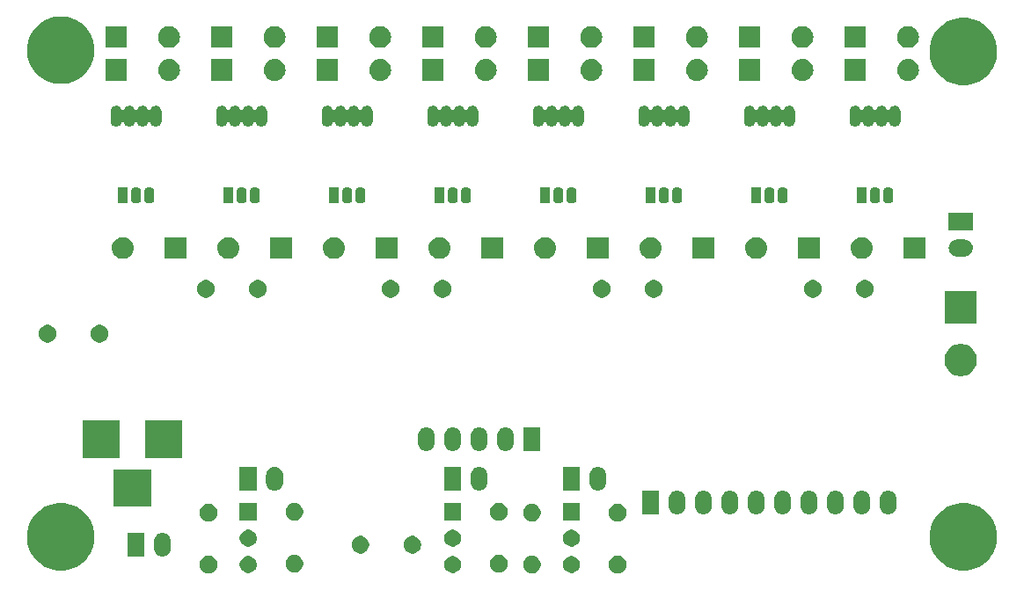
<source format=gbr>
G04 #@! TF.GenerationSoftware,KiCad,Pcbnew,5.1.2-f72e74a~84~ubuntu18.04.1*
G04 #@! TF.CreationDate,2019-04-28T16:37:14+03:00*
G04 #@! TF.ProjectId,logic-probe,6c6f6769-632d-4707-926f-62652e6b6963,rev?*
G04 #@! TF.SameCoordinates,Original*
G04 #@! TF.FileFunction,Soldermask,Bot*
G04 #@! TF.FilePolarity,Negative*
%FSLAX46Y46*%
G04 Gerber Fmt 4.6, Leading zero omitted, Abs format (unit mm)*
G04 Created by KiCad (PCBNEW 5.1.2-f72e74a~84~ubuntu18.04.1) date 2019-04-28 16:37:14*
%MOMM*%
%LPD*%
G04 APERTURE LIST*
%ADD10C,0.500000*%
G04 APERTURE END LIST*
D10*
G36*
X137408228Y-152216703D02*
G01*
X137563100Y-152280853D01*
X137702481Y-152373985D01*
X137821015Y-152492519D01*
X137914147Y-152631900D01*
X137978297Y-152786772D01*
X138011000Y-152951184D01*
X138011000Y-153118816D01*
X137978297Y-153283228D01*
X137914147Y-153438100D01*
X137821015Y-153577481D01*
X137702481Y-153696015D01*
X137563100Y-153789147D01*
X137408228Y-153853297D01*
X137243816Y-153886000D01*
X137076184Y-153886000D01*
X136911772Y-153853297D01*
X136756900Y-153789147D01*
X136617519Y-153696015D01*
X136498985Y-153577481D01*
X136405853Y-153438100D01*
X136341703Y-153283228D01*
X136309000Y-153118816D01*
X136309000Y-152951184D01*
X136341703Y-152786772D01*
X136405853Y-152631900D01*
X136498985Y-152492519D01*
X136617519Y-152373985D01*
X136756900Y-152280853D01*
X136911772Y-152216703D01*
X137076184Y-152184000D01*
X137243816Y-152184000D01*
X137408228Y-152216703D01*
X137408228Y-152216703D01*
G37*
G36*
X98038228Y-152216703D02*
G01*
X98193100Y-152280853D01*
X98332481Y-152373985D01*
X98451015Y-152492519D01*
X98544147Y-152631900D01*
X98608297Y-152786772D01*
X98641000Y-152951184D01*
X98641000Y-153118816D01*
X98608297Y-153283228D01*
X98544147Y-153438100D01*
X98451015Y-153577481D01*
X98332481Y-153696015D01*
X98193100Y-153789147D01*
X98038228Y-153853297D01*
X97873816Y-153886000D01*
X97706184Y-153886000D01*
X97541772Y-153853297D01*
X97386900Y-153789147D01*
X97247519Y-153696015D01*
X97128985Y-153577481D01*
X97035853Y-153438100D01*
X96971703Y-153283228D01*
X96939000Y-153118816D01*
X96939000Y-152951184D01*
X96971703Y-152786772D01*
X97035853Y-152631900D01*
X97128985Y-152492519D01*
X97247519Y-152373985D01*
X97386900Y-152280853D01*
X97541772Y-152216703D01*
X97706184Y-152184000D01*
X97873816Y-152184000D01*
X98038228Y-152216703D01*
X98038228Y-152216703D01*
G37*
G36*
X129153228Y-152216703D02*
G01*
X129308100Y-152280853D01*
X129447481Y-152373985D01*
X129566015Y-152492519D01*
X129659147Y-152631900D01*
X129723297Y-152786772D01*
X129756000Y-152951184D01*
X129756000Y-153118816D01*
X129723297Y-153283228D01*
X129659147Y-153438100D01*
X129566015Y-153577481D01*
X129447481Y-153696015D01*
X129308100Y-153789147D01*
X129153228Y-153853297D01*
X128988816Y-153886000D01*
X128821184Y-153886000D01*
X128656772Y-153853297D01*
X128501900Y-153789147D01*
X128362519Y-153696015D01*
X128243985Y-153577481D01*
X128150853Y-153438100D01*
X128086703Y-153283228D01*
X128054000Y-153118816D01*
X128054000Y-152951184D01*
X128086703Y-152786772D01*
X128150853Y-152631900D01*
X128243985Y-152492519D01*
X128362519Y-152373985D01*
X128501900Y-152280853D01*
X128656772Y-152216703D01*
X128821184Y-152184000D01*
X128988816Y-152184000D01*
X129153228Y-152216703D01*
X129153228Y-152216703D01*
G37*
G36*
X121521560Y-152255166D02*
G01*
X121615278Y-152293985D01*
X121669153Y-152316301D01*
X121670199Y-152317000D01*
X121801982Y-152405055D01*
X121914945Y-152518018D01*
X122003700Y-152650849D01*
X122064834Y-152798440D01*
X122096000Y-152955122D01*
X122096000Y-153114878D01*
X122085499Y-153167671D01*
X122064834Y-153271560D01*
X122003699Y-153419153D01*
X121914945Y-153551982D01*
X121801982Y-153664945D01*
X121669153Y-153753699D01*
X121669152Y-153753700D01*
X121669151Y-153753700D01*
X121521560Y-153814834D01*
X121364878Y-153846000D01*
X121205122Y-153846000D01*
X121048440Y-153814834D01*
X120900849Y-153753700D01*
X120900848Y-153753700D01*
X120900847Y-153753699D01*
X120768018Y-153664945D01*
X120655055Y-153551982D01*
X120566301Y-153419153D01*
X120505166Y-153271560D01*
X120484501Y-153167671D01*
X120474000Y-153114878D01*
X120474000Y-152955122D01*
X120505166Y-152798440D01*
X120566300Y-152650849D01*
X120655055Y-152518018D01*
X120768018Y-152405055D01*
X120899801Y-152317000D01*
X120900847Y-152316301D01*
X120954723Y-152293985D01*
X121048440Y-152255166D01*
X121205122Y-152224000D01*
X121364878Y-152224000D01*
X121521560Y-152255166D01*
X121521560Y-152255166D01*
G37*
G36*
X101836560Y-152255166D02*
G01*
X101930278Y-152293985D01*
X101984153Y-152316301D01*
X101985199Y-152317000D01*
X102116982Y-152405055D01*
X102229945Y-152518018D01*
X102318700Y-152650849D01*
X102379834Y-152798440D01*
X102411000Y-152955122D01*
X102411000Y-153114878D01*
X102400499Y-153167671D01*
X102379834Y-153271560D01*
X102318699Y-153419153D01*
X102229945Y-153551982D01*
X102116982Y-153664945D01*
X101984153Y-153753699D01*
X101984152Y-153753700D01*
X101984151Y-153753700D01*
X101836560Y-153814834D01*
X101679878Y-153846000D01*
X101520122Y-153846000D01*
X101363440Y-153814834D01*
X101215849Y-153753700D01*
X101215848Y-153753700D01*
X101215847Y-153753699D01*
X101083018Y-153664945D01*
X100970055Y-153551982D01*
X100881301Y-153419153D01*
X100820166Y-153271560D01*
X100799501Y-153167671D01*
X100789000Y-153114878D01*
X100789000Y-152955122D01*
X100820166Y-152798440D01*
X100881300Y-152650849D01*
X100970055Y-152518018D01*
X101083018Y-152405055D01*
X101214801Y-152317000D01*
X101215847Y-152316301D01*
X101269723Y-152293985D01*
X101363440Y-152255166D01*
X101520122Y-152224000D01*
X101679878Y-152224000D01*
X101836560Y-152255166D01*
X101836560Y-152255166D01*
G37*
G36*
X132951560Y-152255166D02*
G01*
X133045278Y-152293985D01*
X133099153Y-152316301D01*
X133100199Y-152317000D01*
X133231982Y-152405055D01*
X133344945Y-152518018D01*
X133433700Y-152650849D01*
X133494834Y-152798440D01*
X133526000Y-152955122D01*
X133526000Y-153114878D01*
X133515499Y-153167671D01*
X133494834Y-153271560D01*
X133433699Y-153419153D01*
X133344945Y-153551982D01*
X133231982Y-153664945D01*
X133099153Y-153753699D01*
X133099152Y-153753700D01*
X133099151Y-153753700D01*
X132951560Y-153814834D01*
X132794878Y-153846000D01*
X132635122Y-153846000D01*
X132478440Y-153814834D01*
X132330849Y-153753700D01*
X132330848Y-153753700D01*
X132330847Y-153753699D01*
X132198018Y-153664945D01*
X132085055Y-153551982D01*
X131996301Y-153419153D01*
X131935166Y-153271560D01*
X131914501Y-153167671D01*
X131904000Y-153114878D01*
X131904000Y-152955122D01*
X131935166Y-152798440D01*
X131996300Y-152650849D01*
X132085055Y-152518018D01*
X132198018Y-152405055D01*
X132329801Y-152317000D01*
X132330847Y-152316301D01*
X132384723Y-152293985D01*
X132478440Y-152255166D01*
X132635122Y-152224000D01*
X132794878Y-152224000D01*
X132951560Y-152255166D01*
X132951560Y-152255166D01*
G37*
G36*
X125978228Y-152136703D02*
G01*
X126133100Y-152200853D01*
X126272481Y-152293985D01*
X126391015Y-152412519D01*
X126484147Y-152551900D01*
X126548297Y-152706772D01*
X126581000Y-152871184D01*
X126581000Y-153038816D01*
X126548297Y-153203228D01*
X126484147Y-153358100D01*
X126391015Y-153497481D01*
X126272481Y-153616015D01*
X126133100Y-153709147D01*
X125978228Y-153773297D01*
X125813816Y-153806000D01*
X125646184Y-153806000D01*
X125481772Y-153773297D01*
X125326900Y-153709147D01*
X125187519Y-153616015D01*
X125068985Y-153497481D01*
X124975853Y-153358100D01*
X124911703Y-153203228D01*
X124879000Y-153038816D01*
X124879000Y-152871184D01*
X124911703Y-152706772D01*
X124975853Y-152551900D01*
X125068985Y-152412519D01*
X125187519Y-152293985D01*
X125326900Y-152200853D01*
X125481772Y-152136703D01*
X125646184Y-152104000D01*
X125813816Y-152104000D01*
X125978228Y-152136703D01*
X125978228Y-152136703D01*
G37*
G36*
X106293228Y-152136703D02*
G01*
X106448100Y-152200853D01*
X106587481Y-152293985D01*
X106706015Y-152412519D01*
X106799147Y-152551900D01*
X106863297Y-152706772D01*
X106896000Y-152871184D01*
X106896000Y-153038816D01*
X106863297Y-153203228D01*
X106799147Y-153358100D01*
X106706015Y-153497481D01*
X106587481Y-153616015D01*
X106448100Y-153709147D01*
X106293228Y-153773297D01*
X106128816Y-153806000D01*
X105961184Y-153806000D01*
X105796772Y-153773297D01*
X105641900Y-153709147D01*
X105502519Y-153616015D01*
X105383985Y-153497481D01*
X105290853Y-153358100D01*
X105226703Y-153203228D01*
X105194000Y-153038816D01*
X105194000Y-152871184D01*
X105226703Y-152706772D01*
X105290853Y-152551900D01*
X105383985Y-152412519D01*
X105502519Y-152293985D01*
X105641900Y-152200853D01*
X105796772Y-152136703D01*
X105961184Y-152104000D01*
X106128816Y-152104000D01*
X106293228Y-152136703D01*
X106293228Y-152136703D01*
G37*
G36*
X171068239Y-147179467D02*
G01*
X171382282Y-147241934D01*
X171973926Y-147487001D01*
X172506392Y-147842784D01*
X172959216Y-148295608D01*
X173314999Y-148828074D01*
X173560066Y-149419718D01*
X173560066Y-149419719D01*
X173685000Y-150047803D01*
X173685000Y-150688197D01*
X173647017Y-150879151D01*
X173560066Y-151316282D01*
X173314999Y-151907926D01*
X173082980Y-152255166D01*
X172982828Y-152405055D01*
X172959216Y-152440392D01*
X172506392Y-152893216D01*
X171973926Y-153248999D01*
X171382282Y-153494066D01*
X171091118Y-153551982D01*
X170754197Y-153619000D01*
X170113803Y-153619000D01*
X169776882Y-153551982D01*
X169485718Y-153494066D01*
X168894074Y-153248999D01*
X168361608Y-152893216D01*
X167908784Y-152440392D01*
X167885173Y-152405055D01*
X167785020Y-152255166D01*
X167553001Y-151907926D01*
X167307934Y-151316282D01*
X167220983Y-150879151D01*
X167183000Y-150688197D01*
X167183000Y-150047803D01*
X167307934Y-149419719D01*
X167307934Y-149419718D01*
X167553001Y-148828074D01*
X167908784Y-148295608D01*
X168361608Y-147842784D01*
X168894074Y-147487001D01*
X169485718Y-147241934D01*
X169799761Y-147179467D01*
X170113803Y-147117000D01*
X170754197Y-147117000D01*
X171068239Y-147179467D01*
X171068239Y-147179467D01*
G37*
G36*
X84200239Y-147179467D02*
G01*
X84514282Y-147241934D01*
X85105926Y-147487001D01*
X85638392Y-147842784D01*
X86091216Y-148295608D01*
X86446999Y-148828074D01*
X86692066Y-149419718D01*
X86692066Y-149419719D01*
X86817000Y-150047803D01*
X86817000Y-150688197D01*
X86779017Y-150879151D01*
X86692066Y-151316282D01*
X86446999Y-151907926D01*
X86214980Y-152255166D01*
X86114828Y-152405055D01*
X86091216Y-152440392D01*
X85638392Y-152893216D01*
X85105926Y-153248999D01*
X84514282Y-153494066D01*
X84223118Y-153551982D01*
X83886197Y-153619000D01*
X83245803Y-153619000D01*
X82908882Y-153551982D01*
X82617718Y-153494066D01*
X82026074Y-153248999D01*
X81493608Y-152893216D01*
X81040784Y-152440392D01*
X81017173Y-152405055D01*
X80917020Y-152255166D01*
X80685001Y-151907926D01*
X80439934Y-151316282D01*
X80352983Y-150879151D01*
X80315000Y-150688197D01*
X80315000Y-150047803D01*
X80439934Y-149419719D01*
X80439934Y-149419718D01*
X80685001Y-148828074D01*
X81040784Y-148295608D01*
X81493608Y-147842784D01*
X82026074Y-147487001D01*
X82617718Y-147241934D01*
X82931761Y-147179467D01*
X83245803Y-147117000D01*
X83886197Y-147117000D01*
X84200239Y-147179467D01*
X84200239Y-147179467D01*
G37*
G36*
X93504375Y-149990944D02*
G01*
X93657626Y-150037432D01*
X93657629Y-150037433D01*
X93798863Y-150112924D01*
X93922659Y-150214521D01*
X94024256Y-150338317D01*
X94099747Y-150479550D01*
X94099747Y-150479551D01*
X94099748Y-150479553D01*
X94146236Y-150632804D01*
X94158000Y-150752247D01*
X94158000Y-151507753D01*
X94146236Y-151627196D01*
X94132499Y-151672480D01*
X94099747Y-151780450D01*
X94024256Y-151921683D01*
X93922659Y-152045479D01*
X93798863Y-152147076D01*
X93657630Y-152222567D01*
X93657627Y-152222568D01*
X93504376Y-152269056D01*
X93345000Y-152284753D01*
X93185625Y-152269056D01*
X93032374Y-152222568D01*
X93032371Y-152222567D01*
X92891138Y-152147076D01*
X92767342Y-152045479D01*
X92665745Y-151921683D01*
X92590255Y-151780451D01*
X92590255Y-151780450D01*
X92590253Y-151780447D01*
X92543764Y-151627196D01*
X92532000Y-151507753D01*
X92532000Y-150752248D01*
X92543764Y-150632805D01*
X92590252Y-150479554D01*
X92590253Y-150479551D01*
X92665744Y-150338317D01*
X92767341Y-150214521D01*
X92891137Y-150112924D01*
X93032370Y-150037433D01*
X93032373Y-150037432D01*
X93185624Y-149990944D01*
X93345000Y-149975247D01*
X93504375Y-149990944D01*
X93504375Y-149990944D01*
G37*
G36*
X91618000Y-152280820D02*
G01*
X89992000Y-152280820D01*
X89992000Y-149979180D01*
X91618000Y-149979180D01*
X91618000Y-152280820D01*
X91618000Y-152280820D01*
G37*
G36*
X112643228Y-150311703D02*
G01*
X112798100Y-150375853D01*
X112937481Y-150468985D01*
X113056015Y-150587519D01*
X113149147Y-150726900D01*
X113213297Y-150881772D01*
X113246000Y-151046184D01*
X113246000Y-151213816D01*
X113213297Y-151378228D01*
X113149147Y-151533100D01*
X113056015Y-151672481D01*
X112937481Y-151791015D01*
X112798100Y-151884147D01*
X112643228Y-151948297D01*
X112478816Y-151981000D01*
X112311184Y-151981000D01*
X112146772Y-151948297D01*
X111991900Y-151884147D01*
X111852519Y-151791015D01*
X111733985Y-151672481D01*
X111640853Y-151533100D01*
X111576703Y-151378228D01*
X111544000Y-151213816D01*
X111544000Y-151046184D01*
X111576703Y-150881772D01*
X111640853Y-150726900D01*
X111733985Y-150587519D01*
X111852519Y-150468985D01*
X111991900Y-150375853D01*
X112146772Y-150311703D01*
X112311184Y-150279000D01*
X112478816Y-150279000D01*
X112643228Y-150311703D01*
X112643228Y-150311703D01*
G37*
G36*
X117643228Y-150311703D02*
G01*
X117798100Y-150375853D01*
X117937481Y-150468985D01*
X118056015Y-150587519D01*
X118149147Y-150726900D01*
X118213297Y-150881772D01*
X118246000Y-151046184D01*
X118246000Y-151213816D01*
X118213297Y-151378228D01*
X118149147Y-151533100D01*
X118056015Y-151672481D01*
X117937481Y-151791015D01*
X117798100Y-151884147D01*
X117643228Y-151948297D01*
X117478816Y-151981000D01*
X117311184Y-151981000D01*
X117146772Y-151948297D01*
X116991900Y-151884147D01*
X116852519Y-151791015D01*
X116733985Y-151672481D01*
X116640853Y-151533100D01*
X116576703Y-151378228D01*
X116544000Y-151213816D01*
X116544000Y-151046184D01*
X116576703Y-150881772D01*
X116640853Y-150726900D01*
X116733985Y-150587519D01*
X116852519Y-150468985D01*
X116991900Y-150375853D01*
X117146772Y-150311703D01*
X117311184Y-150279000D01*
X117478816Y-150279000D01*
X117643228Y-150311703D01*
X117643228Y-150311703D01*
G37*
G36*
X101836560Y-149715166D02*
G01*
X101984153Y-149776301D01*
X102116982Y-149865055D01*
X102229945Y-149978018D01*
X102318700Y-150110849D01*
X102379834Y-150258440D01*
X102411000Y-150415122D01*
X102411000Y-150574878D01*
X102399477Y-150632806D01*
X102379834Y-150731560D01*
X102318699Y-150879153D01*
X102229945Y-151011982D01*
X102116982Y-151124945D01*
X101984153Y-151213699D01*
X101984152Y-151213700D01*
X101984151Y-151213700D01*
X101836560Y-151274834D01*
X101679878Y-151306000D01*
X101520122Y-151306000D01*
X101363440Y-151274834D01*
X101215849Y-151213700D01*
X101215848Y-151213700D01*
X101215847Y-151213699D01*
X101083018Y-151124945D01*
X100970055Y-151011982D01*
X100881301Y-150879153D01*
X100820166Y-150731560D01*
X100800523Y-150632806D01*
X100789000Y-150574878D01*
X100789000Y-150415122D01*
X100820166Y-150258440D01*
X100881300Y-150110849D01*
X100970055Y-149978018D01*
X101083018Y-149865055D01*
X101215847Y-149776301D01*
X101363440Y-149715166D01*
X101520122Y-149684000D01*
X101679878Y-149684000D01*
X101836560Y-149715166D01*
X101836560Y-149715166D01*
G37*
G36*
X121521560Y-149715166D02*
G01*
X121669153Y-149776301D01*
X121801982Y-149865055D01*
X121914945Y-149978018D01*
X122003700Y-150110849D01*
X122064834Y-150258440D01*
X122096000Y-150415122D01*
X122096000Y-150574878D01*
X122084477Y-150632806D01*
X122064834Y-150731560D01*
X122003699Y-150879153D01*
X121914945Y-151011982D01*
X121801982Y-151124945D01*
X121669153Y-151213699D01*
X121669152Y-151213700D01*
X121669151Y-151213700D01*
X121521560Y-151274834D01*
X121364878Y-151306000D01*
X121205122Y-151306000D01*
X121048440Y-151274834D01*
X120900849Y-151213700D01*
X120900848Y-151213700D01*
X120900847Y-151213699D01*
X120768018Y-151124945D01*
X120655055Y-151011982D01*
X120566301Y-150879153D01*
X120505166Y-150731560D01*
X120485523Y-150632806D01*
X120474000Y-150574878D01*
X120474000Y-150415122D01*
X120505166Y-150258440D01*
X120566300Y-150110849D01*
X120655055Y-149978018D01*
X120768018Y-149865055D01*
X120900847Y-149776301D01*
X121048440Y-149715166D01*
X121205122Y-149684000D01*
X121364878Y-149684000D01*
X121521560Y-149715166D01*
X121521560Y-149715166D01*
G37*
G36*
X132951560Y-149715166D02*
G01*
X133099153Y-149776301D01*
X133231982Y-149865055D01*
X133344945Y-149978018D01*
X133433700Y-150110849D01*
X133494834Y-150258440D01*
X133526000Y-150415122D01*
X133526000Y-150574878D01*
X133514477Y-150632806D01*
X133494834Y-150731560D01*
X133433699Y-150879153D01*
X133344945Y-151011982D01*
X133231982Y-151124945D01*
X133099153Y-151213699D01*
X133099152Y-151213700D01*
X133099151Y-151213700D01*
X132951560Y-151274834D01*
X132794878Y-151306000D01*
X132635122Y-151306000D01*
X132478440Y-151274834D01*
X132330849Y-151213700D01*
X132330848Y-151213700D01*
X132330847Y-151213699D01*
X132198018Y-151124945D01*
X132085055Y-151011982D01*
X131996301Y-150879153D01*
X131935166Y-150731560D01*
X131915523Y-150632806D01*
X131904000Y-150574878D01*
X131904000Y-150415122D01*
X131935166Y-150258440D01*
X131996300Y-150110849D01*
X132085055Y-149978018D01*
X132198018Y-149865055D01*
X132330847Y-149776301D01*
X132478440Y-149715166D01*
X132635122Y-149684000D01*
X132794878Y-149684000D01*
X132951560Y-149715166D01*
X132951560Y-149715166D01*
G37*
G36*
X137408228Y-147216703D02*
G01*
X137563100Y-147280853D01*
X137702481Y-147373985D01*
X137821015Y-147492519D01*
X137914147Y-147631900D01*
X137978297Y-147786772D01*
X138011000Y-147951184D01*
X138011000Y-148118816D01*
X137978297Y-148283228D01*
X137914147Y-148438100D01*
X137821015Y-148577481D01*
X137702481Y-148696015D01*
X137563100Y-148789147D01*
X137408228Y-148853297D01*
X137243816Y-148886000D01*
X137076184Y-148886000D01*
X136911772Y-148853297D01*
X136756900Y-148789147D01*
X136617519Y-148696015D01*
X136498985Y-148577481D01*
X136405853Y-148438100D01*
X136341703Y-148283228D01*
X136309000Y-148118816D01*
X136309000Y-147951184D01*
X136341703Y-147786772D01*
X136405853Y-147631900D01*
X136498985Y-147492519D01*
X136617519Y-147373985D01*
X136756900Y-147280853D01*
X136911772Y-147216703D01*
X137076184Y-147184000D01*
X137243816Y-147184000D01*
X137408228Y-147216703D01*
X137408228Y-147216703D01*
G37*
G36*
X129153228Y-147216703D02*
G01*
X129308100Y-147280853D01*
X129447481Y-147373985D01*
X129566015Y-147492519D01*
X129659147Y-147631900D01*
X129723297Y-147786772D01*
X129756000Y-147951184D01*
X129756000Y-148118816D01*
X129723297Y-148283228D01*
X129659147Y-148438100D01*
X129566015Y-148577481D01*
X129447481Y-148696015D01*
X129308100Y-148789147D01*
X129153228Y-148853297D01*
X128988816Y-148886000D01*
X128821184Y-148886000D01*
X128656772Y-148853297D01*
X128501900Y-148789147D01*
X128362519Y-148696015D01*
X128243985Y-148577481D01*
X128150853Y-148438100D01*
X128086703Y-148283228D01*
X128054000Y-148118816D01*
X128054000Y-147951184D01*
X128086703Y-147786772D01*
X128150853Y-147631900D01*
X128243985Y-147492519D01*
X128362519Y-147373985D01*
X128501900Y-147280853D01*
X128656772Y-147216703D01*
X128821184Y-147184000D01*
X128988816Y-147184000D01*
X129153228Y-147216703D01*
X129153228Y-147216703D01*
G37*
G36*
X98038228Y-147216703D02*
G01*
X98193100Y-147280853D01*
X98332481Y-147373985D01*
X98451015Y-147492519D01*
X98544147Y-147631900D01*
X98608297Y-147786772D01*
X98641000Y-147951184D01*
X98641000Y-148118816D01*
X98608297Y-148283228D01*
X98544147Y-148438100D01*
X98451015Y-148577481D01*
X98332481Y-148696015D01*
X98193100Y-148789147D01*
X98038228Y-148853297D01*
X97873816Y-148886000D01*
X97706184Y-148886000D01*
X97541772Y-148853297D01*
X97386900Y-148789147D01*
X97247519Y-148696015D01*
X97128985Y-148577481D01*
X97035853Y-148438100D01*
X96971703Y-148283228D01*
X96939000Y-148118816D01*
X96939000Y-147951184D01*
X96971703Y-147786772D01*
X97035853Y-147631900D01*
X97128985Y-147492519D01*
X97247519Y-147373985D01*
X97386900Y-147280853D01*
X97541772Y-147216703D01*
X97706184Y-147184000D01*
X97873816Y-147184000D01*
X98038228Y-147216703D01*
X98038228Y-147216703D01*
G37*
G36*
X106293228Y-147136703D02*
G01*
X106448100Y-147200853D01*
X106587481Y-147293985D01*
X106706015Y-147412519D01*
X106799147Y-147551900D01*
X106863297Y-147706772D01*
X106896000Y-147871184D01*
X106896000Y-148038816D01*
X106863297Y-148203228D01*
X106799147Y-148358100D01*
X106706015Y-148497481D01*
X106587481Y-148616015D01*
X106448100Y-148709147D01*
X106293228Y-148773297D01*
X106128816Y-148806000D01*
X105961184Y-148806000D01*
X105796772Y-148773297D01*
X105641900Y-148709147D01*
X105502519Y-148616015D01*
X105383985Y-148497481D01*
X105290853Y-148358100D01*
X105226703Y-148203228D01*
X105194000Y-148038816D01*
X105194000Y-147871184D01*
X105226703Y-147706772D01*
X105290853Y-147551900D01*
X105383985Y-147412519D01*
X105502519Y-147293985D01*
X105641900Y-147200853D01*
X105796772Y-147136703D01*
X105961184Y-147104000D01*
X106128816Y-147104000D01*
X106293228Y-147136703D01*
X106293228Y-147136703D01*
G37*
G36*
X125978228Y-147136703D02*
G01*
X126133100Y-147200853D01*
X126272481Y-147293985D01*
X126391015Y-147412519D01*
X126484147Y-147551900D01*
X126548297Y-147706772D01*
X126581000Y-147871184D01*
X126581000Y-148038816D01*
X126548297Y-148203228D01*
X126484147Y-148358100D01*
X126391015Y-148497481D01*
X126272481Y-148616015D01*
X126133100Y-148709147D01*
X125978228Y-148773297D01*
X125813816Y-148806000D01*
X125646184Y-148806000D01*
X125481772Y-148773297D01*
X125326900Y-148709147D01*
X125187519Y-148616015D01*
X125068985Y-148497481D01*
X124975853Y-148358100D01*
X124911703Y-148203228D01*
X124879000Y-148038816D01*
X124879000Y-147871184D01*
X124911703Y-147706772D01*
X124975853Y-147551900D01*
X125068985Y-147412519D01*
X125187519Y-147293985D01*
X125326900Y-147200853D01*
X125481772Y-147136703D01*
X125646184Y-147104000D01*
X125813816Y-147104000D01*
X125978228Y-147136703D01*
X125978228Y-147136703D01*
G37*
G36*
X122096000Y-148766000D02*
G01*
X120474000Y-148766000D01*
X120474000Y-147144000D01*
X122096000Y-147144000D01*
X122096000Y-148766000D01*
X122096000Y-148766000D01*
G37*
G36*
X102411000Y-148766000D02*
G01*
X100789000Y-148766000D01*
X100789000Y-147144000D01*
X102411000Y-147144000D01*
X102411000Y-148766000D01*
X102411000Y-148766000D01*
G37*
G36*
X133526000Y-148766000D02*
G01*
X131904000Y-148766000D01*
X131904000Y-147144000D01*
X133526000Y-147144000D01*
X133526000Y-148766000D01*
X133526000Y-148766000D01*
G37*
G36*
X143034375Y-145926944D02*
G01*
X143187626Y-145973432D01*
X143187629Y-145973433D01*
X143328863Y-146048924D01*
X143452659Y-146150521D01*
X143554256Y-146274317D01*
X143629747Y-146415550D01*
X143629747Y-146415551D01*
X143629748Y-146415553D01*
X143676236Y-146568804D01*
X143688000Y-146688247D01*
X143688000Y-147443753D01*
X143676236Y-147563196D01*
X143655395Y-147631900D01*
X143629747Y-147716450D01*
X143554256Y-147857683D01*
X143452659Y-147981479D01*
X143328863Y-148083076D01*
X143187630Y-148158567D01*
X143187627Y-148158568D01*
X143034376Y-148205056D01*
X142875000Y-148220753D01*
X142715625Y-148205056D01*
X142562374Y-148158568D01*
X142562371Y-148158567D01*
X142421138Y-148083076D01*
X142297342Y-147981479D01*
X142195745Y-147857683D01*
X142120255Y-147716451D01*
X142120255Y-147716450D01*
X142120253Y-147716447D01*
X142073764Y-147563196D01*
X142062000Y-147443753D01*
X142062000Y-146688248D01*
X142073764Y-146568805D01*
X142120252Y-146415554D01*
X142120253Y-146415551D01*
X142195744Y-146274317D01*
X142297341Y-146150521D01*
X142421137Y-146048924D01*
X142562370Y-145973433D01*
X142562373Y-145973432D01*
X142715624Y-145926944D01*
X142875000Y-145911247D01*
X143034375Y-145926944D01*
X143034375Y-145926944D01*
G37*
G36*
X163354375Y-145926944D02*
G01*
X163507626Y-145973432D01*
X163507629Y-145973433D01*
X163648863Y-146048924D01*
X163772659Y-146150521D01*
X163874256Y-146274317D01*
X163949747Y-146415550D01*
X163949747Y-146415551D01*
X163949748Y-146415553D01*
X163996236Y-146568804D01*
X164008000Y-146688247D01*
X164008000Y-147443753D01*
X163996236Y-147563196D01*
X163975395Y-147631900D01*
X163949747Y-147716450D01*
X163874256Y-147857683D01*
X163772659Y-147981479D01*
X163648863Y-148083076D01*
X163507630Y-148158567D01*
X163507627Y-148158568D01*
X163354376Y-148205056D01*
X163195000Y-148220753D01*
X163035625Y-148205056D01*
X162882374Y-148158568D01*
X162882371Y-148158567D01*
X162741138Y-148083076D01*
X162617342Y-147981479D01*
X162515745Y-147857683D01*
X162440255Y-147716451D01*
X162440255Y-147716450D01*
X162440253Y-147716447D01*
X162393764Y-147563196D01*
X162382000Y-147443753D01*
X162382000Y-146688248D01*
X162393764Y-146568805D01*
X162440252Y-146415554D01*
X162440253Y-146415551D01*
X162515744Y-146274317D01*
X162617341Y-146150521D01*
X162741137Y-146048924D01*
X162882370Y-145973433D01*
X162882373Y-145973432D01*
X163035624Y-145926944D01*
X163195000Y-145911247D01*
X163354375Y-145926944D01*
X163354375Y-145926944D01*
G37*
G36*
X158274375Y-145926944D02*
G01*
X158427626Y-145973432D01*
X158427629Y-145973433D01*
X158568863Y-146048924D01*
X158692659Y-146150521D01*
X158794256Y-146274317D01*
X158869747Y-146415550D01*
X158869747Y-146415551D01*
X158869748Y-146415553D01*
X158916236Y-146568804D01*
X158928000Y-146688247D01*
X158928000Y-147443753D01*
X158916236Y-147563196D01*
X158895395Y-147631900D01*
X158869747Y-147716450D01*
X158794256Y-147857683D01*
X158692659Y-147981479D01*
X158568863Y-148083076D01*
X158427630Y-148158567D01*
X158427627Y-148158568D01*
X158274376Y-148205056D01*
X158115000Y-148220753D01*
X157955625Y-148205056D01*
X157802374Y-148158568D01*
X157802371Y-148158567D01*
X157661138Y-148083076D01*
X157537342Y-147981479D01*
X157435745Y-147857683D01*
X157360255Y-147716451D01*
X157360255Y-147716450D01*
X157360253Y-147716447D01*
X157313764Y-147563196D01*
X157302000Y-147443753D01*
X157302000Y-146688248D01*
X157313764Y-146568805D01*
X157360252Y-146415554D01*
X157360253Y-146415551D01*
X157435744Y-146274317D01*
X157537341Y-146150521D01*
X157661137Y-146048924D01*
X157802370Y-145973433D01*
X157802373Y-145973432D01*
X157955624Y-145926944D01*
X158115000Y-145911247D01*
X158274375Y-145926944D01*
X158274375Y-145926944D01*
G37*
G36*
X155734375Y-145926944D02*
G01*
X155887626Y-145973432D01*
X155887629Y-145973433D01*
X156028863Y-146048924D01*
X156152659Y-146150521D01*
X156254256Y-146274317D01*
X156329747Y-146415550D01*
X156329747Y-146415551D01*
X156329748Y-146415553D01*
X156376236Y-146568804D01*
X156388000Y-146688247D01*
X156388000Y-147443753D01*
X156376236Y-147563196D01*
X156355395Y-147631900D01*
X156329747Y-147716450D01*
X156254256Y-147857683D01*
X156152659Y-147981479D01*
X156028863Y-148083076D01*
X155887630Y-148158567D01*
X155887627Y-148158568D01*
X155734376Y-148205056D01*
X155575000Y-148220753D01*
X155415625Y-148205056D01*
X155262374Y-148158568D01*
X155262371Y-148158567D01*
X155121138Y-148083076D01*
X154997342Y-147981479D01*
X154895745Y-147857683D01*
X154820255Y-147716451D01*
X154820255Y-147716450D01*
X154820253Y-147716447D01*
X154773764Y-147563196D01*
X154762000Y-147443753D01*
X154762000Y-146688248D01*
X154773764Y-146568805D01*
X154820252Y-146415554D01*
X154820253Y-146415551D01*
X154895744Y-146274317D01*
X154997341Y-146150521D01*
X155121137Y-146048924D01*
X155262370Y-145973433D01*
X155262373Y-145973432D01*
X155415624Y-145926944D01*
X155575000Y-145911247D01*
X155734375Y-145926944D01*
X155734375Y-145926944D01*
G37*
G36*
X153194375Y-145926944D02*
G01*
X153347626Y-145973432D01*
X153347629Y-145973433D01*
X153488863Y-146048924D01*
X153612659Y-146150521D01*
X153714256Y-146274317D01*
X153789747Y-146415550D01*
X153789747Y-146415551D01*
X153789748Y-146415553D01*
X153836236Y-146568804D01*
X153848000Y-146688247D01*
X153848000Y-147443753D01*
X153836236Y-147563196D01*
X153815395Y-147631900D01*
X153789747Y-147716450D01*
X153714256Y-147857683D01*
X153612659Y-147981479D01*
X153488863Y-148083076D01*
X153347630Y-148158567D01*
X153347627Y-148158568D01*
X153194376Y-148205056D01*
X153035000Y-148220753D01*
X152875625Y-148205056D01*
X152722374Y-148158568D01*
X152722371Y-148158567D01*
X152581138Y-148083076D01*
X152457342Y-147981479D01*
X152355745Y-147857683D01*
X152280255Y-147716451D01*
X152280255Y-147716450D01*
X152280253Y-147716447D01*
X152233764Y-147563196D01*
X152222000Y-147443753D01*
X152222000Y-146688248D01*
X152233764Y-146568805D01*
X152280252Y-146415554D01*
X152280253Y-146415551D01*
X152355744Y-146274317D01*
X152457341Y-146150521D01*
X152581137Y-146048924D01*
X152722370Y-145973433D01*
X152722373Y-145973432D01*
X152875624Y-145926944D01*
X153035000Y-145911247D01*
X153194375Y-145926944D01*
X153194375Y-145926944D01*
G37*
G36*
X148114375Y-145926944D02*
G01*
X148267626Y-145973432D01*
X148267629Y-145973433D01*
X148408863Y-146048924D01*
X148532659Y-146150521D01*
X148634256Y-146274317D01*
X148709747Y-146415550D01*
X148709747Y-146415551D01*
X148709748Y-146415553D01*
X148756236Y-146568804D01*
X148768000Y-146688247D01*
X148768000Y-147443753D01*
X148756236Y-147563196D01*
X148735395Y-147631900D01*
X148709747Y-147716450D01*
X148634256Y-147857683D01*
X148532659Y-147981479D01*
X148408863Y-148083076D01*
X148267630Y-148158567D01*
X148267627Y-148158568D01*
X148114376Y-148205056D01*
X147955000Y-148220753D01*
X147795625Y-148205056D01*
X147642374Y-148158568D01*
X147642371Y-148158567D01*
X147501138Y-148083076D01*
X147377342Y-147981479D01*
X147275745Y-147857683D01*
X147200255Y-147716451D01*
X147200255Y-147716450D01*
X147200253Y-147716447D01*
X147153764Y-147563196D01*
X147142000Y-147443753D01*
X147142000Y-146688248D01*
X147153764Y-146568805D01*
X147200252Y-146415554D01*
X147200253Y-146415551D01*
X147275744Y-146274317D01*
X147377341Y-146150521D01*
X147501137Y-146048924D01*
X147642370Y-145973433D01*
X147642373Y-145973432D01*
X147795624Y-145926944D01*
X147955000Y-145911247D01*
X148114375Y-145926944D01*
X148114375Y-145926944D01*
G37*
G36*
X145574375Y-145926944D02*
G01*
X145727626Y-145973432D01*
X145727629Y-145973433D01*
X145868863Y-146048924D01*
X145992659Y-146150521D01*
X146094256Y-146274317D01*
X146169747Y-146415550D01*
X146169747Y-146415551D01*
X146169748Y-146415553D01*
X146216236Y-146568804D01*
X146228000Y-146688247D01*
X146228000Y-147443753D01*
X146216236Y-147563196D01*
X146195395Y-147631900D01*
X146169747Y-147716450D01*
X146094256Y-147857683D01*
X145992659Y-147981479D01*
X145868863Y-148083076D01*
X145727630Y-148158567D01*
X145727627Y-148158568D01*
X145574376Y-148205056D01*
X145415000Y-148220753D01*
X145255625Y-148205056D01*
X145102374Y-148158568D01*
X145102371Y-148158567D01*
X144961138Y-148083076D01*
X144837342Y-147981479D01*
X144735745Y-147857683D01*
X144660255Y-147716451D01*
X144660255Y-147716450D01*
X144660253Y-147716447D01*
X144613764Y-147563196D01*
X144602000Y-147443753D01*
X144602000Y-146688248D01*
X144613764Y-146568805D01*
X144660252Y-146415554D01*
X144660253Y-146415551D01*
X144735744Y-146274317D01*
X144837341Y-146150521D01*
X144961137Y-146048924D01*
X145102370Y-145973433D01*
X145102373Y-145973432D01*
X145255624Y-145926944D01*
X145415000Y-145911247D01*
X145574375Y-145926944D01*
X145574375Y-145926944D01*
G37*
G36*
X160814375Y-145926944D02*
G01*
X160967626Y-145973432D01*
X160967629Y-145973433D01*
X161108863Y-146048924D01*
X161232659Y-146150521D01*
X161334256Y-146274317D01*
X161409747Y-146415550D01*
X161409747Y-146415551D01*
X161409748Y-146415553D01*
X161456236Y-146568804D01*
X161468000Y-146688247D01*
X161468000Y-147443753D01*
X161456236Y-147563196D01*
X161435395Y-147631900D01*
X161409747Y-147716450D01*
X161334256Y-147857683D01*
X161232659Y-147981479D01*
X161108863Y-148083076D01*
X160967630Y-148158567D01*
X160967627Y-148158568D01*
X160814376Y-148205056D01*
X160655000Y-148220753D01*
X160495625Y-148205056D01*
X160342374Y-148158568D01*
X160342371Y-148158567D01*
X160201138Y-148083076D01*
X160077342Y-147981479D01*
X159975745Y-147857683D01*
X159900255Y-147716451D01*
X159900255Y-147716450D01*
X159900253Y-147716447D01*
X159853764Y-147563196D01*
X159842000Y-147443753D01*
X159842000Y-146688248D01*
X159853764Y-146568805D01*
X159900252Y-146415554D01*
X159900253Y-146415551D01*
X159975744Y-146274317D01*
X160077341Y-146150521D01*
X160201137Y-146048924D01*
X160342370Y-145973433D01*
X160342373Y-145973432D01*
X160495624Y-145926944D01*
X160655000Y-145911247D01*
X160814375Y-145926944D01*
X160814375Y-145926944D01*
G37*
G36*
X150654375Y-145926944D02*
G01*
X150807626Y-145973432D01*
X150807629Y-145973433D01*
X150948863Y-146048924D01*
X151072659Y-146150521D01*
X151174256Y-146274317D01*
X151249747Y-146415550D01*
X151249747Y-146415551D01*
X151249748Y-146415553D01*
X151296236Y-146568804D01*
X151308000Y-146688247D01*
X151308000Y-147443753D01*
X151296236Y-147563196D01*
X151275395Y-147631900D01*
X151249747Y-147716450D01*
X151174256Y-147857683D01*
X151072659Y-147981479D01*
X150948863Y-148083076D01*
X150807630Y-148158567D01*
X150807627Y-148158568D01*
X150654376Y-148205056D01*
X150495000Y-148220753D01*
X150335625Y-148205056D01*
X150182374Y-148158568D01*
X150182371Y-148158567D01*
X150041138Y-148083076D01*
X149917342Y-147981479D01*
X149815745Y-147857683D01*
X149740255Y-147716451D01*
X149740255Y-147716450D01*
X149740253Y-147716447D01*
X149693764Y-147563196D01*
X149682000Y-147443753D01*
X149682000Y-146688248D01*
X149693764Y-146568805D01*
X149740252Y-146415554D01*
X149740253Y-146415551D01*
X149815744Y-146274317D01*
X149917341Y-146150521D01*
X150041137Y-146048924D01*
X150182370Y-145973433D01*
X150182373Y-145973432D01*
X150335624Y-145926944D01*
X150495000Y-145911247D01*
X150654375Y-145926944D01*
X150654375Y-145926944D01*
G37*
G36*
X141148000Y-148216820D02*
G01*
X139522000Y-148216820D01*
X139522000Y-145915180D01*
X141148000Y-145915180D01*
X141148000Y-148216820D01*
X141148000Y-148216820D01*
G37*
G36*
X92273000Y-147471000D02*
G01*
X88671000Y-147471000D01*
X88671000Y-143869000D01*
X92273000Y-143869000D01*
X92273000Y-147471000D01*
X92273000Y-147471000D01*
G37*
G36*
X104299375Y-143640944D02*
G01*
X104452626Y-143687432D01*
X104452629Y-143687433D01*
X104593863Y-143762924D01*
X104717659Y-143864521D01*
X104819256Y-143988317D01*
X104894747Y-144129550D01*
X104894747Y-144129551D01*
X104894748Y-144129553D01*
X104941236Y-144282804D01*
X104953000Y-144402247D01*
X104953000Y-145157753D01*
X104941236Y-145277196D01*
X104894748Y-145430447D01*
X104894747Y-145430450D01*
X104819256Y-145571683D01*
X104717659Y-145695479D01*
X104593863Y-145797076D01*
X104452630Y-145872567D01*
X104452627Y-145872568D01*
X104299376Y-145919056D01*
X104140000Y-145934753D01*
X103980625Y-145919056D01*
X103827374Y-145872568D01*
X103827371Y-145872567D01*
X103686138Y-145797076D01*
X103562342Y-145695479D01*
X103460745Y-145571683D01*
X103385255Y-145430451D01*
X103385255Y-145430450D01*
X103385253Y-145430447D01*
X103338764Y-145277196D01*
X103327000Y-145157753D01*
X103327000Y-144402248D01*
X103338764Y-144282805D01*
X103385252Y-144129554D01*
X103385253Y-144129551D01*
X103460744Y-143988317D01*
X103562341Y-143864521D01*
X103686137Y-143762924D01*
X103827370Y-143687433D01*
X103827373Y-143687432D01*
X103980624Y-143640944D01*
X104140000Y-143625247D01*
X104299375Y-143640944D01*
X104299375Y-143640944D01*
G37*
G36*
X135414375Y-143640944D02*
G01*
X135567626Y-143687432D01*
X135567629Y-143687433D01*
X135708863Y-143762924D01*
X135832659Y-143864521D01*
X135934256Y-143988317D01*
X136009747Y-144129550D01*
X136009747Y-144129551D01*
X136009748Y-144129553D01*
X136056236Y-144282804D01*
X136068000Y-144402247D01*
X136068000Y-145157753D01*
X136056236Y-145277196D01*
X136009748Y-145430447D01*
X136009747Y-145430450D01*
X135934256Y-145571683D01*
X135832659Y-145695479D01*
X135708863Y-145797076D01*
X135567630Y-145872567D01*
X135567627Y-145872568D01*
X135414376Y-145919056D01*
X135255000Y-145934753D01*
X135095625Y-145919056D01*
X134942374Y-145872568D01*
X134942371Y-145872567D01*
X134801138Y-145797076D01*
X134677342Y-145695479D01*
X134575745Y-145571683D01*
X134500255Y-145430451D01*
X134500255Y-145430450D01*
X134500253Y-145430447D01*
X134453764Y-145277196D01*
X134442000Y-145157753D01*
X134442000Y-144402248D01*
X134453764Y-144282805D01*
X134500252Y-144129554D01*
X134500253Y-144129551D01*
X134575744Y-143988317D01*
X134677341Y-143864521D01*
X134801137Y-143762924D01*
X134942370Y-143687433D01*
X134942373Y-143687432D01*
X135095624Y-143640944D01*
X135255000Y-143625247D01*
X135414375Y-143640944D01*
X135414375Y-143640944D01*
G37*
G36*
X123984375Y-143640944D02*
G01*
X124137626Y-143687432D01*
X124137629Y-143687433D01*
X124278863Y-143762924D01*
X124402659Y-143864521D01*
X124504256Y-143988317D01*
X124579747Y-144129550D01*
X124579747Y-144129551D01*
X124579748Y-144129553D01*
X124626236Y-144282804D01*
X124638000Y-144402247D01*
X124638000Y-145157753D01*
X124626236Y-145277196D01*
X124579748Y-145430447D01*
X124579747Y-145430450D01*
X124504256Y-145571683D01*
X124402659Y-145695479D01*
X124278863Y-145797076D01*
X124137630Y-145872567D01*
X124137627Y-145872568D01*
X123984376Y-145919056D01*
X123825000Y-145934753D01*
X123665625Y-145919056D01*
X123512374Y-145872568D01*
X123512371Y-145872567D01*
X123371138Y-145797076D01*
X123247342Y-145695479D01*
X123145745Y-145571683D01*
X123070255Y-145430451D01*
X123070255Y-145430450D01*
X123070253Y-145430447D01*
X123023764Y-145277196D01*
X123012000Y-145157753D01*
X123012000Y-144402248D01*
X123023764Y-144282805D01*
X123070252Y-144129554D01*
X123070253Y-144129551D01*
X123145744Y-143988317D01*
X123247341Y-143864521D01*
X123371137Y-143762924D01*
X123512370Y-143687433D01*
X123512373Y-143687432D01*
X123665624Y-143640944D01*
X123825000Y-143625247D01*
X123984375Y-143640944D01*
X123984375Y-143640944D01*
G37*
G36*
X133528000Y-145930820D02*
G01*
X131902000Y-145930820D01*
X131902000Y-143629180D01*
X133528000Y-143629180D01*
X133528000Y-145930820D01*
X133528000Y-145930820D01*
G37*
G36*
X122098000Y-145930820D02*
G01*
X120472000Y-145930820D01*
X120472000Y-143629180D01*
X122098000Y-143629180D01*
X122098000Y-145930820D01*
X122098000Y-145930820D01*
G37*
G36*
X102413000Y-145930820D02*
G01*
X100787000Y-145930820D01*
X100787000Y-143629180D01*
X102413000Y-143629180D01*
X102413000Y-145930820D01*
X102413000Y-145930820D01*
G37*
G36*
X95273000Y-142771000D02*
G01*
X91671000Y-142771000D01*
X91671000Y-139169000D01*
X95273000Y-139169000D01*
X95273000Y-142771000D01*
X95273000Y-142771000D01*
G37*
G36*
X89273000Y-142771000D02*
G01*
X85671000Y-142771000D01*
X85671000Y-139169000D01*
X89273000Y-139169000D01*
X89273000Y-142771000D01*
X89273000Y-142771000D01*
G37*
G36*
X123984376Y-139830944D02*
G01*
X124137627Y-139877432D01*
X124137630Y-139877433D01*
X124278863Y-139952924D01*
X124402659Y-140054521D01*
X124504256Y-140178317D01*
X124579747Y-140319550D01*
X124579748Y-140319553D01*
X124626236Y-140472804D01*
X124638000Y-140592247D01*
X124638000Y-141347753D01*
X124626236Y-141467196D01*
X124579748Y-141620446D01*
X124579747Y-141620450D01*
X124504256Y-141761683D01*
X124402659Y-141885479D01*
X124278863Y-141987076D01*
X124137629Y-142062567D01*
X124137626Y-142062568D01*
X123984375Y-142109056D01*
X123825000Y-142124753D01*
X123665624Y-142109056D01*
X123512373Y-142062568D01*
X123512370Y-142062567D01*
X123371137Y-141987076D01*
X123247341Y-141885479D01*
X123145744Y-141761683D01*
X123070253Y-141620449D01*
X123070252Y-141620446D01*
X123023764Y-141467195D01*
X123012000Y-141347752D01*
X123012000Y-140592247D01*
X123023764Y-140472804D01*
X123070253Y-140319553D01*
X123145746Y-140178316D01*
X123247342Y-140054521D01*
X123371137Y-139952925D01*
X123371136Y-139952925D01*
X123371138Y-139952924D01*
X123512371Y-139877433D01*
X123512374Y-139877432D01*
X123665625Y-139830944D01*
X123825000Y-139815247D01*
X123984376Y-139830944D01*
X123984376Y-139830944D01*
G37*
G36*
X118904376Y-139830944D02*
G01*
X119057627Y-139877432D01*
X119057630Y-139877433D01*
X119198863Y-139952924D01*
X119322659Y-140054521D01*
X119424256Y-140178317D01*
X119499747Y-140319550D01*
X119499748Y-140319553D01*
X119546236Y-140472804D01*
X119558000Y-140592247D01*
X119558000Y-141347753D01*
X119546236Y-141467196D01*
X119499748Y-141620446D01*
X119499747Y-141620450D01*
X119424256Y-141761683D01*
X119322659Y-141885479D01*
X119198863Y-141987076D01*
X119057629Y-142062567D01*
X119057626Y-142062568D01*
X118904375Y-142109056D01*
X118745000Y-142124753D01*
X118585624Y-142109056D01*
X118432373Y-142062568D01*
X118432370Y-142062567D01*
X118291137Y-141987076D01*
X118167341Y-141885479D01*
X118065744Y-141761683D01*
X117990253Y-141620449D01*
X117990252Y-141620446D01*
X117943764Y-141467195D01*
X117932000Y-141347752D01*
X117932000Y-140592247D01*
X117943764Y-140472804D01*
X117990253Y-140319553D01*
X118065746Y-140178316D01*
X118167342Y-140054521D01*
X118291137Y-139952925D01*
X118291136Y-139952925D01*
X118291138Y-139952924D01*
X118432371Y-139877433D01*
X118432374Y-139877432D01*
X118585625Y-139830944D01*
X118745000Y-139815247D01*
X118904376Y-139830944D01*
X118904376Y-139830944D01*
G37*
G36*
X126524376Y-139830944D02*
G01*
X126677627Y-139877432D01*
X126677630Y-139877433D01*
X126818863Y-139952924D01*
X126942659Y-140054521D01*
X127044256Y-140178317D01*
X127119747Y-140319550D01*
X127119748Y-140319553D01*
X127166236Y-140472804D01*
X127178000Y-140592247D01*
X127178000Y-141347753D01*
X127166236Y-141467196D01*
X127119748Y-141620446D01*
X127119747Y-141620450D01*
X127044256Y-141761683D01*
X126942659Y-141885479D01*
X126818863Y-141987076D01*
X126677629Y-142062567D01*
X126677626Y-142062568D01*
X126524375Y-142109056D01*
X126365000Y-142124753D01*
X126205624Y-142109056D01*
X126052373Y-142062568D01*
X126052370Y-142062567D01*
X125911137Y-141987076D01*
X125787341Y-141885479D01*
X125685744Y-141761683D01*
X125610253Y-141620449D01*
X125610252Y-141620446D01*
X125563764Y-141467195D01*
X125552000Y-141347752D01*
X125552000Y-140592247D01*
X125563764Y-140472804D01*
X125610253Y-140319553D01*
X125685746Y-140178316D01*
X125787342Y-140054521D01*
X125911137Y-139952925D01*
X125911136Y-139952925D01*
X125911138Y-139952924D01*
X126052371Y-139877433D01*
X126052374Y-139877432D01*
X126205625Y-139830944D01*
X126365000Y-139815247D01*
X126524376Y-139830944D01*
X126524376Y-139830944D01*
G37*
G36*
X121444376Y-139830944D02*
G01*
X121597627Y-139877432D01*
X121597630Y-139877433D01*
X121738863Y-139952924D01*
X121862659Y-140054521D01*
X121964256Y-140178317D01*
X122039747Y-140319550D01*
X122039748Y-140319553D01*
X122086236Y-140472804D01*
X122098000Y-140592247D01*
X122098000Y-141347753D01*
X122086236Y-141467196D01*
X122039748Y-141620446D01*
X122039747Y-141620450D01*
X121964256Y-141761683D01*
X121862659Y-141885479D01*
X121738863Y-141987076D01*
X121597629Y-142062567D01*
X121597626Y-142062568D01*
X121444375Y-142109056D01*
X121285000Y-142124753D01*
X121125624Y-142109056D01*
X120972373Y-142062568D01*
X120972370Y-142062567D01*
X120831137Y-141987076D01*
X120707341Y-141885479D01*
X120605744Y-141761683D01*
X120530253Y-141620449D01*
X120530252Y-141620446D01*
X120483764Y-141467195D01*
X120472000Y-141347752D01*
X120472000Y-140592247D01*
X120483764Y-140472804D01*
X120530253Y-140319553D01*
X120605746Y-140178316D01*
X120707342Y-140054521D01*
X120831137Y-139952925D01*
X120831136Y-139952925D01*
X120831138Y-139952924D01*
X120972371Y-139877433D01*
X120972374Y-139877432D01*
X121125625Y-139830944D01*
X121285000Y-139815247D01*
X121444376Y-139830944D01*
X121444376Y-139830944D01*
G37*
G36*
X129718000Y-142120820D02*
G01*
X128092000Y-142120820D01*
X128092000Y-139819180D01*
X129718000Y-139819180D01*
X129718000Y-142120820D01*
X129718000Y-142120820D01*
G37*
G36*
X170532497Y-131838863D02*
G01*
X170632372Y-131858729D01*
X170749279Y-131907154D01*
X170914611Y-131975636D01*
X171168621Y-132145360D01*
X171384640Y-132361379D01*
X171554364Y-132615389D01*
X171671271Y-132897629D01*
X171730870Y-133197251D01*
X171730870Y-133502749D01*
X171671271Y-133802371D01*
X171554364Y-134084611D01*
X171384640Y-134338621D01*
X171168621Y-134554640D01*
X170914611Y-134724364D01*
X170749279Y-134792846D01*
X170632372Y-134841271D01*
X170532497Y-134861137D01*
X170332749Y-134900870D01*
X170027251Y-134900870D01*
X169827503Y-134861137D01*
X169727628Y-134841271D01*
X169610721Y-134792846D01*
X169445389Y-134724364D01*
X169191379Y-134554640D01*
X168975360Y-134338621D01*
X168805636Y-134084611D01*
X168688729Y-133802371D01*
X168629130Y-133502749D01*
X168629130Y-133197251D01*
X168688729Y-132897629D01*
X168805636Y-132615389D01*
X168975360Y-132361379D01*
X169191379Y-132145360D01*
X169445389Y-131975636D01*
X169610721Y-131907154D01*
X169727628Y-131858729D01*
X169827503Y-131838863D01*
X170027251Y-131799130D01*
X170332749Y-131799130D01*
X170532497Y-131838863D01*
X170532497Y-131838863D01*
G37*
G36*
X82544228Y-129991703D02*
G01*
X82699100Y-130055853D01*
X82838481Y-130148985D01*
X82957015Y-130267519D01*
X83050147Y-130406900D01*
X83114297Y-130561772D01*
X83147000Y-130726184D01*
X83147000Y-130893816D01*
X83114297Y-131058228D01*
X83050147Y-131213100D01*
X82957015Y-131352481D01*
X82838481Y-131471015D01*
X82699100Y-131564147D01*
X82544228Y-131628297D01*
X82379816Y-131661000D01*
X82212184Y-131661000D01*
X82047772Y-131628297D01*
X81892900Y-131564147D01*
X81753519Y-131471015D01*
X81634985Y-131352481D01*
X81541853Y-131213100D01*
X81477703Y-131058228D01*
X81445000Y-130893816D01*
X81445000Y-130726184D01*
X81477703Y-130561772D01*
X81541853Y-130406900D01*
X81634985Y-130267519D01*
X81753519Y-130148985D01*
X81892900Y-130055853D01*
X82047772Y-129991703D01*
X82212184Y-129959000D01*
X82379816Y-129959000D01*
X82544228Y-129991703D01*
X82544228Y-129991703D01*
G37*
G36*
X87544228Y-129991703D02*
G01*
X87699100Y-130055853D01*
X87838481Y-130148985D01*
X87957015Y-130267519D01*
X88050147Y-130406900D01*
X88114297Y-130561772D01*
X88147000Y-130726184D01*
X88147000Y-130893816D01*
X88114297Y-131058228D01*
X88050147Y-131213100D01*
X87957015Y-131352481D01*
X87838481Y-131471015D01*
X87699100Y-131564147D01*
X87544228Y-131628297D01*
X87379816Y-131661000D01*
X87212184Y-131661000D01*
X87047772Y-131628297D01*
X86892900Y-131564147D01*
X86753519Y-131471015D01*
X86634985Y-131352481D01*
X86541853Y-131213100D01*
X86477703Y-131058228D01*
X86445000Y-130893816D01*
X86445000Y-130726184D01*
X86477703Y-130561772D01*
X86541853Y-130406900D01*
X86634985Y-130267519D01*
X86753519Y-130148985D01*
X86892900Y-130055853D01*
X87047772Y-129991703D01*
X87212184Y-129959000D01*
X87379816Y-129959000D01*
X87544228Y-129991703D01*
X87544228Y-129991703D01*
G37*
G36*
X171730870Y-129820870D02*
G01*
X168629130Y-129820870D01*
X168629130Y-126719130D01*
X171730870Y-126719130D01*
X171730870Y-129820870D01*
X171730870Y-129820870D01*
G37*
G36*
X115564228Y-125673703D02*
G01*
X115719100Y-125737853D01*
X115858481Y-125830985D01*
X115977015Y-125949519D01*
X116070147Y-126088900D01*
X116134297Y-126243772D01*
X116167000Y-126408184D01*
X116167000Y-126575816D01*
X116134297Y-126740228D01*
X116070147Y-126895100D01*
X115977015Y-127034481D01*
X115858481Y-127153015D01*
X115719100Y-127246147D01*
X115564228Y-127310297D01*
X115399816Y-127343000D01*
X115232184Y-127343000D01*
X115067772Y-127310297D01*
X114912900Y-127246147D01*
X114773519Y-127153015D01*
X114654985Y-127034481D01*
X114561853Y-126895100D01*
X114497703Y-126740228D01*
X114465000Y-126575816D01*
X114465000Y-126408184D01*
X114497703Y-126243772D01*
X114561853Y-126088900D01*
X114654985Y-125949519D01*
X114773519Y-125830985D01*
X114912900Y-125737853D01*
X115067772Y-125673703D01*
X115232184Y-125641000D01*
X115399816Y-125641000D01*
X115564228Y-125673703D01*
X115564228Y-125673703D01*
G37*
G36*
X156204228Y-125673703D02*
G01*
X156359100Y-125737853D01*
X156498481Y-125830985D01*
X156617015Y-125949519D01*
X156710147Y-126088900D01*
X156774297Y-126243772D01*
X156807000Y-126408184D01*
X156807000Y-126575816D01*
X156774297Y-126740228D01*
X156710147Y-126895100D01*
X156617015Y-127034481D01*
X156498481Y-127153015D01*
X156359100Y-127246147D01*
X156204228Y-127310297D01*
X156039816Y-127343000D01*
X155872184Y-127343000D01*
X155707772Y-127310297D01*
X155552900Y-127246147D01*
X155413519Y-127153015D01*
X155294985Y-127034481D01*
X155201853Y-126895100D01*
X155137703Y-126740228D01*
X155105000Y-126575816D01*
X155105000Y-126408184D01*
X155137703Y-126243772D01*
X155201853Y-126088900D01*
X155294985Y-125949519D01*
X155413519Y-125830985D01*
X155552900Y-125737853D01*
X155707772Y-125673703D01*
X155872184Y-125641000D01*
X156039816Y-125641000D01*
X156204228Y-125673703D01*
X156204228Y-125673703D01*
G37*
G36*
X120564228Y-125673703D02*
G01*
X120719100Y-125737853D01*
X120858481Y-125830985D01*
X120977015Y-125949519D01*
X121070147Y-126088900D01*
X121134297Y-126243772D01*
X121167000Y-126408184D01*
X121167000Y-126575816D01*
X121134297Y-126740228D01*
X121070147Y-126895100D01*
X120977015Y-127034481D01*
X120858481Y-127153015D01*
X120719100Y-127246147D01*
X120564228Y-127310297D01*
X120399816Y-127343000D01*
X120232184Y-127343000D01*
X120067772Y-127310297D01*
X119912900Y-127246147D01*
X119773519Y-127153015D01*
X119654985Y-127034481D01*
X119561853Y-126895100D01*
X119497703Y-126740228D01*
X119465000Y-126575816D01*
X119465000Y-126408184D01*
X119497703Y-126243772D01*
X119561853Y-126088900D01*
X119654985Y-125949519D01*
X119773519Y-125830985D01*
X119912900Y-125737853D01*
X120067772Y-125673703D01*
X120232184Y-125641000D01*
X120399816Y-125641000D01*
X120564228Y-125673703D01*
X120564228Y-125673703D01*
G37*
G36*
X97784228Y-125673703D02*
G01*
X97939100Y-125737853D01*
X98078481Y-125830985D01*
X98197015Y-125949519D01*
X98290147Y-126088900D01*
X98354297Y-126243772D01*
X98387000Y-126408184D01*
X98387000Y-126575816D01*
X98354297Y-126740228D01*
X98290147Y-126895100D01*
X98197015Y-127034481D01*
X98078481Y-127153015D01*
X97939100Y-127246147D01*
X97784228Y-127310297D01*
X97619816Y-127343000D01*
X97452184Y-127343000D01*
X97287772Y-127310297D01*
X97132900Y-127246147D01*
X96993519Y-127153015D01*
X96874985Y-127034481D01*
X96781853Y-126895100D01*
X96717703Y-126740228D01*
X96685000Y-126575816D01*
X96685000Y-126408184D01*
X96717703Y-126243772D01*
X96781853Y-126088900D01*
X96874985Y-125949519D01*
X96993519Y-125830985D01*
X97132900Y-125737853D01*
X97287772Y-125673703D01*
X97452184Y-125641000D01*
X97619816Y-125641000D01*
X97784228Y-125673703D01*
X97784228Y-125673703D01*
G37*
G36*
X102784228Y-125673703D02*
G01*
X102939100Y-125737853D01*
X103078481Y-125830985D01*
X103197015Y-125949519D01*
X103290147Y-126088900D01*
X103354297Y-126243772D01*
X103387000Y-126408184D01*
X103387000Y-126575816D01*
X103354297Y-126740228D01*
X103290147Y-126895100D01*
X103197015Y-127034481D01*
X103078481Y-127153015D01*
X102939100Y-127246147D01*
X102784228Y-127310297D01*
X102619816Y-127343000D01*
X102452184Y-127343000D01*
X102287772Y-127310297D01*
X102132900Y-127246147D01*
X101993519Y-127153015D01*
X101874985Y-127034481D01*
X101781853Y-126895100D01*
X101717703Y-126740228D01*
X101685000Y-126575816D01*
X101685000Y-126408184D01*
X101717703Y-126243772D01*
X101781853Y-126088900D01*
X101874985Y-125949519D01*
X101993519Y-125830985D01*
X102132900Y-125737853D01*
X102287772Y-125673703D01*
X102452184Y-125641000D01*
X102619816Y-125641000D01*
X102784228Y-125673703D01*
X102784228Y-125673703D01*
G37*
G36*
X140884228Y-125673703D02*
G01*
X141039100Y-125737853D01*
X141178481Y-125830985D01*
X141297015Y-125949519D01*
X141390147Y-126088900D01*
X141454297Y-126243772D01*
X141487000Y-126408184D01*
X141487000Y-126575816D01*
X141454297Y-126740228D01*
X141390147Y-126895100D01*
X141297015Y-127034481D01*
X141178481Y-127153015D01*
X141039100Y-127246147D01*
X140884228Y-127310297D01*
X140719816Y-127343000D01*
X140552184Y-127343000D01*
X140387772Y-127310297D01*
X140232900Y-127246147D01*
X140093519Y-127153015D01*
X139974985Y-127034481D01*
X139881853Y-126895100D01*
X139817703Y-126740228D01*
X139785000Y-126575816D01*
X139785000Y-126408184D01*
X139817703Y-126243772D01*
X139881853Y-126088900D01*
X139974985Y-125949519D01*
X140093519Y-125830985D01*
X140232900Y-125737853D01*
X140387772Y-125673703D01*
X140552184Y-125641000D01*
X140719816Y-125641000D01*
X140884228Y-125673703D01*
X140884228Y-125673703D01*
G37*
G36*
X135884228Y-125673703D02*
G01*
X136039100Y-125737853D01*
X136178481Y-125830985D01*
X136297015Y-125949519D01*
X136390147Y-126088900D01*
X136454297Y-126243772D01*
X136487000Y-126408184D01*
X136487000Y-126575816D01*
X136454297Y-126740228D01*
X136390147Y-126895100D01*
X136297015Y-127034481D01*
X136178481Y-127153015D01*
X136039100Y-127246147D01*
X135884228Y-127310297D01*
X135719816Y-127343000D01*
X135552184Y-127343000D01*
X135387772Y-127310297D01*
X135232900Y-127246147D01*
X135093519Y-127153015D01*
X134974985Y-127034481D01*
X134881853Y-126895100D01*
X134817703Y-126740228D01*
X134785000Y-126575816D01*
X134785000Y-126408184D01*
X134817703Y-126243772D01*
X134881853Y-126088900D01*
X134974985Y-125949519D01*
X135093519Y-125830985D01*
X135232900Y-125737853D01*
X135387772Y-125673703D01*
X135552184Y-125641000D01*
X135719816Y-125641000D01*
X135884228Y-125673703D01*
X135884228Y-125673703D01*
G37*
G36*
X161204228Y-125673703D02*
G01*
X161359100Y-125737853D01*
X161498481Y-125830985D01*
X161617015Y-125949519D01*
X161710147Y-126088900D01*
X161774297Y-126243772D01*
X161807000Y-126408184D01*
X161807000Y-126575816D01*
X161774297Y-126740228D01*
X161710147Y-126895100D01*
X161617015Y-127034481D01*
X161498481Y-127153015D01*
X161359100Y-127246147D01*
X161204228Y-127310297D01*
X161039816Y-127343000D01*
X160872184Y-127343000D01*
X160707772Y-127310297D01*
X160552900Y-127246147D01*
X160413519Y-127153015D01*
X160294985Y-127034481D01*
X160201853Y-126895100D01*
X160137703Y-126740228D01*
X160105000Y-126575816D01*
X160105000Y-126408184D01*
X160137703Y-126243772D01*
X160201853Y-126088900D01*
X160294985Y-125949519D01*
X160413519Y-125830985D01*
X160552900Y-125737853D01*
X160707772Y-125673703D01*
X160872184Y-125641000D01*
X161039816Y-125641000D01*
X161204228Y-125673703D01*
X161204228Y-125673703D01*
G37*
G36*
X140438097Y-121509069D02*
G01*
X140541032Y-121519207D01*
X140739146Y-121579305D01*
X140739149Y-121579306D01*
X140835975Y-121631061D01*
X140921729Y-121676897D01*
X141081765Y-121808235D01*
X141213103Y-121968271D01*
X141217951Y-121977341D01*
X141310694Y-122150851D01*
X141310695Y-122150854D01*
X141370793Y-122348968D01*
X141391085Y-122555000D01*
X141370793Y-122761032D01*
X141338457Y-122867627D01*
X141310694Y-122959149D01*
X141258939Y-123055975D01*
X141213103Y-123141729D01*
X141081765Y-123301765D01*
X140921729Y-123433103D01*
X140835975Y-123478939D01*
X140739149Y-123530694D01*
X140739146Y-123530695D01*
X140541032Y-123590793D01*
X140438097Y-123600931D01*
X140386631Y-123606000D01*
X140283369Y-123606000D01*
X140231903Y-123600931D01*
X140128968Y-123590793D01*
X139930854Y-123530695D01*
X139930851Y-123530694D01*
X139834025Y-123478939D01*
X139748271Y-123433103D01*
X139588235Y-123301765D01*
X139456897Y-123141729D01*
X139411061Y-123055975D01*
X139359306Y-122959149D01*
X139331543Y-122867627D01*
X139299207Y-122761032D01*
X139278915Y-122555000D01*
X139299207Y-122348968D01*
X139359305Y-122150854D01*
X139359306Y-122150851D01*
X139452049Y-121977341D01*
X139456897Y-121968271D01*
X139588235Y-121808235D01*
X139748271Y-121676897D01*
X139834025Y-121631061D01*
X139930851Y-121579306D01*
X139930854Y-121579305D01*
X140128968Y-121519207D01*
X140231903Y-121509069D01*
X140283369Y-121504000D01*
X140386631Y-121504000D01*
X140438097Y-121509069D01*
X140438097Y-121509069D01*
G37*
G36*
X150598097Y-121509069D02*
G01*
X150701032Y-121519207D01*
X150899146Y-121579305D01*
X150899149Y-121579306D01*
X150995975Y-121631061D01*
X151081729Y-121676897D01*
X151241765Y-121808235D01*
X151373103Y-121968271D01*
X151377951Y-121977341D01*
X151470694Y-122150851D01*
X151470695Y-122150854D01*
X151530793Y-122348968D01*
X151551085Y-122555000D01*
X151530793Y-122761032D01*
X151498457Y-122867627D01*
X151470694Y-122959149D01*
X151418939Y-123055975D01*
X151373103Y-123141729D01*
X151241765Y-123301765D01*
X151081729Y-123433103D01*
X150995975Y-123478939D01*
X150899149Y-123530694D01*
X150899146Y-123530695D01*
X150701032Y-123590793D01*
X150598097Y-123600931D01*
X150546631Y-123606000D01*
X150443369Y-123606000D01*
X150391903Y-123600931D01*
X150288968Y-123590793D01*
X150090854Y-123530695D01*
X150090851Y-123530694D01*
X149994025Y-123478939D01*
X149908271Y-123433103D01*
X149748235Y-123301765D01*
X149616897Y-123141729D01*
X149571061Y-123055975D01*
X149519306Y-122959149D01*
X149491543Y-122867627D01*
X149459207Y-122761032D01*
X149438915Y-122555000D01*
X149459207Y-122348968D01*
X149519305Y-122150854D01*
X149519306Y-122150851D01*
X149612049Y-121977341D01*
X149616897Y-121968271D01*
X149748235Y-121808235D01*
X149908271Y-121676897D01*
X149994025Y-121631061D01*
X150090851Y-121579306D01*
X150090854Y-121579305D01*
X150288968Y-121519207D01*
X150391903Y-121509069D01*
X150443369Y-121504000D01*
X150546631Y-121504000D01*
X150598097Y-121509069D01*
X150598097Y-121509069D01*
G37*
G36*
X146466000Y-123606000D02*
G01*
X144364000Y-123606000D01*
X144364000Y-121504000D01*
X146466000Y-121504000D01*
X146466000Y-123606000D01*
X146466000Y-123606000D01*
G37*
G36*
X136306000Y-123606000D02*
G01*
X134204000Y-123606000D01*
X134204000Y-121504000D01*
X136306000Y-121504000D01*
X136306000Y-123606000D01*
X136306000Y-123606000D01*
G37*
G36*
X130278097Y-121509069D02*
G01*
X130381032Y-121519207D01*
X130579146Y-121579305D01*
X130579149Y-121579306D01*
X130675975Y-121631061D01*
X130761729Y-121676897D01*
X130921765Y-121808235D01*
X131053103Y-121968271D01*
X131057951Y-121977341D01*
X131150694Y-122150851D01*
X131150695Y-122150854D01*
X131210793Y-122348968D01*
X131231085Y-122555000D01*
X131210793Y-122761032D01*
X131178457Y-122867627D01*
X131150694Y-122959149D01*
X131098939Y-123055975D01*
X131053103Y-123141729D01*
X130921765Y-123301765D01*
X130761729Y-123433103D01*
X130675975Y-123478939D01*
X130579149Y-123530694D01*
X130579146Y-123530695D01*
X130381032Y-123590793D01*
X130278097Y-123600931D01*
X130226631Y-123606000D01*
X130123369Y-123606000D01*
X130071903Y-123600931D01*
X129968968Y-123590793D01*
X129770854Y-123530695D01*
X129770851Y-123530694D01*
X129674025Y-123478939D01*
X129588271Y-123433103D01*
X129428235Y-123301765D01*
X129296897Y-123141729D01*
X129251061Y-123055975D01*
X129199306Y-122959149D01*
X129171543Y-122867627D01*
X129139207Y-122761032D01*
X129118915Y-122555000D01*
X129139207Y-122348968D01*
X129199305Y-122150854D01*
X129199306Y-122150851D01*
X129292049Y-121977341D01*
X129296897Y-121968271D01*
X129428235Y-121808235D01*
X129588271Y-121676897D01*
X129674025Y-121631061D01*
X129770851Y-121579306D01*
X129770854Y-121579305D01*
X129968968Y-121519207D01*
X130071903Y-121509069D01*
X130123369Y-121504000D01*
X130226631Y-121504000D01*
X130278097Y-121509069D01*
X130278097Y-121509069D01*
G37*
G36*
X126146000Y-123606000D02*
G01*
X124044000Y-123606000D01*
X124044000Y-121504000D01*
X126146000Y-121504000D01*
X126146000Y-123606000D01*
X126146000Y-123606000D01*
G37*
G36*
X120118097Y-121509069D02*
G01*
X120221032Y-121519207D01*
X120419146Y-121579305D01*
X120419149Y-121579306D01*
X120515975Y-121631061D01*
X120601729Y-121676897D01*
X120761765Y-121808235D01*
X120893103Y-121968271D01*
X120897951Y-121977341D01*
X120990694Y-122150851D01*
X120990695Y-122150854D01*
X121050793Y-122348968D01*
X121071085Y-122555000D01*
X121050793Y-122761032D01*
X121018457Y-122867627D01*
X120990694Y-122959149D01*
X120938939Y-123055975D01*
X120893103Y-123141729D01*
X120761765Y-123301765D01*
X120601729Y-123433103D01*
X120515975Y-123478939D01*
X120419149Y-123530694D01*
X120419146Y-123530695D01*
X120221032Y-123590793D01*
X120118097Y-123600931D01*
X120066631Y-123606000D01*
X119963369Y-123606000D01*
X119911903Y-123600931D01*
X119808968Y-123590793D01*
X119610854Y-123530695D01*
X119610851Y-123530694D01*
X119514025Y-123478939D01*
X119428271Y-123433103D01*
X119268235Y-123301765D01*
X119136897Y-123141729D01*
X119091061Y-123055975D01*
X119039306Y-122959149D01*
X119011543Y-122867627D01*
X118979207Y-122761032D01*
X118958915Y-122555000D01*
X118979207Y-122348968D01*
X119039305Y-122150854D01*
X119039306Y-122150851D01*
X119132049Y-121977341D01*
X119136897Y-121968271D01*
X119268235Y-121808235D01*
X119428271Y-121676897D01*
X119514025Y-121631061D01*
X119610851Y-121579306D01*
X119610854Y-121579305D01*
X119808968Y-121519207D01*
X119911903Y-121509069D01*
X119963369Y-121504000D01*
X120066631Y-121504000D01*
X120118097Y-121509069D01*
X120118097Y-121509069D01*
G37*
G36*
X115986000Y-123606000D02*
G01*
X113884000Y-123606000D01*
X113884000Y-121504000D01*
X115986000Y-121504000D01*
X115986000Y-123606000D01*
X115986000Y-123606000D01*
G37*
G36*
X105826000Y-123606000D02*
G01*
X103724000Y-123606000D01*
X103724000Y-121504000D01*
X105826000Y-121504000D01*
X105826000Y-123606000D01*
X105826000Y-123606000D01*
G37*
G36*
X99798097Y-121509069D02*
G01*
X99901032Y-121519207D01*
X100099146Y-121579305D01*
X100099149Y-121579306D01*
X100195975Y-121631061D01*
X100281729Y-121676897D01*
X100441765Y-121808235D01*
X100573103Y-121968271D01*
X100577951Y-121977341D01*
X100670694Y-122150851D01*
X100670695Y-122150854D01*
X100730793Y-122348968D01*
X100751085Y-122555000D01*
X100730793Y-122761032D01*
X100698457Y-122867627D01*
X100670694Y-122959149D01*
X100618939Y-123055975D01*
X100573103Y-123141729D01*
X100441765Y-123301765D01*
X100281729Y-123433103D01*
X100195975Y-123478939D01*
X100099149Y-123530694D01*
X100099146Y-123530695D01*
X99901032Y-123590793D01*
X99798097Y-123600931D01*
X99746631Y-123606000D01*
X99643369Y-123606000D01*
X99591903Y-123600931D01*
X99488968Y-123590793D01*
X99290854Y-123530695D01*
X99290851Y-123530694D01*
X99194025Y-123478939D01*
X99108271Y-123433103D01*
X98948235Y-123301765D01*
X98816897Y-123141729D01*
X98771061Y-123055975D01*
X98719306Y-122959149D01*
X98691543Y-122867627D01*
X98659207Y-122761032D01*
X98638915Y-122555000D01*
X98659207Y-122348968D01*
X98719305Y-122150854D01*
X98719306Y-122150851D01*
X98812049Y-121977341D01*
X98816897Y-121968271D01*
X98948235Y-121808235D01*
X99108271Y-121676897D01*
X99194025Y-121631061D01*
X99290851Y-121579306D01*
X99290854Y-121579305D01*
X99488968Y-121519207D01*
X99591903Y-121509069D01*
X99643369Y-121504000D01*
X99746631Y-121504000D01*
X99798097Y-121509069D01*
X99798097Y-121509069D01*
G37*
G36*
X156626000Y-123606000D02*
G01*
X154524000Y-123606000D01*
X154524000Y-121504000D01*
X156626000Y-121504000D01*
X156626000Y-123606000D01*
X156626000Y-123606000D01*
G37*
G36*
X160758097Y-121509069D02*
G01*
X160861032Y-121519207D01*
X161059146Y-121579305D01*
X161059149Y-121579306D01*
X161155975Y-121631061D01*
X161241729Y-121676897D01*
X161401765Y-121808235D01*
X161533103Y-121968271D01*
X161537951Y-121977341D01*
X161630694Y-122150851D01*
X161630695Y-122150854D01*
X161690793Y-122348968D01*
X161711085Y-122555000D01*
X161690793Y-122761032D01*
X161658457Y-122867627D01*
X161630694Y-122959149D01*
X161578939Y-123055975D01*
X161533103Y-123141729D01*
X161401765Y-123301765D01*
X161241729Y-123433103D01*
X161155975Y-123478939D01*
X161059149Y-123530694D01*
X161059146Y-123530695D01*
X160861032Y-123590793D01*
X160758097Y-123600931D01*
X160706631Y-123606000D01*
X160603369Y-123606000D01*
X160551903Y-123600931D01*
X160448968Y-123590793D01*
X160250854Y-123530695D01*
X160250851Y-123530694D01*
X160154025Y-123478939D01*
X160068271Y-123433103D01*
X159908235Y-123301765D01*
X159776897Y-123141729D01*
X159731061Y-123055975D01*
X159679306Y-122959149D01*
X159651543Y-122867627D01*
X159619207Y-122761032D01*
X159598915Y-122555000D01*
X159619207Y-122348968D01*
X159679305Y-122150854D01*
X159679306Y-122150851D01*
X159772049Y-121977341D01*
X159776897Y-121968271D01*
X159908235Y-121808235D01*
X160068271Y-121676897D01*
X160154025Y-121631061D01*
X160250851Y-121579306D01*
X160250854Y-121579305D01*
X160448968Y-121519207D01*
X160551903Y-121509069D01*
X160603369Y-121504000D01*
X160706631Y-121504000D01*
X160758097Y-121509069D01*
X160758097Y-121509069D01*
G37*
G36*
X95666000Y-123606000D02*
G01*
X93564000Y-123606000D01*
X93564000Y-121504000D01*
X95666000Y-121504000D01*
X95666000Y-123606000D01*
X95666000Y-123606000D01*
G37*
G36*
X166786000Y-123606000D02*
G01*
X164684000Y-123606000D01*
X164684000Y-121504000D01*
X166786000Y-121504000D01*
X166786000Y-123606000D01*
X166786000Y-123606000D01*
G37*
G36*
X89638097Y-121509069D02*
G01*
X89741032Y-121519207D01*
X89939146Y-121579305D01*
X89939149Y-121579306D01*
X90035975Y-121631061D01*
X90121729Y-121676897D01*
X90281765Y-121808235D01*
X90413103Y-121968271D01*
X90417951Y-121977341D01*
X90510694Y-122150851D01*
X90510695Y-122150854D01*
X90570793Y-122348968D01*
X90591085Y-122555000D01*
X90570793Y-122761032D01*
X90538457Y-122867627D01*
X90510694Y-122959149D01*
X90458939Y-123055975D01*
X90413103Y-123141729D01*
X90281765Y-123301765D01*
X90121729Y-123433103D01*
X90035975Y-123478939D01*
X89939149Y-123530694D01*
X89939146Y-123530695D01*
X89741032Y-123590793D01*
X89638097Y-123600931D01*
X89586631Y-123606000D01*
X89483369Y-123606000D01*
X89431903Y-123600931D01*
X89328968Y-123590793D01*
X89130854Y-123530695D01*
X89130851Y-123530694D01*
X89034025Y-123478939D01*
X88948271Y-123433103D01*
X88788235Y-123301765D01*
X88656897Y-123141729D01*
X88611061Y-123055975D01*
X88559306Y-122959149D01*
X88531543Y-122867627D01*
X88499207Y-122761032D01*
X88478915Y-122555000D01*
X88499207Y-122348968D01*
X88559305Y-122150854D01*
X88559306Y-122150851D01*
X88652049Y-121977341D01*
X88656897Y-121968271D01*
X88788235Y-121808235D01*
X88948271Y-121676897D01*
X89034025Y-121631061D01*
X89130851Y-121579306D01*
X89130854Y-121579305D01*
X89328968Y-121519207D01*
X89431903Y-121509069D01*
X89483369Y-121504000D01*
X89586631Y-121504000D01*
X89638097Y-121509069D01*
X89638097Y-121509069D01*
G37*
G36*
X109958097Y-121509069D02*
G01*
X110061032Y-121519207D01*
X110259146Y-121579305D01*
X110259149Y-121579306D01*
X110355975Y-121631061D01*
X110441729Y-121676897D01*
X110601765Y-121808235D01*
X110733103Y-121968271D01*
X110737951Y-121977341D01*
X110830694Y-122150851D01*
X110830695Y-122150854D01*
X110890793Y-122348968D01*
X110911085Y-122555000D01*
X110890793Y-122761032D01*
X110858457Y-122867627D01*
X110830694Y-122959149D01*
X110778939Y-123055975D01*
X110733103Y-123141729D01*
X110601765Y-123301765D01*
X110441729Y-123433103D01*
X110355975Y-123478939D01*
X110259149Y-123530694D01*
X110259146Y-123530695D01*
X110061032Y-123590793D01*
X109958097Y-123600931D01*
X109906631Y-123606000D01*
X109803369Y-123606000D01*
X109751903Y-123600931D01*
X109648968Y-123590793D01*
X109450854Y-123530695D01*
X109450851Y-123530694D01*
X109354025Y-123478939D01*
X109268271Y-123433103D01*
X109108235Y-123301765D01*
X108976897Y-123141729D01*
X108931061Y-123055975D01*
X108879306Y-122959149D01*
X108851543Y-122867627D01*
X108819207Y-122761032D01*
X108798915Y-122555000D01*
X108819207Y-122348968D01*
X108879305Y-122150854D01*
X108879306Y-122150851D01*
X108972049Y-121977341D01*
X108976897Y-121968271D01*
X109108235Y-121808235D01*
X109268271Y-121676897D01*
X109354025Y-121631061D01*
X109450851Y-121579306D01*
X109450854Y-121579305D01*
X109648968Y-121519207D01*
X109751903Y-121509069D01*
X109803369Y-121504000D01*
X109906631Y-121504000D01*
X109958097Y-121509069D01*
X109958097Y-121509069D01*
G37*
G36*
X170597567Y-121745921D02*
G01*
X170677196Y-121753764D01*
X170830447Y-121800252D01*
X170830450Y-121800253D01*
X170971683Y-121875744D01*
X171095479Y-121977341D01*
X171197076Y-122101137D01*
X171272567Y-122242370D01*
X171272568Y-122242373D01*
X171319056Y-122395624D01*
X171334753Y-122555000D01*
X171319056Y-122714376D01*
X171304903Y-122761032D01*
X171272567Y-122867630D01*
X171197076Y-123008863D01*
X171095479Y-123132659D01*
X170971683Y-123234256D01*
X170830450Y-123309747D01*
X170830447Y-123309748D01*
X170677196Y-123356236D01*
X170597567Y-123364079D01*
X170557754Y-123368000D01*
X169802246Y-123368000D01*
X169762433Y-123364079D01*
X169682804Y-123356236D01*
X169529553Y-123309748D01*
X169529550Y-123309747D01*
X169388317Y-123234256D01*
X169264521Y-123132659D01*
X169162924Y-123008863D01*
X169087433Y-122867630D01*
X169055097Y-122761032D01*
X169040944Y-122714376D01*
X169025247Y-122555000D01*
X169040944Y-122395624D01*
X169087432Y-122242373D01*
X169087433Y-122242370D01*
X169162924Y-122101137D01*
X169264521Y-121977341D01*
X169388317Y-121875744D01*
X169529550Y-121800253D01*
X169529553Y-121800252D01*
X169682804Y-121753764D01*
X169762433Y-121745921D01*
X169802246Y-121742000D01*
X170557754Y-121742000D01*
X170597567Y-121745921D01*
X170597567Y-121745921D01*
G37*
G36*
X171330820Y-120828000D02*
G01*
X169029180Y-120828000D01*
X169029180Y-119202000D01*
X171330820Y-119202000D01*
X171330820Y-120828000D01*
X171330820Y-120828000D01*
G37*
G36*
X90903213Y-116681249D02*
G01*
X90997652Y-116709897D01*
X91084687Y-116756418D01*
X91160975Y-116819025D01*
X91223582Y-116895313D01*
X91270103Y-116982348D01*
X91298751Y-117076787D01*
X91306000Y-117150388D01*
X91306000Y-117799612D01*
X91298751Y-117873213D01*
X91270103Y-117967652D01*
X91223582Y-118054687D01*
X91160975Y-118130975D01*
X91084687Y-118193582D01*
X90997651Y-118240103D01*
X90903212Y-118268751D01*
X90805000Y-118278424D01*
X90706787Y-118268751D01*
X90612348Y-118240103D01*
X90525313Y-118193582D01*
X90449025Y-118130975D01*
X90386418Y-118054687D01*
X90339897Y-117967651D01*
X90311249Y-117873212D01*
X90304000Y-117799611D01*
X90304000Y-117150398D01*
X90311250Y-117076789D01*
X90311250Y-117076787D01*
X90339898Y-116982348D01*
X90386419Y-116895313D01*
X90449026Y-116819025D01*
X90525314Y-116756418D01*
X90612349Y-116709897D01*
X90706788Y-116681249D01*
X90805000Y-116671576D01*
X90903213Y-116681249D01*
X90903213Y-116681249D01*
G37*
G36*
X92173213Y-116681249D02*
G01*
X92267652Y-116709897D01*
X92354687Y-116756418D01*
X92430975Y-116819025D01*
X92493582Y-116895313D01*
X92540103Y-116982348D01*
X92568751Y-117076787D01*
X92576000Y-117150388D01*
X92576000Y-117799612D01*
X92568751Y-117873213D01*
X92540103Y-117967652D01*
X92493582Y-118054687D01*
X92430975Y-118130975D01*
X92354687Y-118193582D01*
X92267651Y-118240103D01*
X92173212Y-118268751D01*
X92075000Y-118278424D01*
X91976787Y-118268751D01*
X91882348Y-118240103D01*
X91795313Y-118193582D01*
X91719025Y-118130975D01*
X91656418Y-118054687D01*
X91609897Y-117967651D01*
X91581249Y-117873212D01*
X91574000Y-117799611D01*
X91574000Y-117150398D01*
X91581250Y-117076789D01*
X91581250Y-117076787D01*
X91609898Y-116982348D01*
X91656419Y-116895313D01*
X91719026Y-116819025D01*
X91795314Y-116756418D01*
X91882349Y-116709897D01*
X91976788Y-116681249D01*
X92075000Y-116671576D01*
X92173213Y-116681249D01*
X92173213Y-116681249D01*
G37*
G36*
X162023213Y-116681249D02*
G01*
X162117652Y-116709897D01*
X162204687Y-116756418D01*
X162280975Y-116819025D01*
X162343582Y-116895313D01*
X162390103Y-116982348D01*
X162418751Y-117076787D01*
X162426000Y-117150388D01*
X162426000Y-117799612D01*
X162418751Y-117873213D01*
X162390103Y-117967652D01*
X162343582Y-118054687D01*
X162280975Y-118130975D01*
X162204687Y-118193582D01*
X162117651Y-118240103D01*
X162023212Y-118268751D01*
X161925000Y-118278424D01*
X161826787Y-118268751D01*
X161732348Y-118240103D01*
X161645313Y-118193582D01*
X161569025Y-118130975D01*
X161506418Y-118054687D01*
X161459897Y-117967651D01*
X161431249Y-117873212D01*
X161424000Y-117799611D01*
X161424000Y-117150398D01*
X161431250Y-117076789D01*
X161431250Y-117076787D01*
X161459898Y-116982348D01*
X161506419Y-116895313D01*
X161569026Y-116819025D01*
X161645314Y-116756418D01*
X161732349Y-116709897D01*
X161826788Y-116681249D01*
X161925000Y-116671576D01*
X162023213Y-116681249D01*
X162023213Y-116681249D01*
G37*
G36*
X163293213Y-116681249D02*
G01*
X163387652Y-116709897D01*
X163474687Y-116756418D01*
X163550975Y-116819025D01*
X163613582Y-116895313D01*
X163660103Y-116982348D01*
X163688751Y-117076787D01*
X163696000Y-117150388D01*
X163696000Y-117799612D01*
X163688751Y-117873213D01*
X163660103Y-117967652D01*
X163613582Y-118054687D01*
X163550975Y-118130975D01*
X163474687Y-118193582D01*
X163387651Y-118240103D01*
X163293212Y-118268751D01*
X163195000Y-118278424D01*
X163096787Y-118268751D01*
X163002348Y-118240103D01*
X162915313Y-118193582D01*
X162839025Y-118130975D01*
X162776418Y-118054687D01*
X162729897Y-117967651D01*
X162701249Y-117873212D01*
X162694000Y-117799611D01*
X162694000Y-117150398D01*
X162701250Y-117076789D01*
X162701250Y-117076787D01*
X162729898Y-116982348D01*
X162776419Y-116895313D01*
X162839026Y-116819025D01*
X162915314Y-116756418D01*
X163002349Y-116709897D01*
X163096788Y-116681249D01*
X163195000Y-116671576D01*
X163293213Y-116681249D01*
X163293213Y-116681249D01*
G37*
G36*
X151863213Y-116681249D02*
G01*
X151957652Y-116709897D01*
X152044687Y-116756418D01*
X152120975Y-116819025D01*
X152183582Y-116895313D01*
X152230103Y-116982348D01*
X152258751Y-117076787D01*
X152266000Y-117150388D01*
X152266000Y-117799612D01*
X152258751Y-117873213D01*
X152230103Y-117967652D01*
X152183582Y-118054687D01*
X152120975Y-118130975D01*
X152044687Y-118193582D01*
X151957651Y-118240103D01*
X151863212Y-118268751D01*
X151765000Y-118278424D01*
X151666787Y-118268751D01*
X151572348Y-118240103D01*
X151485313Y-118193582D01*
X151409025Y-118130975D01*
X151346418Y-118054687D01*
X151299897Y-117967651D01*
X151271249Y-117873212D01*
X151264000Y-117799611D01*
X151264000Y-117150398D01*
X151271250Y-117076789D01*
X151271250Y-117076787D01*
X151299898Y-116982348D01*
X151346419Y-116895313D01*
X151409026Y-116819025D01*
X151485314Y-116756418D01*
X151572349Y-116709897D01*
X151666788Y-116681249D01*
X151765000Y-116671576D01*
X151863213Y-116681249D01*
X151863213Y-116681249D01*
G37*
G36*
X111223213Y-116681249D02*
G01*
X111317652Y-116709897D01*
X111404687Y-116756418D01*
X111480975Y-116819025D01*
X111543582Y-116895313D01*
X111590103Y-116982348D01*
X111618751Y-117076787D01*
X111626000Y-117150388D01*
X111626000Y-117799612D01*
X111618751Y-117873213D01*
X111590103Y-117967652D01*
X111543582Y-118054687D01*
X111480975Y-118130975D01*
X111404687Y-118193582D01*
X111317651Y-118240103D01*
X111223212Y-118268751D01*
X111125000Y-118278424D01*
X111026787Y-118268751D01*
X110932348Y-118240103D01*
X110845313Y-118193582D01*
X110769025Y-118130975D01*
X110706418Y-118054687D01*
X110659897Y-117967651D01*
X110631249Y-117873212D01*
X110624000Y-117799611D01*
X110624000Y-117150398D01*
X110631250Y-117076789D01*
X110631250Y-117076787D01*
X110659898Y-116982348D01*
X110706419Y-116895313D01*
X110769026Y-116819025D01*
X110845314Y-116756418D01*
X110932349Y-116709897D01*
X111026788Y-116681249D01*
X111125000Y-116671576D01*
X111223213Y-116681249D01*
X111223213Y-116681249D01*
G37*
G36*
X153133213Y-116681249D02*
G01*
X153227652Y-116709897D01*
X153314687Y-116756418D01*
X153390975Y-116819025D01*
X153453582Y-116895313D01*
X153500103Y-116982348D01*
X153528751Y-117076787D01*
X153536000Y-117150388D01*
X153536000Y-117799612D01*
X153528751Y-117873213D01*
X153500103Y-117967652D01*
X153453582Y-118054687D01*
X153390975Y-118130975D01*
X153314687Y-118193582D01*
X153227651Y-118240103D01*
X153133212Y-118268751D01*
X153035000Y-118278424D01*
X152936787Y-118268751D01*
X152842348Y-118240103D01*
X152755313Y-118193582D01*
X152679025Y-118130975D01*
X152616418Y-118054687D01*
X152569897Y-117967651D01*
X152541249Y-117873212D01*
X152534000Y-117799611D01*
X152534000Y-117150398D01*
X152541250Y-117076789D01*
X152541250Y-117076787D01*
X152569898Y-116982348D01*
X152616419Y-116895313D01*
X152679026Y-116819025D01*
X152755314Y-116756418D01*
X152842349Y-116709897D01*
X152936788Y-116681249D01*
X153035000Y-116671576D01*
X153133213Y-116681249D01*
X153133213Y-116681249D01*
G37*
G36*
X141703213Y-116681249D02*
G01*
X141797652Y-116709897D01*
X141884687Y-116756418D01*
X141960975Y-116819025D01*
X142023582Y-116895313D01*
X142070103Y-116982348D01*
X142098751Y-117076787D01*
X142106000Y-117150388D01*
X142106000Y-117799612D01*
X142098751Y-117873213D01*
X142070103Y-117967652D01*
X142023582Y-118054687D01*
X141960975Y-118130975D01*
X141884687Y-118193582D01*
X141797651Y-118240103D01*
X141703212Y-118268751D01*
X141605000Y-118278424D01*
X141506787Y-118268751D01*
X141412348Y-118240103D01*
X141325313Y-118193582D01*
X141249025Y-118130975D01*
X141186418Y-118054687D01*
X141139897Y-117967651D01*
X141111249Y-117873212D01*
X141104000Y-117799611D01*
X141104000Y-117150398D01*
X141111250Y-117076789D01*
X141111250Y-117076787D01*
X141139898Y-116982348D01*
X141186419Y-116895313D01*
X141249026Y-116819025D01*
X141325314Y-116756418D01*
X141412349Y-116709897D01*
X141506788Y-116681249D01*
X141605000Y-116671576D01*
X141703213Y-116681249D01*
X141703213Y-116681249D01*
G37*
G36*
X101063213Y-116681249D02*
G01*
X101157652Y-116709897D01*
X101244687Y-116756418D01*
X101320975Y-116819025D01*
X101383582Y-116895313D01*
X101430103Y-116982348D01*
X101458751Y-117076787D01*
X101466000Y-117150388D01*
X101466000Y-117799612D01*
X101458751Y-117873213D01*
X101430103Y-117967652D01*
X101383582Y-118054687D01*
X101320975Y-118130975D01*
X101244687Y-118193582D01*
X101157651Y-118240103D01*
X101063212Y-118268751D01*
X100965000Y-118278424D01*
X100866787Y-118268751D01*
X100772348Y-118240103D01*
X100685313Y-118193582D01*
X100609025Y-118130975D01*
X100546418Y-118054687D01*
X100499897Y-117967651D01*
X100471249Y-117873212D01*
X100464000Y-117799611D01*
X100464000Y-117150398D01*
X100471250Y-117076789D01*
X100471250Y-117076787D01*
X100499898Y-116982348D01*
X100546419Y-116895313D01*
X100609026Y-116819025D01*
X100685314Y-116756418D01*
X100772349Y-116709897D01*
X100866788Y-116681249D01*
X100965000Y-116671576D01*
X101063213Y-116681249D01*
X101063213Y-116681249D01*
G37*
G36*
X102333213Y-116681249D02*
G01*
X102427652Y-116709897D01*
X102514687Y-116756418D01*
X102590975Y-116819025D01*
X102653582Y-116895313D01*
X102700103Y-116982348D01*
X102728751Y-117076787D01*
X102736000Y-117150388D01*
X102736000Y-117799612D01*
X102728751Y-117873213D01*
X102700103Y-117967652D01*
X102653582Y-118054687D01*
X102590975Y-118130975D01*
X102514687Y-118193582D01*
X102427651Y-118240103D01*
X102333212Y-118268751D01*
X102235000Y-118278424D01*
X102136787Y-118268751D01*
X102042348Y-118240103D01*
X101955313Y-118193582D01*
X101879025Y-118130975D01*
X101816418Y-118054687D01*
X101769897Y-117967651D01*
X101741249Y-117873212D01*
X101734000Y-117799611D01*
X101734000Y-117150398D01*
X101741250Y-117076789D01*
X101741250Y-117076787D01*
X101769898Y-116982348D01*
X101816419Y-116895313D01*
X101879026Y-116819025D01*
X101955314Y-116756418D01*
X102042349Y-116709897D01*
X102136788Y-116681249D01*
X102235000Y-116671576D01*
X102333213Y-116681249D01*
X102333213Y-116681249D01*
G37*
G36*
X112493213Y-116681249D02*
G01*
X112587652Y-116709897D01*
X112674687Y-116756418D01*
X112750975Y-116819025D01*
X112813582Y-116895313D01*
X112860103Y-116982348D01*
X112888751Y-117076787D01*
X112896000Y-117150388D01*
X112896000Y-117799612D01*
X112888751Y-117873213D01*
X112860103Y-117967652D01*
X112813582Y-118054687D01*
X112750975Y-118130975D01*
X112674687Y-118193582D01*
X112587651Y-118240103D01*
X112493212Y-118268751D01*
X112395000Y-118278424D01*
X112296787Y-118268751D01*
X112202348Y-118240103D01*
X112115313Y-118193582D01*
X112039025Y-118130975D01*
X111976418Y-118054687D01*
X111929897Y-117967651D01*
X111901249Y-117873212D01*
X111894000Y-117799611D01*
X111894000Y-117150398D01*
X111901250Y-117076789D01*
X111901250Y-117076787D01*
X111929898Y-116982348D01*
X111976419Y-116895313D01*
X112039026Y-116819025D01*
X112115314Y-116756418D01*
X112202349Y-116709897D01*
X112296788Y-116681249D01*
X112395000Y-116671576D01*
X112493213Y-116681249D01*
X112493213Y-116681249D01*
G37*
G36*
X122653213Y-116681249D02*
G01*
X122747652Y-116709897D01*
X122834687Y-116756418D01*
X122910975Y-116819025D01*
X122973582Y-116895313D01*
X123020103Y-116982348D01*
X123048751Y-117076787D01*
X123056000Y-117150388D01*
X123056000Y-117799612D01*
X123048751Y-117873213D01*
X123020103Y-117967652D01*
X122973582Y-118054687D01*
X122910975Y-118130975D01*
X122834687Y-118193582D01*
X122747651Y-118240103D01*
X122653212Y-118268751D01*
X122555000Y-118278424D01*
X122456787Y-118268751D01*
X122362348Y-118240103D01*
X122275313Y-118193582D01*
X122199025Y-118130975D01*
X122136418Y-118054687D01*
X122089897Y-117967651D01*
X122061249Y-117873212D01*
X122054000Y-117799611D01*
X122054000Y-117150398D01*
X122061250Y-117076789D01*
X122061250Y-117076787D01*
X122089898Y-116982348D01*
X122136419Y-116895313D01*
X122199026Y-116819025D01*
X122275314Y-116756418D01*
X122362349Y-116709897D01*
X122456788Y-116681249D01*
X122555000Y-116671576D01*
X122653213Y-116681249D01*
X122653213Y-116681249D01*
G37*
G36*
X121383213Y-116681249D02*
G01*
X121477652Y-116709897D01*
X121564687Y-116756418D01*
X121640975Y-116819025D01*
X121703582Y-116895313D01*
X121750103Y-116982348D01*
X121778751Y-117076787D01*
X121786000Y-117150388D01*
X121786000Y-117799612D01*
X121778751Y-117873213D01*
X121750103Y-117967652D01*
X121703582Y-118054687D01*
X121640975Y-118130975D01*
X121564687Y-118193582D01*
X121477651Y-118240103D01*
X121383212Y-118268751D01*
X121285000Y-118278424D01*
X121186787Y-118268751D01*
X121092348Y-118240103D01*
X121005313Y-118193582D01*
X120929025Y-118130975D01*
X120866418Y-118054687D01*
X120819897Y-117967651D01*
X120791249Y-117873212D01*
X120784000Y-117799611D01*
X120784000Y-117150398D01*
X120791250Y-117076789D01*
X120791250Y-117076787D01*
X120819898Y-116982348D01*
X120866419Y-116895313D01*
X120929026Y-116819025D01*
X121005314Y-116756418D01*
X121092349Y-116709897D01*
X121186788Y-116681249D01*
X121285000Y-116671576D01*
X121383213Y-116681249D01*
X121383213Y-116681249D01*
G37*
G36*
X142973213Y-116681249D02*
G01*
X143067652Y-116709897D01*
X143154687Y-116756418D01*
X143230975Y-116819025D01*
X143293582Y-116895313D01*
X143340103Y-116982348D01*
X143368751Y-117076787D01*
X143376000Y-117150388D01*
X143376000Y-117799612D01*
X143368751Y-117873213D01*
X143340103Y-117967652D01*
X143293582Y-118054687D01*
X143230975Y-118130975D01*
X143154687Y-118193582D01*
X143067651Y-118240103D01*
X142973212Y-118268751D01*
X142875000Y-118278424D01*
X142776787Y-118268751D01*
X142682348Y-118240103D01*
X142595313Y-118193582D01*
X142519025Y-118130975D01*
X142456418Y-118054687D01*
X142409897Y-117967651D01*
X142381249Y-117873212D01*
X142374000Y-117799611D01*
X142374000Y-117150398D01*
X142381250Y-117076789D01*
X142381250Y-117076787D01*
X142409898Y-116982348D01*
X142456419Y-116895313D01*
X142519026Y-116819025D01*
X142595314Y-116756418D01*
X142682349Y-116709897D01*
X142776788Y-116681249D01*
X142875000Y-116671576D01*
X142973213Y-116681249D01*
X142973213Y-116681249D01*
G37*
G36*
X131543213Y-116681249D02*
G01*
X131637652Y-116709897D01*
X131724687Y-116756418D01*
X131800975Y-116819025D01*
X131863582Y-116895313D01*
X131910103Y-116982348D01*
X131938751Y-117076787D01*
X131946000Y-117150388D01*
X131946000Y-117799612D01*
X131938751Y-117873213D01*
X131910103Y-117967652D01*
X131863582Y-118054687D01*
X131800975Y-118130975D01*
X131724687Y-118193582D01*
X131637651Y-118240103D01*
X131543212Y-118268751D01*
X131445000Y-118278424D01*
X131346787Y-118268751D01*
X131252348Y-118240103D01*
X131165313Y-118193582D01*
X131089025Y-118130975D01*
X131026418Y-118054687D01*
X130979897Y-117967651D01*
X130951249Y-117873212D01*
X130944000Y-117799611D01*
X130944000Y-117150398D01*
X130951250Y-117076789D01*
X130951250Y-117076787D01*
X130979898Y-116982348D01*
X131026419Y-116895313D01*
X131089026Y-116819025D01*
X131165314Y-116756418D01*
X131252349Y-116709897D01*
X131346788Y-116681249D01*
X131445000Y-116671576D01*
X131543213Y-116681249D01*
X131543213Y-116681249D01*
G37*
G36*
X132813213Y-116681249D02*
G01*
X132907652Y-116709897D01*
X132994687Y-116756418D01*
X133070975Y-116819025D01*
X133133582Y-116895313D01*
X133180103Y-116982348D01*
X133208751Y-117076787D01*
X133216000Y-117150388D01*
X133216000Y-117799612D01*
X133208751Y-117873213D01*
X133180103Y-117967652D01*
X133133582Y-118054687D01*
X133070975Y-118130975D01*
X132994687Y-118193582D01*
X132907651Y-118240103D01*
X132813212Y-118268751D01*
X132715000Y-118278424D01*
X132616787Y-118268751D01*
X132522348Y-118240103D01*
X132435313Y-118193582D01*
X132359025Y-118130975D01*
X132296418Y-118054687D01*
X132249897Y-117967651D01*
X132221249Y-117873212D01*
X132214000Y-117799611D01*
X132214000Y-117150398D01*
X132221250Y-117076789D01*
X132221250Y-117076787D01*
X132249898Y-116982348D01*
X132296419Y-116895313D01*
X132359026Y-116819025D01*
X132435314Y-116756418D01*
X132522349Y-116709897D01*
X132616788Y-116681249D01*
X132715000Y-116671576D01*
X132813213Y-116681249D01*
X132813213Y-116681249D01*
G37*
G36*
X140836000Y-118276000D02*
G01*
X139834000Y-118276000D01*
X139834000Y-116674000D01*
X140836000Y-116674000D01*
X140836000Y-118276000D01*
X140836000Y-118276000D01*
G37*
G36*
X130676000Y-118276000D02*
G01*
X129674000Y-118276000D01*
X129674000Y-116674000D01*
X130676000Y-116674000D01*
X130676000Y-118276000D01*
X130676000Y-118276000D01*
G37*
G36*
X120516000Y-118276000D02*
G01*
X119514000Y-118276000D01*
X119514000Y-116674000D01*
X120516000Y-116674000D01*
X120516000Y-118276000D01*
X120516000Y-118276000D01*
G37*
G36*
X110356000Y-118276000D02*
G01*
X109354000Y-118276000D01*
X109354000Y-116674000D01*
X110356000Y-116674000D01*
X110356000Y-118276000D01*
X110356000Y-118276000D01*
G37*
G36*
X90036000Y-118276000D02*
G01*
X89034000Y-118276000D01*
X89034000Y-116674000D01*
X90036000Y-116674000D01*
X90036000Y-118276000D01*
X90036000Y-118276000D01*
G37*
G36*
X150996000Y-118276000D02*
G01*
X149994000Y-118276000D01*
X149994000Y-116674000D01*
X150996000Y-116674000D01*
X150996000Y-118276000D01*
X150996000Y-118276000D01*
G37*
G36*
X161156000Y-118276000D02*
G01*
X160154000Y-118276000D01*
X160154000Y-116674000D01*
X161156000Y-116674000D01*
X161156000Y-118276000D01*
X161156000Y-118276000D01*
G37*
G36*
X100196000Y-118276000D02*
G01*
X99194000Y-118276000D01*
X99194000Y-116674000D01*
X100196000Y-116674000D01*
X100196000Y-118276000D01*
X100196000Y-118276000D01*
G37*
G36*
X143617054Y-108872301D02*
G01*
X143719993Y-108903528D01*
X143814865Y-108954238D01*
X143898019Y-109022481D01*
X143966263Y-109105635D01*
X144016972Y-109200506D01*
X144048199Y-109303445D01*
X144056100Y-109383672D01*
X144056100Y-110326328D01*
X144048199Y-110406555D01*
X144016972Y-110509494D01*
X143966263Y-110604364D01*
X143898020Y-110687520D01*
X143814864Y-110755763D01*
X143719994Y-110806472D01*
X143617055Y-110837699D01*
X143510000Y-110848242D01*
X143402946Y-110837699D01*
X143300007Y-110806472D01*
X143205137Y-110755763D01*
X143121981Y-110687520D01*
X143053738Y-110604364D01*
X143003031Y-110509498D01*
X143003029Y-110509494D01*
X142994614Y-110481754D01*
X142985240Y-110459124D01*
X142971627Y-110438750D01*
X142954300Y-110421423D01*
X142933925Y-110407809D01*
X142911287Y-110398432D01*
X142887253Y-110393651D01*
X142862749Y-110393651D01*
X142838716Y-110398431D01*
X142816077Y-110407809D01*
X142795703Y-110421422D01*
X142778376Y-110438749D01*
X142764762Y-110459124D01*
X142755385Y-110481760D01*
X142746971Y-110509496D01*
X142696263Y-110604364D01*
X142628020Y-110687520D01*
X142544864Y-110755763D01*
X142449994Y-110806472D01*
X142347055Y-110837699D01*
X142240000Y-110848242D01*
X142132946Y-110837699D01*
X142030007Y-110806472D01*
X141935137Y-110755763D01*
X141851981Y-110687520D01*
X141783738Y-110604364D01*
X141733031Y-110509498D01*
X141733029Y-110509494D01*
X141724614Y-110481754D01*
X141715240Y-110459124D01*
X141701627Y-110438750D01*
X141684300Y-110421423D01*
X141663925Y-110407809D01*
X141641287Y-110398432D01*
X141617253Y-110393651D01*
X141592749Y-110393651D01*
X141568716Y-110398431D01*
X141546077Y-110407809D01*
X141525703Y-110421422D01*
X141508376Y-110438749D01*
X141494762Y-110459124D01*
X141485385Y-110481760D01*
X141476971Y-110509496D01*
X141426263Y-110604364D01*
X141358020Y-110687520D01*
X141274864Y-110755763D01*
X141179994Y-110806472D01*
X141077055Y-110837699D01*
X140970000Y-110848242D01*
X140862946Y-110837699D01*
X140760007Y-110806472D01*
X140665137Y-110755763D01*
X140581981Y-110687520D01*
X140513738Y-110604364D01*
X140463031Y-110509498D01*
X140463029Y-110509494D01*
X140454614Y-110481754D01*
X140445240Y-110459124D01*
X140431627Y-110438750D01*
X140414300Y-110421423D01*
X140393925Y-110407809D01*
X140371287Y-110398432D01*
X140347253Y-110393651D01*
X140322749Y-110393651D01*
X140298716Y-110398431D01*
X140276077Y-110407809D01*
X140255703Y-110421422D01*
X140238376Y-110438749D01*
X140224762Y-110459124D01*
X140215385Y-110481760D01*
X140206971Y-110509496D01*
X140156263Y-110604364D01*
X140088020Y-110687520D01*
X140004864Y-110755763D01*
X139909994Y-110806472D01*
X139807055Y-110837699D01*
X139700000Y-110848242D01*
X139592946Y-110837699D01*
X139490007Y-110806472D01*
X139395137Y-110755763D01*
X139311981Y-110687520D01*
X139243738Y-110604364D01*
X139193029Y-110509494D01*
X139161802Y-110406555D01*
X139153900Y-110326327D01*
X139153900Y-109383673D01*
X139161801Y-109303446D01*
X139193028Y-109200507D01*
X139243737Y-109105637D01*
X139243738Y-109105635D01*
X139311981Y-109022481D01*
X139395135Y-108954237D01*
X139490006Y-108903528D01*
X139592945Y-108872301D01*
X139700000Y-108861758D01*
X139807054Y-108872301D01*
X139909993Y-108903528D01*
X140004865Y-108954238D01*
X140088019Y-109022481D01*
X140156263Y-109105635D01*
X140206972Y-109200506D01*
X140215384Y-109228237D01*
X140224761Y-109250876D01*
X140238375Y-109271250D01*
X140255702Y-109288577D01*
X140276076Y-109302191D01*
X140298715Y-109311568D01*
X140322748Y-109316348D01*
X140347253Y-109316348D01*
X140371286Y-109311567D01*
X140393925Y-109302190D01*
X140414299Y-109288576D01*
X140431626Y-109271249D01*
X140445240Y-109250875D01*
X140454616Y-109228238D01*
X140454962Y-109227098D01*
X140463028Y-109200507D01*
X140513738Y-109105635D01*
X140581981Y-109022481D01*
X140665135Y-108954237D01*
X140760006Y-108903528D01*
X140862945Y-108872301D01*
X140970000Y-108861758D01*
X141077054Y-108872301D01*
X141179993Y-108903528D01*
X141274865Y-108954238D01*
X141358019Y-109022481D01*
X141426263Y-109105635D01*
X141476972Y-109200506D01*
X141485384Y-109228237D01*
X141494761Y-109250876D01*
X141508375Y-109271250D01*
X141525702Y-109288577D01*
X141546076Y-109302191D01*
X141568715Y-109311568D01*
X141592748Y-109316348D01*
X141617253Y-109316348D01*
X141641286Y-109311567D01*
X141663925Y-109302190D01*
X141684299Y-109288576D01*
X141701626Y-109271249D01*
X141715240Y-109250875D01*
X141724616Y-109228238D01*
X141724962Y-109227098D01*
X141733028Y-109200507D01*
X141783738Y-109105635D01*
X141851981Y-109022481D01*
X141935135Y-108954237D01*
X142030006Y-108903528D01*
X142132945Y-108872301D01*
X142240000Y-108861758D01*
X142347054Y-108872301D01*
X142449993Y-108903528D01*
X142544865Y-108954238D01*
X142628019Y-109022481D01*
X142696263Y-109105635D01*
X142746972Y-109200506D01*
X142755384Y-109228237D01*
X142764761Y-109250876D01*
X142778375Y-109271250D01*
X142795702Y-109288577D01*
X142816076Y-109302191D01*
X142838715Y-109311568D01*
X142862748Y-109316348D01*
X142887253Y-109316348D01*
X142911286Y-109311567D01*
X142933925Y-109302190D01*
X142954299Y-109288576D01*
X142971626Y-109271249D01*
X142985240Y-109250875D01*
X142994616Y-109228238D01*
X142994962Y-109227098D01*
X143003028Y-109200507D01*
X143053738Y-109105635D01*
X143121981Y-109022481D01*
X143205135Y-108954237D01*
X143300006Y-108903528D01*
X143402945Y-108872301D01*
X143510000Y-108861758D01*
X143617054Y-108872301D01*
X143617054Y-108872301D01*
G37*
G36*
X133457054Y-108872301D02*
G01*
X133559993Y-108903528D01*
X133654865Y-108954238D01*
X133738019Y-109022481D01*
X133806263Y-109105635D01*
X133856972Y-109200506D01*
X133888199Y-109303445D01*
X133896100Y-109383672D01*
X133896100Y-110326328D01*
X133888199Y-110406555D01*
X133856972Y-110509494D01*
X133806263Y-110604364D01*
X133738020Y-110687520D01*
X133654864Y-110755763D01*
X133559994Y-110806472D01*
X133457055Y-110837699D01*
X133350000Y-110848242D01*
X133242946Y-110837699D01*
X133140007Y-110806472D01*
X133045137Y-110755763D01*
X132961981Y-110687520D01*
X132893738Y-110604364D01*
X132843031Y-110509498D01*
X132843029Y-110509494D01*
X132834614Y-110481754D01*
X132825240Y-110459124D01*
X132811627Y-110438750D01*
X132794300Y-110421423D01*
X132773925Y-110407809D01*
X132751287Y-110398432D01*
X132727253Y-110393651D01*
X132702749Y-110393651D01*
X132678716Y-110398431D01*
X132656077Y-110407809D01*
X132635703Y-110421422D01*
X132618376Y-110438749D01*
X132604762Y-110459124D01*
X132595385Y-110481760D01*
X132586971Y-110509496D01*
X132536263Y-110604364D01*
X132468020Y-110687520D01*
X132384864Y-110755763D01*
X132289994Y-110806472D01*
X132187055Y-110837699D01*
X132080000Y-110848242D01*
X131972946Y-110837699D01*
X131870007Y-110806472D01*
X131775137Y-110755763D01*
X131691981Y-110687520D01*
X131623738Y-110604364D01*
X131573031Y-110509498D01*
X131573029Y-110509494D01*
X131564614Y-110481754D01*
X131555240Y-110459124D01*
X131541627Y-110438750D01*
X131524300Y-110421423D01*
X131503925Y-110407809D01*
X131481287Y-110398432D01*
X131457253Y-110393651D01*
X131432749Y-110393651D01*
X131408716Y-110398431D01*
X131386077Y-110407809D01*
X131365703Y-110421422D01*
X131348376Y-110438749D01*
X131334762Y-110459124D01*
X131325385Y-110481760D01*
X131316971Y-110509496D01*
X131266263Y-110604364D01*
X131198020Y-110687520D01*
X131114864Y-110755763D01*
X131019994Y-110806472D01*
X130917055Y-110837699D01*
X130810000Y-110848242D01*
X130702946Y-110837699D01*
X130600007Y-110806472D01*
X130505137Y-110755763D01*
X130421981Y-110687520D01*
X130353738Y-110604364D01*
X130303031Y-110509498D01*
X130303029Y-110509494D01*
X130294614Y-110481754D01*
X130285240Y-110459124D01*
X130271627Y-110438750D01*
X130254300Y-110421423D01*
X130233925Y-110407809D01*
X130211287Y-110398432D01*
X130187253Y-110393651D01*
X130162749Y-110393651D01*
X130138716Y-110398431D01*
X130116077Y-110407809D01*
X130095703Y-110421422D01*
X130078376Y-110438749D01*
X130064762Y-110459124D01*
X130055385Y-110481760D01*
X130046971Y-110509496D01*
X129996263Y-110604364D01*
X129928020Y-110687520D01*
X129844864Y-110755763D01*
X129749994Y-110806472D01*
X129647055Y-110837699D01*
X129540000Y-110848242D01*
X129432946Y-110837699D01*
X129330007Y-110806472D01*
X129235137Y-110755763D01*
X129151981Y-110687520D01*
X129083738Y-110604364D01*
X129033029Y-110509494D01*
X129001802Y-110406555D01*
X128993900Y-110326327D01*
X128993900Y-109383673D01*
X129001801Y-109303446D01*
X129033028Y-109200507D01*
X129083737Y-109105637D01*
X129083738Y-109105635D01*
X129151981Y-109022481D01*
X129235135Y-108954237D01*
X129330006Y-108903528D01*
X129432945Y-108872301D01*
X129540000Y-108861758D01*
X129647054Y-108872301D01*
X129749993Y-108903528D01*
X129844865Y-108954238D01*
X129928019Y-109022481D01*
X129996263Y-109105635D01*
X130046972Y-109200506D01*
X130055384Y-109228237D01*
X130064761Y-109250876D01*
X130078375Y-109271250D01*
X130095702Y-109288577D01*
X130116076Y-109302191D01*
X130138715Y-109311568D01*
X130162748Y-109316348D01*
X130187253Y-109316348D01*
X130211286Y-109311567D01*
X130233925Y-109302190D01*
X130254299Y-109288576D01*
X130271626Y-109271249D01*
X130285240Y-109250875D01*
X130294616Y-109228238D01*
X130294962Y-109227098D01*
X130303028Y-109200507D01*
X130353738Y-109105635D01*
X130421981Y-109022481D01*
X130505135Y-108954237D01*
X130600006Y-108903528D01*
X130702945Y-108872301D01*
X130810000Y-108861758D01*
X130917054Y-108872301D01*
X131019993Y-108903528D01*
X131114865Y-108954238D01*
X131198019Y-109022481D01*
X131266263Y-109105635D01*
X131316972Y-109200506D01*
X131325384Y-109228237D01*
X131334761Y-109250876D01*
X131348375Y-109271250D01*
X131365702Y-109288577D01*
X131386076Y-109302191D01*
X131408715Y-109311568D01*
X131432748Y-109316348D01*
X131457253Y-109316348D01*
X131481286Y-109311567D01*
X131503925Y-109302190D01*
X131524299Y-109288576D01*
X131541626Y-109271249D01*
X131555240Y-109250875D01*
X131564616Y-109228238D01*
X131564962Y-109227098D01*
X131573028Y-109200507D01*
X131623738Y-109105635D01*
X131691981Y-109022481D01*
X131775135Y-108954237D01*
X131870006Y-108903528D01*
X131972945Y-108872301D01*
X132080000Y-108861758D01*
X132187054Y-108872301D01*
X132289993Y-108903528D01*
X132384865Y-108954238D01*
X132468019Y-109022481D01*
X132536263Y-109105635D01*
X132586972Y-109200506D01*
X132595384Y-109228237D01*
X132604761Y-109250876D01*
X132618375Y-109271250D01*
X132635702Y-109288577D01*
X132656076Y-109302191D01*
X132678715Y-109311568D01*
X132702748Y-109316348D01*
X132727253Y-109316348D01*
X132751286Y-109311567D01*
X132773925Y-109302190D01*
X132794299Y-109288576D01*
X132811626Y-109271249D01*
X132825240Y-109250875D01*
X132834616Y-109228238D01*
X132834962Y-109227098D01*
X132843028Y-109200507D01*
X132893738Y-109105635D01*
X132961981Y-109022481D01*
X133045135Y-108954237D01*
X133140006Y-108903528D01*
X133242945Y-108872301D01*
X133350000Y-108861758D01*
X133457054Y-108872301D01*
X133457054Y-108872301D01*
G37*
G36*
X92817054Y-108872301D02*
G01*
X92919993Y-108903528D01*
X93014865Y-108954238D01*
X93098019Y-109022481D01*
X93166263Y-109105635D01*
X93216972Y-109200506D01*
X93248199Y-109303445D01*
X93256100Y-109383672D01*
X93256100Y-110326328D01*
X93248199Y-110406555D01*
X93216972Y-110509494D01*
X93166263Y-110604364D01*
X93098020Y-110687520D01*
X93014864Y-110755763D01*
X92919994Y-110806472D01*
X92817055Y-110837699D01*
X92710000Y-110848242D01*
X92602946Y-110837699D01*
X92500007Y-110806472D01*
X92405137Y-110755763D01*
X92321981Y-110687520D01*
X92253738Y-110604364D01*
X92203031Y-110509498D01*
X92203029Y-110509494D01*
X92194614Y-110481754D01*
X92185240Y-110459124D01*
X92171627Y-110438750D01*
X92154300Y-110421423D01*
X92133925Y-110407809D01*
X92111287Y-110398432D01*
X92087253Y-110393651D01*
X92062749Y-110393651D01*
X92038716Y-110398431D01*
X92016077Y-110407809D01*
X91995703Y-110421422D01*
X91978376Y-110438749D01*
X91964762Y-110459124D01*
X91955385Y-110481760D01*
X91946971Y-110509496D01*
X91896263Y-110604364D01*
X91828020Y-110687520D01*
X91744864Y-110755763D01*
X91649994Y-110806472D01*
X91547055Y-110837699D01*
X91440000Y-110848242D01*
X91332946Y-110837699D01*
X91230007Y-110806472D01*
X91135137Y-110755763D01*
X91051981Y-110687520D01*
X90983738Y-110604364D01*
X90933031Y-110509498D01*
X90933029Y-110509494D01*
X90924614Y-110481754D01*
X90915240Y-110459124D01*
X90901627Y-110438750D01*
X90884300Y-110421423D01*
X90863925Y-110407809D01*
X90841287Y-110398432D01*
X90817253Y-110393651D01*
X90792749Y-110393651D01*
X90768716Y-110398431D01*
X90746077Y-110407809D01*
X90725703Y-110421422D01*
X90708376Y-110438749D01*
X90694762Y-110459124D01*
X90685385Y-110481760D01*
X90676971Y-110509496D01*
X90626263Y-110604364D01*
X90558020Y-110687520D01*
X90474864Y-110755763D01*
X90379994Y-110806472D01*
X90277055Y-110837699D01*
X90170000Y-110848242D01*
X90062946Y-110837699D01*
X89960007Y-110806472D01*
X89865137Y-110755763D01*
X89781981Y-110687520D01*
X89713738Y-110604364D01*
X89663031Y-110509498D01*
X89663029Y-110509494D01*
X89654614Y-110481754D01*
X89645240Y-110459124D01*
X89631627Y-110438750D01*
X89614300Y-110421423D01*
X89593925Y-110407809D01*
X89571287Y-110398432D01*
X89547253Y-110393651D01*
X89522749Y-110393651D01*
X89498716Y-110398431D01*
X89476077Y-110407809D01*
X89455703Y-110421422D01*
X89438376Y-110438749D01*
X89424762Y-110459124D01*
X89415385Y-110481760D01*
X89406971Y-110509496D01*
X89356263Y-110604364D01*
X89288020Y-110687520D01*
X89204864Y-110755763D01*
X89109994Y-110806472D01*
X89007055Y-110837699D01*
X88900000Y-110848242D01*
X88792946Y-110837699D01*
X88690007Y-110806472D01*
X88595137Y-110755763D01*
X88511981Y-110687520D01*
X88443738Y-110604364D01*
X88393029Y-110509494D01*
X88361802Y-110406555D01*
X88353900Y-110326327D01*
X88353900Y-109383673D01*
X88361801Y-109303446D01*
X88393028Y-109200507D01*
X88443737Y-109105637D01*
X88443738Y-109105635D01*
X88511981Y-109022481D01*
X88595135Y-108954237D01*
X88690006Y-108903528D01*
X88792945Y-108872301D01*
X88900000Y-108861758D01*
X89007054Y-108872301D01*
X89109993Y-108903528D01*
X89204865Y-108954238D01*
X89288019Y-109022481D01*
X89356263Y-109105635D01*
X89406972Y-109200506D01*
X89415384Y-109228237D01*
X89424761Y-109250876D01*
X89438375Y-109271250D01*
X89455702Y-109288577D01*
X89476076Y-109302191D01*
X89498715Y-109311568D01*
X89522748Y-109316348D01*
X89547253Y-109316348D01*
X89571286Y-109311567D01*
X89593925Y-109302190D01*
X89614299Y-109288576D01*
X89631626Y-109271249D01*
X89645240Y-109250875D01*
X89654616Y-109228238D01*
X89654962Y-109227098D01*
X89663028Y-109200507D01*
X89713738Y-109105635D01*
X89781981Y-109022481D01*
X89865135Y-108954237D01*
X89960006Y-108903528D01*
X90062945Y-108872301D01*
X90170000Y-108861758D01*
X90277054Y-108872301D01*
X90379993Y-108903528D01*
X90474865Y-108954238D01*
X90558019Y-109022481D01*
X90626263Y-109105635D01*
X90676972Y-109200506D01*
X90685384Y-109228237D01*
X90694761Y-109250876D01*
X90708375Y-109271250D01*
X90725702Y-109288577D01*
X90746076Y-109302191D01*
X90768715Y-109311568D01*
X90792748Y-109316348D01*
X90817253Y-109316348D01*
X90841286Y-109311567D01*
X90863925Y-109302190D01*
X90884299Y-109288576D01*
X90901626Y-109271249D01*
X90915240Y-109250875D01*
X90924616Y-109228238D01*
X90924962Y-109227098D01*
X90933028Y-109200507D01*
X90983738Y-109105635D01*
X91051981Y-109022481D01*
X91135135Y-108954237D01*
X91230006Y-108903528D01*
X91332945Y-108872301D01*
X91440000Y-108861758D01*
X91547054Y-108872301D01*
X91649993Y-108903528D01*
X91744865Y-108954238D01*
X91828019Y-109022481D01*
X91896263Y-109105635D01*
X91946972Y-109200506D01*
X91955384Y-109228237D01*
X91964761Y-109250876D01*
X91978375Y-109271250D01*
X91995702Y-109288577D01*
X92016076Y-109302191D01*
X92038715Y-109311568D01*
X92062748Y-109316348D01*
X92087253Y-109316348D01*
X92111286Y-109311567D01*
X92133925Y-109302190D01*
X92154299Y-109288576D01*
X92171626Y-109271249D01*
X92185240Y-109250875D01*
X92194616Y-109228238D01*
X92194962Y-109227098D01*
X92203028Y-109200507D01*
X92253738Y-109105635D01*
X92321981Y-109022481D01*
X92405135Y-108954237D01*
X92500006Y-108903528D01*
X92602945Y-108872301D01*
X92710000Y-108861758D01*
X92817054Y-108872301D01*
X92817054Y-108872301D01*
G37*
G36*
X153777054Y-108872301D02*
G01*
X153879993Y-108903528D01*
X153974865Y-108954238D01*
X154058019Y-109022481D01*
X154126263Y-109105635D01*
X154176972Y-109200506D01*
X154208199Y-109303445D01*
X154216100Y-109383672D01*
X154216100Y-110326328D01*
X154208199Y-110406555D01*
X154176972Y-110509494D01*
X154126263Y-110604364D01*
X154058020Y-110687520D01*
X153974864Y-110755763D01*
X153879994Y-110806472D01*
X153777055Y-110837699D01*
X153670000Y-110848242D01*
X153562946Y-110837699D01*
X153460007Y-110806472D01*
X153365137Y-110755763D01*
X153281981Y-110687520D01*
X153213738Y-110604364D01*
X153163031Y-110509498D01*
X153163029Y-110509494D01*
X153154614Y-110481754D01*
X153145240Y-110459124D01*
X153131627Y-110438750D01*
X153114300Y-110421423D01*
X153093925Y-110407809D01*
X153071287Y-110398432D01*
X153047253Y-110393651D01*
X153022749Y-110393651D01*
X152998716Y-110398431D01*
X152976077Y-110407809D01*
X152955703Y-110421422D01*
X152938376Y-110438749D01*
X152924762Y-110459124D01*
X152915385Y-110481760D01*
X152906971Y-110509496D01*
X152856263Y-110604364D01*
X152788020Y-110687520D01*
X152704864Y-110755763D01*
X152609994Y-110806472D01*
X152507055Y-110837699D01*
X152400000Y-110848242D01*
X152292946Y-110837699D01*
X152190007Y-110806472D01*
X152095137Y-110755763D01*
X152011981Y-110687520D01*
X151943738Y-110604364D01*
X151893031Y-110509498D01*
X151893029Y-110509494D01*
X151884614Y-110481754D01*
X151875240Y-110459124D01*
X151861627Y-110438750D01*
X151844300Y-110421423D01*
X151823925Y-110407809D01*
X151801287Y-110398432D01*
X151777253Y-110393651D01*
X151752749Y-110393651D01*
X151728716Y-110398431D01*
X151706077Y-110407809D01*
X151685703Y-110421422D01*
X151668376Y-110438749D01*
X151654762Y-110459124D01*
X151645385Y-110481760D01*
X151636971Y-110509496D01*
X151586263Y-110604364D01*
X151518020Y-110687520D01*
X151434864Y-110755763D01*
X151339994Y-110806472D01*
X151237055Y-110837699D01*
X151130000Y-110848242D01*
X151022946Y-110837699D01*
X150920007Y-110806472D01*
X150825137Y-110755763D01*
X150741981Y-110687520D01*
X150673738Y-110604364D01*
X150623031Y-110509498D01*
X150623029Y-110509494D01*
X150614614Y-110481754D01*
X150605240Y-110459124D01*
X150591627Y-110438750D01*
X150574300Y-110421423D01*
X150553925Y-110407809D01*
X150531287Y-110398432D01*
X150507253Y-110393651D01*
X150482749Y-110393651D01*
X150458716Y-110398431D01*
X150436077Y-110407809D01*
X150415703Y-110421422D01*
X150398376Y-110438749D01*
X150384762Y-110459124D01*
X150375385Y-110481760D01*
X150366971Y-110509496D01*
X150316263Y-110604364D01*
X150248020Y-110687520D01*
X150164864Y-110755763D01*
X150069994Y-110806472D01*
X149967055Y-110837699D01*
X149860000Y-110848242D01*
X149752946Y-110837699D01*
X149650007Y-110806472D01*
X149555137Y-110755763D01*
X149471981Y-110687520D01*
X149403738Y-110604364D01*
X149353029Y-110509494D01*
X149321802Y-110406555D01*
X149313900Y-110326327D01*
X149313900Y-109383673D01*
X149321801Y-109303446D01*
X149353028Y-109200507D01*
X149403737Y-109105637D01*
X149403738Y-109105635D01*
X149471981Y-109022481D01*
X149555135Y-108954237D01*
X149650006Y-108903528D01*
X149752945Y-108872301D01*
X149860000Y-108861758D01*
X149967054Y-108872301D01*
X150069993Y-108903528D01*
X150164865Y-108954238D01*
X150248019Y-109022481D01*
X150316263Y-109105635D01*
X150366972Y-109200506D01*
X150375384Y-109228237D01*
X150384761Y-109250876D01*
X150398375Y-109271250D01*
X150415702Y-109288577D01*
X150436076Y-109302191D01*
X150458715Y-109311568D01*
X150482748Y-109316348D01*
X150507253Y-109316348D01*
X150531286Y-109311567D01*
X150553925Y-109302190D01*
X150574299Y-109288576D01*
X150591626Y-109271249D01*
X150605240Y-109250875D01*
X150614616Y-109228238D01*
X150614962Y-109227098D01*
X150623028Y-109200507D01*
X150673738Y-109105635D01*
X150741981Y-109022481D01*
X150825135Y-108954237D01*
X150920006Y-108903528D01*
X151022945Y-108872301D01*
X151130000Y-108861758D01*
X151237054Y-108872301D01*
X151339993Y-108903528D01*
X151434865Y-108954238D01*
X151518019Y-109022481D01*
X151586263Y-109105635D01*
X151636972Y-109200506D01*
X151645384Y-109228237D01*
X151654761Y-109250876D01*
X151668375Y-109271250D01*
X151685702Y-109288577D01*
X151706076Y-109302191D01*
X151728715Y-109311568D01*
X151752748Y-109316348D01*
X151777253Y-109316348D01*
X151801286Y-109311567D01*
X151823925Y-109302190D01*
X151844299Y-109288576D01*
X151861626Y-109271249D01*
X151875240Y-109250875D01*
X151884616Y-109228238D01*
X151884962Y-109227098D01*
X151893028Y-109200507D01*
X151943738Y-109105635D01*
X152011981Y-109022481D01*
X152095135Y-108954237D01*
X152190006Y-108903528D01*
X152292945Y-108872301D01*
X152400000Y-108861758D01*
X152507054Y-108872301D01*
X152609993Y-108903528D01*
X152704865Y-108954238D01*
X152788019Y-109022481D01*
X152856263Y-109105635D01*
X152906972Y-109200506D01*
X152915384Y-109228237D01*
X152924761Y-109250876D01*
X152938375Y-109271250D01*
X152955702Y-109288577D01*
X152976076Y-109302191D01*
X152998715Y-109311568D01*
X153022748Y-109316348D01*
X153047253Y-109316348D01*
X153071286Y-109311567D01*
X153093925Y-109302190D01*
X153114299Y-109288576D01*
X153131626Y-109271249D01*
X153145240Y-109250875D01*
X153154616Y-109228238D01*
X153154962Y-109227098D01*
X153163028Y-109200507D01*
X153213738Y-109105635D01*
X153281981Y-109022481D01*
X153365135Y-108954237D01*
X153460006Y-108903528D01*
X153562945Y-108872301D01*
X153670000Y-108861758D01*
X153777054Y-108872301D01*
X153777054Y-108872301D01*
G37*
G36*
X123297054Y-108872301D02*
G01*
X123399993Y-108903528D01*
X123494865Y-108954238D01*
X123578019Y-109022481D01*
X123646263Y-109105635D01*
X123696972Y-109200506D01*
X123728199Y-109303445D01*
X123736100Y-109383672D01*
X123736100Y-110326328D01*
X123728199Y-110406555D01*
X123696972Y-110509494D01*
X123646263Y-110604364D01*
X123578020Y-110687520D01*
X123494864Y-110755763D01*
X123399994Y-110806472D01*
X123297055Y-110837699D01*
X123190000Y-110848242D01*
X123082946Y-110837699D01*
X122980007Y-110806472D01*
X122885137Y-110755763D01*
X122801981Y-110687520D01*
X122733738Y-110604364D01*
X122683031Y-110509498D01*
X122683029Y-110509494D01*
X122674614Y-110481754D01*
X122665240Y-110459124D01*
X122651627Y-110438750D01*
X122634300Y-110421423D01*
X122613925Y-110407809D01*
X122591287Y-110398432D01*
X122567253Y-110393651D01*
X122542749Y-110393651D01*
X122518716Y-110398431D01*
X122496077Y-110407809D01*
X122475703Y-110421422D01*
X122458376Y-110438749D01*
X122444762Y-110459124D01*
X122435385Y-110481760D01*
X122426971Y-110509496D01*
X122376263Y-110604364D01*
X122308020Y-110687520D01*
X122224864Y-110755763D01*
X122129994Y-110806472D01*
X122027055Y-110837699D01*
X121920000Y-110848242D01*
X121812946Y-110837699D01*
X121710007Y-110806472D01*
X121615137Y-110755763D01*
X121531981Y-110687520D01*
X121463738Y-110604364D01*
X121413031Y-110509498D01*
X121413029Y-110509494D01*
X121404614Y-110481754D01*
X121395240Y-110459124D01*
X121381627Y-110438750D01*
X121364300Y-110421423D01*
X121343925Y-110407809D01*
X121321287Y-110398432D01*
X121297253Y-110393651D01*
X121272749Y-110393651D01*
X121248716Y-110398431D01*
X121226077Y-110407809D01*
X121205703Y-110421422D01*
X121188376Y-110438749D01*
X121174762Y-110459124D01*
X121165385Y-110481760D01*
X121156971Y-110509496D01*
X121106263Y-110604364D01*
X121038020Y-110687520D01*
X120954864Y-110755763D01*
X120859994Y-110806472D01*
X120757055Y-110837699D01*
X120650000Y-110848242D01*
X120542946Y-110837699D01*
X120440007Y-110806472D01*
X120345137Y-110755763D01*
X120261981Y-110687520D01*
X120193738Y-110604364D01*
X120143031Y-110509498D01*
X120143029Y-110509494D01*
X120134614Y-110481754D01*
X120125240Y-110459124D01*
X120111627Y-110438750D01*
X120094300Y-110421423D01*
X120073925Y-110407809D01*
X120051287Y-110398432D01*
X120027253Y-110393651D01*
X120002749Y-110393651D01*
X119978716Y-110398431D01*
X119956077Y-110407809D01*
X119935703Y-110421422D01*
X119918376Y-110438749D01*
X119904762Y-110459124D01*
X119895385Y-110481760D01*
X119886971Y-110509496D01*
X119836263Y-110604364D01*
X119768020Y-110687520D01*
X119684864Y-110755763D01*
X119589994Y-110806472D01*
X119487055Y-110837699D01*
X119380000Y-110848242D01*
X119272946Y-110837699D01*
X119170007Y-110806472D01*
X119075137Y-110755763D01*
X118991981Y-110687520D01*
X118923738Y-110604364D01*
X118873029Y-110509494D01*
X118841802Y-110406555D01*
X118833900Y-110326327D01*
X118833900Y-109383673D01*
X118841801Y-109303446D01*
X118873028Y-109200507D01*
X118923737Y-109105637D01*
X118923738Y-109105635D01*
X118991981Y-109022481D01*
X119075135Y-108954237D01*
X119170006Y-108903528D01*
X119272945Y-108872301D01*
X119380000Y-108861758D01*
X119487054Y-108872301D01*
X119589993Y-108903528D01*
X119684865Y-108954238D01*
X119768019Y-109022481D01*
X119836263Y-109105635D01*
X119886972Y-109200506D01*
X119895384Y-109228237D01*
X119904761Y-109250876D01*
X119918375Y-109271250D01*
X119935702Y-109288577D01*
X119956076Y-109302191D01*
X119978715Y-109311568D01*
X120002748Y-109316348D01*
X120027253Y-109316348D01*
X120051286Y-109311567D01*
X120073925Y-109302190D01*
X120094299Y-109288576D01*
X120111626Y-109271249D01*
X120125240Y-109250875D01*
X120134616Y-109228238D01*
X120134962Y-109227098D01*
X120143028Y-109200507D01*
X120193738Y-109105635D01*
X120261981Y-109022481D01*
X120345135Y-108954237D01*
X120440006Y-108903528D01*
X120542945Y-108872301D01*
X120650000Y-108861758D01*
X120757054Y-108872301D01*
X120859993Y-108903528D01*
X120954865Y-108954238D01*
X121038019Y-109022481D01*
X121106263Y-109105635D01*
X121156972Y-109200506D01*
X121165384Y-109228237D01*
X121174761Y-109250876D01*
X121188375Y-109271250D01*
X121205702Y-109288577D01*
X121226076Y-109302191D01*
X121248715Y-109311568D01*
X121272748Y-109316348D01*
X121297253Y-109316348D01*
X121321286Y-109311567D01*
X121343925Y-109302190D01*
X121364299Y-109288576D01*
X121381626Y-109271249D01*
X121395240Y-109250875D01*
X121404616Y-109228238D01*
X121404962Y-109227098D01*
X121413028Y-109200507D01*
X121463738Y-109105635D01*
X121531981Y-109022481D01*
X121615135Y-108954237D01*
X121710006Y-108903528D01*
X121812945Y-108872301D01*
X121920000Y-108861758D01*
X122027054Y-108872301D01*
X122129993Y-108903528D01*
X122224865Y-108954238D01*
X122308019Y-109022481D01*
X122376263Y-109105635D01*
X122426972Y-109200506D01*
X122435384Y-109228237D01*
X122444761Y-109250876D01*
X122458375Y-109271250D01*
X122475702Y-109288577D01*
X122496076Y-109302191D01*
X122518715Y-109311568D01*
X122542748Y-109316348D01*
X122567253Y-109316348D01*
X122591286Y-109311567D01*
X122613925Y-109302190D01*
X122634299Y-109288576D01*
X122651626Y-109271249D01*
X122665240Y-109250875D01*
X122674616Y-109228238D01*
X122674962Y-109227098D01*
X122683028Y-109200507D01*
X122733738Y-109105635D01*
X122801981Y-109022481D01*
X122885135Y-108954237D01*
X122980006Y-108903528D01*
X123082945Y-108872301D01*
X123190000Y-108861758D01*
X123297054Y-108872301D01*
X123297054Y-108872301D01*
G37*
G36*
X113137054Y-108872301D02*
G01*
X113239993Y-108903528D01*
X113334865Y-108954238D01*
X113418019Y-109022481D01*
X113486263Y-109105635D01*
X113536972Y-109200506D01*
X113568199Y-109303445D01*
X113576100Y-109383672D01*
X113576100Y-110326328D01*
X113568199Y-110406555D01*
X113536972Y-110509494D01*
X113486263Y-110604364D01*
X113418020Y-110687520D01*
X113334864Y-110755763D01*
X113239994Y-110806472D01*
X113137055Y-110837699D01*
X113030000Y-110848242D01*
X112922946Y-110837699D01*
X112820007Y-110806472D01*
X112725137Y-110755763D01*
X112641981Y-110687520D01*
X112573738Y-110604364D01*
X112523031Y-110509498D01*
X112523029Y-110509494D01*
X112514614Y-110481754D01*
X112505240Y-110459124D01*
X112491627Y-110438750D01*
X112474300Y-110421423D01*
X112453925Y-110407809D01*
X112431287Y-110398432D01*
X112407253Y-110393651D01*
X112382749Y-110393651D01*
X112358716Y-110398431D01*
X112336077Y-110407809D01*
X112315703Y-110421422D01*
X112298376Y-110438749D01*
X112284762Y-110459124D01*
X112275385Y-110481760D01*
X112266971Y-110509496D01*
X112216263Y-110604364D01*
X112148020Y-110687520D01*
X112064864Y-110755763D01*
X111969994Y-110806472D01*
X111867055Y-110837699D01*
X111760000Y-110848242D01*
X111652946Y-110837699D01*
X111550007Y-110806472D01*
X111455137Y-110755763D01*
X111371981Y-110687520D01*
X111303738Y-110604364D01*
X111253031Y-110509498D01*
X111253029Y-110509494D01*
X111244614Y-110481754D01*
X111235240Y-110459124D01*
X111221627Y-110438750D01*
X111204300Y-110421423D01*
X111183925Y-110407809D01*
X111161287Y-110398432D01*
X111137253Y-110393651D01*
X111112749Y-110393651D01*
X111088716Y-110398431D01*
X111066077Y-110407809D01*
X111045703Y-110421422D01*
X111028376Y-110438749D01*
X111014762Y-110459124D01*
X111005385Y-110481760D01*
X110996971Y-110509496D01*
X110946263Y-110604364D01*
X110878020Y-110687520D01*
X110794864Y-110755763D01*
X110699994Y-110806472D01*
X110597055Y-110837699D01*
X110490000Y-110848242D01*
X110382946Y-110837699D01*
X110280007Y-110806472D01*
X110185137Y-110755763D01*
X110101981Y-110687520D01*
X110033738Y-110604364D01*
X109983031Y-110509498D01*
X109983029Y-110509494D01*
X109974614Y-110481754D01*
X109965240Y-110459124D01*
X109951627Y-110438750D01*
X109934300Y-110421423D01*
X109913925Y-110407809D01*
X109891287Y-110398432D01*
X109867253Y-110393651D01*
X109842749Y-110393651D01*
X109818716Y-110398431D01*
X109796077Y-110407809D01*
X109775703Y-110421422D01*
X109758376Y-110438749D01*
X109744762Y-110459124D01*
X109735385Y-110481760D01*
X109726971Y-110509496D01*
X109676263Y-110604364D01*
X109608020Y-110687520D01*
X109524864Y-110755763D01*
X109429994Y-110806472D01*
X109327055Y-110837699D01*
X109220000Y-110848242D01*
X109112946Y-110837699D01*
X109010007Y-110806472D01*
X108915137Y-110755763D01*
X108831981Y-110687520D01*
X108763738Y-110604364D01*
X108713029Y-110509494D01*
X108681802Y-110406555D01*
X108673900Y-110326327D01*
X108673900Y-109383673D01*
X108681801Y-109303446D01*
X108713028Y-109200507D01*
X108763737Y-109105637D01*
X108763738Y-109105635D01*
X108831981Y-109022481D01*
X108915135Y-108954237D01*
X109010006Y-108903528D01*
X109112945Y-108872301D01*
X109220000Y-108861758D01*
X109327054Y-108872301D01*
X109429993Y-108903528D01*
X109524865Y-108954238D01*
X109608019Y-109022481D01*
X109676263Y-109105635D01*
X109726972Y-109200506D01*
X109735384Y-109228237D01*
X109744761Y-109250876D01*
X109758375Y-109271250D01*
X109775702Y-109288577D01*
X109796076Y-109302191D01*
X109818715Y-109311568D01*
X109842748Y-109316348D01*
X109867253Y-109316348D01*
X109891286Y-109311567D01*
X109913925Y-109302190D01*
X109934299Y-109288576D01*
X109951626Y-109271249D01*
X109965240Y-109250875D01*
X109974616Y-109228238D01*
X109974962Y-109227098D01*
X109983028Y-109200507D01*
X110033738Y-109105635D01*
X110101981Y-109022481D01*
X110185135Y-108954237D01*
X110280006Y-108903528D01*
X110382945Y-108872301D01*
X110490000Y-108861758D01*
X110597054Y-108872301D01*
X110699993Y-108903528D01*
X110794865Y-108954238D01*
X110878019Y-109022481D01*
X110946263Y-109105635D01*
X110996972Y-109200506D01*
X111005384Y-109228237D01*
X111014761Y-109250876D01*
X111028375Y-109271250D01*
X111045702Y-109288577D01*
X111066076Y-109302191D01*
X111088715Y-109311568D01*
X111112748Y-109316348D01*
X111137253Y-109316348D01*
X111161286Y-109311567D01*
X111183925Y-109302190D01*
X111204299Y-109288576D01*
X111221626Y-109271249D01*
X111235240Y-109250875D01*
X111244616Y-109228238D01*
X111244962Y-109227098D01*
X111253028Y-109200507D01*
X111303738Y-109105635D01*
X111371981Y-109022481D01*
X111455135Y-108954237D01*
X111550006Y-108903528D01*
X111652945Y-108872301D01*
X111760000Y-108861758D01*
X111867054Y-108872301D01*
X111969993Y-108903528D01*
X112064865Y-108954238D01*
X112148019Y-109022481D01*
X112216263Y-109105635D01*
X112266972Y-109200506D01*
X112275384Y-109228237D01*
X112284761Y-109250876D01*
X112298375Y-109271250D01*
X112315702Y-109288577D01*
X112336076Y-109302191D01*
X112358715Y-109311568D01*
X112382748Y-109316348D01*
X112407253Y-109316348D01*
X112431286Y-109311567D01*
X112453925Y-109302190D01*
X112474299Y-109288576D01*
X112491626Y-109271249D01*
X112505240Y-109250875D01*
X112514616Y-109228238D01*
X112514962Y-109227098D01*
X112523028Y-109200507D01*
X112573738Y-109105635D01*
X112641981Y-109022481D01*
X112725135Y-108954237D01*
X112820006Y-108903528D01*
X112922945Y-108872301D01*
X113030000Y-108861758D01*
X113137054Y-108872301D01*
X113137054Y-108872301D01*
G37*
G36*
X102977054Y-108872301D02*
G01*
X103079993Y-108903528D01*
X103174865Y-108954238D01*
X103258019Y-109022481D01*
X103326263Y-109105635D01*
X103376972Y-109200506D01*
X103408199Y-109303445D01*
X103416100Y-109383672D01*
X103416100Y-110326328D01*
X103408199Y-110406555D01*
X103376972Y-110509494D01*
X103326263Y-110604364D01*
X103258020Y-110687520D01*
X103174864Y-110755763D01*
X103079994Y-110806472D01*
X102977055Y-110837699D01*
X102870000Y-110848242D01*
X102762946Y-110837699D01*
X102660007Y-110806472D01*
X102565137Y-110755763D01*
X102481981Y-110687520D01*
X102413738Y-110604364D01*
X102363031Y-110509498D01*
X102363029Y-110509494D01*
X102354614Y-110481754D01*
X102345240Y-110459124D01*
X102331627Y-110438750D01*
X102314300Y-110421423D01*
X102293925Y-110407809D01*
X102271287Y-110398432D01*
X102247253Y-110393651D01*
X102222749Y-110393651D01*
X102198716Y-110398431D01*
X102176077Y-110407809D01*
X102155703Y-110421422D01*
X102138376Y-110438749D01*
X102124762Y-110459124D01*
X102115385Y-110481760D01*
X102106971Y-110509496D01*
X102056263Y-110604364D01*
X101988020Y-110687520D01*
X101904864Y-110755763D01*
X101809994Y-110806472D01*
X101707055Y-110837699D01*
X101600000Y-110848242D01*
X101492946Y-110837699D01*
X101390007Y-110806472D01*
X101295137Y-110755763D01*
X101211981Y-110687520D01*
X101143738Y-110604364D01*
X101093031Y-110509498D01*
X101093029Y-110509494D01*
X101084614Y-110481754D01*
X101075240Y-110459124D01*
X101061627Y-110438750D01*
X101044300Y-110421423D01*
X101023925Y-110407809D01*
X101001287Y-110398432D01*
X100977253Y-110393651D01*
X100952749Y-110393651D01*
X100928716Y-110398431D01*
X100906077Y-110407809D01*
X100885703Y-110421422D01*
X100868376Y-110438749D01*
X100854762Y-110459124D01*
X100845385Y-110481760D01*
X100836971Y-110509496D01*
X100786263Y-110604364D01*
X100718020Y-110687520D01*
X100634864Y-110755763D01*
X100539994Y-110806472D01*
X100437055Y-110837699D01*
X100330000Y-110848242D01*
X100222946Y-110837699D01*
X100120007Y-110806472D01*
X100025137Y-110755763D01*
X99941981Y-110687520D01*
X99873738Y-110604364D01*
X99823031Y-110509498D01*
X99823029Y-110509494D01*
X99814614Y-110481754D01*
X99805240Y-110459124D01*
X99791627Y-110438750D01*
X99774300Y-110421423D01*
X99753925Y-110407809D01*
X99731287Y-110398432D01*
X99707253Y-110393651D01*
X99682749Y-110393651D01*
X99658716Y-110398431D01*
X99636077Y-110407809D01*
X99615703Y-110421422D01*
X99598376Y-110438749D01*
X99584762Y-110459124D01*
X99575385Y-110481760D01*
X99566971Y-110509496D01*
X99516263Y-110604364D01*
X99448020Y-110687520D01*
X99364864Y-110755763D01*
X99269994Y-110806472D01*
X99167055Y-110837699D01*
X99060000Y-110848242D01*
X98952946Y-110837699D01*
X98850007Y-110806472D01*
X98755137Y-110755763D01*
X98671981Y-110687520D01*
X98603738Y-110604364D01*
X98553029Y-110509494D01*
X98521802Y-110406555D01*
X98513900Y-110326327D01*
X98513900Y-109383673D01*
X98521801Y-109303446D01*
X98553028Y-109200507D01*
X98603737Y-109105637D01*
X98603738Y-109105635D01*
X98671981Y-109022481D01*
X98755135Y-108954237D01*
X98850006Y-108903528D01*
X98952945Y-108872301D01*
X99060000Y-108861758D01*
X99167054Y-108872301D01*
X99269993Y-108903528D01*
X99364865Y-108954238D01*
X99448019Y-109022481D01*
X99516263Y-109105635D01*
X99566972Y-109200506D01*
X99575384Y-109228237D01*
X99584761Y-109250876D01*
X99598375Y-109271250D01*
X99615702Y-109288577D01*
X99636076Y-109302191D01*
X99658715Y-109311568D01*
X99682748Y-109316348D01*
X99707253Y-109316348D01*
X99731286Y-109311567D01*
X99753925Y-109302190D01*
X99774299Y-109288576D01*
X99791626Y-109271249D01*
X99805240Y-109250875D01*
X99814616Y-109228238D01*
X99814962Y-109227098D01*
X99823028Y-109200507D01*
X99873738Y-109105635D01*
X99941981Y-109022481D01*
X100025135Y-108954237D01*
X100120006Y-108903528D01*
X100222945Y-108872301D01*
X100330000Y-108861758D01*
X100437054Y-108872301D01*
X100539993Y-108903528D01*
X100634865Y-108954238D01*
X100718019Y-109022481D01*
X100786263Y-109105635D01*
X100836972Y-109200506D01*
X100845384Y-109228237D01*
X100854761Y-109250876D01*
X100868375Y-109271250D01*
X100885702Y-109288577D01*
X100906076Y-109302191D01*
X100928715Y-109311568D01*
X100952748Y-109316348D01*
X100977253Y-109316348D01*
X101001286Y-109311567D01*
X101023925Y-109302190D01*
X101044299Y-109288576D01*
X101061626Y-109271249D01*
X101075240Y-109250875D01*
X101084616Y-109228238D01*
X101084962Y-109227098D01*
X101093028Y-109200507D01*
X101143738Y-109105635D01*
X101211981Y-109022481D01*
X101295135Y-108954237D01*
X101390006Y-108903528D01*
X101492945Y-108872301D01*
X101600000Y-108861758D01*
X101707054Y-108872301D01*
X101809993Y-108903528D01*
X101904865Y-108954238D01*
X101988019Y-109022481D01*
X102056263Y-109105635D01*
X102106972Y-109200506D01*
X102115384Y-109228237D01*
X102124761Y-109250876D01*
X102138375Y-109271250D01*
X102155702Y-109288577D01*
X102176076Y-109302191D01*
X102198715Y-109311568D01*
X102222748Y-109316348D01*
X102247253Y-109316348D01*
X102271286Y-109311567D01*
X102293925Y-109302190D01*
X102314299Y-109288576D01*
X102331626Y-109271249D01*
X102345240Y-109250875D01*
X102354616Y-109228238D01*
X102354962Y-109227098D01*
X102363028Y-109200507D01*
X102413738Y-109105635D01*
X102481981Y-109022481D01*
X102565135Y-108954237D01*
X102660006Y-108903528D01*
X102762945Y-108872301D01*
X102870000Y-108861758D01*
X102977054Y-108872301D01*
X102977054Y-108872301D01*
G37*
G36*
X163937054Y-108872301D02*
G01*
X164039993Y-108903528D01*
X164134865Y-108954238D01*
X164218019Y-109022481D01*
X164286263Y-109105635D01*
X164336972Y-109200506D01*
X164368199Y-109303445D01*
X164376100Y-109383672D01*
X164376100Y-110326328D01*
X164368199Y-110406555D01*
X164336972Y-110509494D01*
X164286263Y-110604364D01*
X164218020Y-110687520D01*
X164134864Y-110755763D01*
X164039994Y-110806472D01*
X163937055Y-110837699D01*
X163830000Y-110848242D01*
X163722946Y-110837699D01*
X163620007Y-110806472D01*
X163525137Y-110755763D01*
X163441981Y-110687520D01*
X163373738Y-110604364D01*
X163323031Y-110509498D01*
X163323029Y-110509494D01*
X163314614Y-110481754D01*
X163305240Y-110459124D01*
X163291627Y-110438750D01*
X163274300Y-110421423D01*
X163253925Y-110407809D01*
X163231287Y-110398432D01*
X163207253Y-110393651D01*
X163182749Y-110393651D01*
X163158716Y-110398431D01*
X163136077Y-110407809D01*
X163115703Y-110421422D01*
X163098376Y-110438749D01*
X163084762Y-110459124D01*
X163075385Y-110481760D01*
X163066971Y-110509496D01*
X163016263Y-110604364D01*
X162948020Y-110687520D01*
X162864864Y-110755763D01*
X162769994Y-110806472D01*
X162667055Y-110837699D01*
X162560000Y-110848242D01*
X162452946Y-110837699D01*
X162350007Y-110806472D01*
X162255137Y-110755763D01*
X162171981Y-110687520D01*
X162103738Y-110604364D01*
X162053031Y-110509498D01*
X162053029Y-110509494D01*
X162044614Y-110481754D01*
X162035240Y-110459124D01*
X162021627Y-110438750D01*
X162004300Y-110421423D01*
X161983925Y-110407809D01*
X161961287Y-110398432D01*
X161937253Y-110393651D01*
X161912749Y-110393651D01*
X161888716Y-110398431D01*
X161866077Y-110407809D01*
X161845703Y-110421422D01*
X161828376Y-110438749D01*
X161814762Y-110459124D01*
X161805385Y-110481760D01*
X161796971Y-110509496D01*
X161746263Y-110604364D01*
X161678020Y-110687520D01*
X161594864Y-110755763D01*
X161499994Y-110806472D01*
X161397055Y-110837699D01*
X161290000Y-110848242D01*
X161182946Y-110837699D01*
X161080007Y-110806472D01*
X160985137Y-110755763D01*
X160901981Y-110687520D01*
X160833738Y-110604364D01*
X160783031Y-110509498D01*
X160783029Y-110509494D01*
X160774614Y-110481754D01*
X160765240Y-110459124D01*
X160751627Y-110438750D01*
X160734300Y-110421423D01*
X160713925Y-110407809D01*
X160691287Y-110398432D01*
X160667253Y-110393651D01*
X160642749Y-110393651D01*
X160618716Y-110398431D01*
X160596077Y-110407809D01*
X160575703Y-110421422D01*
X160558376Y-110438749D01*
X160544762Y-110459124D01*
X160535385Y-110481760D01*
X160526971Y-110509496D01*
X160476263Y-110604364D01*
X160408020Y-110687520D01*
X160324864Y-110755763D01*
X160229994Y-110806472D01*
X160127055Y-110837699D01*
X160020000Y-110848242D01*
X159912946Y-110837699D01*
X159810007Y-110806472D01*
X159715137Y-110755763D01*
X159631981Y-110687520D01*
X159563738Y-110604364D01*
X159513029Y-110509494D01*
X159481802Y-110406555D01*
X159473900Y-110326327D01*
X159473900Y-109383673D01*
X159481801Y-109303446D01*
X159513028Y-109200507D01*
X159563737Y-109105637D01*
X159563738Y-109105635D01*
X159631981Y-109022481D01*
X159715135Y-108954237D01*
X159810006Y-108903528D01*
X159912945Y-108872301D01*
X160020000Y-108861758D01*
X160127054Y-108872301D01*
X160229993Y-108903528D01*
X160324865Y-108954238D01*
X160408019Y-109022481D01*
X160476263Y-109105635D01*
X160526972Y-109200506D01*
X160535384Y-109228237D01*
X160544761Y-109250876D01*
X160558375Y-109271250D01*
X160575702Y-109288577D01*
X160596076Y-109302191D01*
X160618715Y-109311568D01*
X160642748Y-109316348D01*
X160667253Y-109316348D01*
X160691286Y-109311567D01*
X160713925Y-109302190D01*
X160734299Y-109288576D01*
X160751626Y-109271249D01*
X160765240Y-109250875D01*
X160774616Y-109228238D01*
X160774962Y-109227098D01*
X160783028Y-109200507D01*
X160833738Y-109105635D01*
X160901981Y-109022481D01*
X160985135Y-108954237D01*
X161080006Y-108903528D01*
X161182945Y-108872301D01*
X161290000Y-108861758D01*
X161397054Y-108872301D01*
X161499993Y-108903528D01*
X161594865Y-108954238D01*
X161678019Y-109022481D01*
X161746263Y-109105635D01*
X161796972Y-109200506D01*
X161805384Y-109228237D01*
X161814761Y-109250876D01*
X161828375Y-109271250D01*
X161845702Y-109288577D01*
X161866076Y-109302191D01*
X161888715Y-109311568D01*
X161912748Y-109316348D01*
X161937253Y-109316348D01*
X161961286Y-109311567D01*
X161983925Y-109302190D01*
X162004299Y-109288576D01*
X162021626Y-109271249D01*
X162035240Y-109250875D01*
X162044616Y-109228238D01*
X162044962Y-109227098D01*
X162053028Y-109200507D01*
X162103738Y-109105635D01*
X162171981Y-109022481D01*
X162255135Y-108954237D01*
X162350006Y-108903528D01*
X162452945Y-108872301D01*
X162560000Y-108861758D01*
X162667054Y-108872301D01*
X162769993Y-108903528D01*
X162864865Y-108954238D01*
X162948019Y-109022481D01*
X163016263Y-109105635D01*
X163066972Y-109200506D01*
X163075384Y-109228237D01*
X163084761Y-109250876D01*
X163098375Y-109271250D01*
X163115702Y-109288577D01*
X163136076Y-109302191D01*
X163158715Y-109311568D01*
X163182748Y-109316348D01*
X163207253Y-109316348D01*
X163231286Y-109311567D01*
X163253925Y-109302190D01*
X163274299Y-109288576D01*
X163291626Y-109271249D01*
X163305240Y-109250875D01*
X163314616Y-109228238D01*
X163314962Y-109227098D01*
X163323028Y-109200507D01*
X163373738Y-109105635D01*
X163441981Y-109022481D01*
X163525135Y-108954237D01*
X163620006Y-108903528D01*
X163722945Y-108872301D01*
X163830000Y-108861758D01*
X163937054Y-108872301D01*
X163937054Y-108872301D01*
G37*
G36*
X171068239Y-100443467D02*
G01*
X171382282Y-100505934D01*
X171973926Y-100751001D01*
X172316323Y-100979784D01*
X172506391Y-101106783D01*
X172959217Y-101559609D01*
X173029986Y-101665523D01*
X173314999Y-102092074D01*
X173560066Y-102683718D01*
X173560066Y-102683719D01*
X173685000Y-103311803D01*
X173685000Y-103952197D01*
X173622533Y-104266239D01*
X173560066Y-104580282D01*
X173314999Y-105171926D01*
X173044075Y-105577391D01*
X172967917Y-105691371D01*
X172959216Y-105704392D01*
X172506392Y-106157216D01*
X171973926Y-106512999D01*
X171382282Y-106758066D01*
X171068239Y-106820533D01*
X170754197Y-106883000D01*
X170113803Y-106883000D01*
X169799761Y-106820533D01*
X169485718Y-106758066D01*
X168894074Y-106512999D01*
X168361608Y-106157216D01*
X167908784Y-105704392D01*
X167900084Y-105691371D01*
X167823925Y-105577391D01*
X167553001Y-105171926D01*
X167307934Y-104580282D01*
X167245467Y-104266239D01*
X167183000Y-103952197D01*
X167183000Y-103311803D01*
X167307934Y-102683719D01*
X167307934Y-102683718D01*
X167553001Y-102092074D01*
X167838014Y-101665523D01*
X167908783Y-101559609D01*
X168361609Y-101106783D01*
X168551677Y-100979784D01*
X168894074Y-100751001D01*
X169485718Y-100505934D01*
X169799761Y-100443467D01*
X170113803Y-100381000D01*
X170754197Y-100381000D01*
X171068239Y-100443467D01*
X171068239Y-100443467D01*
G37*
G36*
X84200239Y-100316467D02*
G01*
X84514282Y-100378934D01*
X85105926Y-100624001D01*
X85366830Y-100798332D01*
X85638391Y-100979783D01*
X86091217Y-101432609D01*
X86106388Y-101455314D01*
X86446999Y-101965074D01*
X86692066Y-102556718D01*
X86717328Y-102683718D01*
X86817000Y-103184803D01*
X86817000Y-103825197D01*
X86785747Y-103982314D01*
X86692066Y-104453282D01*
X86446999Y-105044926D01*
X86091216Y-105577392D01*
X85638392Y-106030216D01*
X85105926Y-106385999D01*
X84514282Y-106631066D01*
X84200239Y-106693533D01*
X83886197Y-106756000D01*
X83245803Y-106756000D01*
X82931761Y-106693533D01*
X82617718Y-106631066D01*
X82026074Y-106385999D01*
X81493608Y-106030216D01*
X81040784Y-105577392D01*
X80685001Y-105044926D01*
X80439934Y-104453282D01*
X80346253Y-103982314D01*
X80315000Y-103825197D01*
X80315000Y-103184803D01*
X80414672Y-102683718D01*
X80439934Y-102556718D01*
X80685001Y-101965074D01*
X81025612Y-101455314D01*
X81040783Y-101432609D01*
X81493609Y-100979783D01*
X81765170Y-100798332D01*
X82026074Y-100624001D01*
X82617718Y-100378934D01*
X82931761Y-100316467D01*
X83245803Y-100254000D01*
X83886197Y-100254000D01*
X84200239Y-100316467D01*
X84200239Y-100316467D01*
G37*
G36*
X155043097Y-104364069D02*
G01*
X155146032Y-104374207D01*
X155344146Y-104434305D01*
X155344149Y-104434306D01*
X155379650Y-104453282D01*
X155526729Y-104531897D01*
X155686765Y-104663235D01*
X155818103Y-104823271D01*
X155833321Y-104851742D01*
X155915694Y-105005851D01*
X155915695Y-105005854D01*
X155975793Y-105203968D01*
X155996085Y-105410000D01*
X155975793Y-105616032D01*
X155948989Y-105704391D01*
X155915694Y-105814149D01*
X155913437Y-105818371D01*
X155818103Y-105996729D01*
X155686765Y-106156765D01*
X155526729Y-106288103D01*
X155495732Y-106304671D01*
X155344149Y-106385694D01*
X155344146Y-106385695D01*
X155146032Y-106445793D01*
X155043097Y-106455931D01*
X154991631Y-106461000D01*
X154888369Y-106461000D01*
X154836903Y-106455931D01*
X154733968Y-106445793D01*
X154535854Y-106385695D01*
X154535851Y-106385694D01*
X154384268Y-106304671D01*
X154353271Y-106288103D01*
X154193235Y-106156765D01*
X154061897Y-105996729D01*
X153966563Y-105818371D01*
X153964306Y-105814149D01*
X153931011Y-105704391D01*
X153904207Y-105616032D01*
X153883915Y-105410000D01*
X153904207Y-105203968D01*
X153964305Y-105005854D01*
X153964306Y-105005851D01*
X154046679Y-104851742D01*
X154061897Y-104823271D01*
X154193235Y-104663235D01*
X154353271Y-104531897D01*
X154500350Y-104453282D01*
X154535851Y-104434306D01*
X154535854Y-104434305D01*
X154733968Y-104374207D01*
X154836903Y-104364069D01*
X154888369Y-104359000D01*
X154991631Y-104359000D01*
X155043097Y-104364069D01*
X155043097Y-104364069D01*
G37*
G36*
X114403097Y-104364069D02*
G01*
X114506032Y-104374207D01*
X114704146Y-104434305D01*
X114704149Y-104434306D01*
X114739650Y-104453282D01*
X114886729Y-104531897D01*
X115046765Y-104663235D01*
X115178103Y-104823271D01*
X115193321Y-104851742D01*
X115275694Y-105005851D01*
X115275695Y-105005854D01*
X115335793Y-105203968D01*
X115356085Y-105410000D01*
X115335793Y-105616032D01*
X115308989Y-105704391D01*
X115275694Y-105814149D01*
X115273437Y-105818371D01*
X115178103Y-105996729D01*
X115046765Y-106156765D01*
X114886729Y-106288103D01*
X114855732Y-106304671D01*
X114704149Y-106385694D01*
X114704146Y-106385695D01*
X114506032Y-106445793D01*
X114403097Y-106455931D01*
X114351631Y-106461000D01*
X114248369Y-106461000D01*
X114196903Y-106455931D01*
X114093968Y-106445793D01*
X113895854Y-106385695D01*
X113895851Y-106385694D01*
X113744268Y-106304671D01*
X113713271Y-106288103D01*
X113553235Y-106156765D01*
X113421897Y-105996729D01*
X113326563Y-105818371D01*
X113324306Y-105814149D01*
X113291011Y-105704391D01*
X113264207Y-105616032D01*
X113243915Y-105410000D01*
X113264207Y-105203968D01*
X113324305Y-105005854D01*
X113324306Y-105005851D01*
X113406679Y-104851742D01*
X113421897Y-104823271D01*
X113553235Y-104663235D01*
X113713271Y-104531897D01*
X113860350Y-104453282D01*
X113895851Y-104434306D01*
X113895854Y-104434305D01*
X114093968Y-104374207D01*
X114196903Y-104364069D01*
X114248369Y-104359000D01*
X114351631Y-104359000D01*
X114403097Y-104364069D01*
X114403097Y-104364069D01*
G37*
G36*
X110271000Y-106461000D02*
G01*
X108169000Y-106461000D01*
X108169000Y-104359000D01*
X110271000Y-104359000D01*
X110271000Y-106461000D01*
X110271000Y-106461000D01*
G37*
G36*
X104243097Y-104364069D02*
G01*
X104346032Y-104374207D01*
X104544146Y-104434305D01*
X104544149Y-104434306D01*
X104579650Y-104453282D01*
X104726729Y-104531897D01*
X104886765Y-104663235D01*
X105018103Y-104823271D01*
X105033321Y-104851742D01*
X105115694Y-105005851D01*
X105115695Y-105005854D01*
X105175793Y-105203968D01*
X105196085Y-105410000D01*
X105175793Y-105616032D01*
X105148989Y-105704391D01*
X105115694Y-105814149D01*
X105113437Y-105818371D01*
X105018103Y-105996729D01*
X104886765Y-106156765D01*
X104726729Y-106288103D01*
X104695732Y-106304671D01*
X104544149Y-106385694D01*
X104544146Y-106385695D01*
X104346032Y-106445793D01*
X104243097Y-106455931D01*
X104191631Y-106461000D01*
X104088369Y-106461000D01*
X104036903Y-106455931D01*
X103933968Y-106445793D01*
X103735854Y-106385695D01*
X103735851Y-106385694D01*
X103584268Y-106304671D01*
X103553271Y-106288103D01*
X103393235Y-106156765D01*
X103261897Y-105996729D01*
X103166563Y-105818371D01*
X103164306Y-105814149D01*
X103131011Y-105704391D01*
X103104207Y-105616032D01*
X103083915Y-105410000D01*
X103104207Y-105203968D01*
X103164305Y-105005854D01*
X103164306Y-105005851D01*
X103246679Y-104851742D01*
X103261897Y-104823271D01*
X103393235Y-104663235D01*
X103553271Y-104531897D01*
X103700350Y-104453282D01*
X103735851Y-104434306D01*
X103735854Y-104434305D01*
X103933968Y-104374207D01*
X104036903Y-104364069D01*
X104088369Y-104359000D01*
X104191631Y-104359000D01*
X104243097Y-104364069D01*
X104243097Y-104364069D01*
G37*
G36*
X100111000Y-106461000D02*
G01*
X98009000Y-106461000D01*
X98009000Y-104359000D01*
X100111000Y-104359000D01*
X100111000Y-106461000D01*
X100111000Y-106461000D01*
G37*
G36*
X94083097Y-104364069D02*
G01*
X94186032Y-104374207D01*
X94384146Y-104434305D01*
X94384149Y-104434306D01*
X94419650Y-104453282D01*
X94566729Y-104531897D01*
X94726765Y-104663235D01*
X94858103Y-104823271D01*
X94873321Y-104851742D01*
X94955694Y-105005851D01*
X94955695Y-105005854D01*
X95015793Y-105203968D01*
X95036085Y-105410000D01*
X95015793Y-105616032D01*
X94988989Y-105704391D01*
X94955694Y-105814149D01*
X94953437Y-105818371D01*
X94858103Y-105996729D01*
X94726765Y-106156765D01*
X94566729Y-106288103D01*
X94535732Y-106304671D01*
X94384149Y-106385694D01*
X94384146Y-106385695D01*
X94186032Y-106445793D01*
X94083097Y-106455931D01*
X94031631Y-106461000D01*
X93928369Y-106461000D01*
X93876903Y-106455931D01*
X93773968Y-106445793D01*
X93575854Y-106385695D01*
X93575851Y-106385694D01*
X93424268Y-106304671D01*
X93393271Y-106288103D01*
X93233235Y-106156765D01*
X93101897Y-105996729D01*
X93006563Y-105818371D01*
X93004306Y-105814149D01*
X92971011Y-105704391D01*
X92944207Y-105616032D01*
X92923915Y-105410000D01*
X92944207Y-105203968D01*
X93004305Y-105005854D01*
X93004306Y-105005851D01*
X93086679Y-104851742D01*
X93101897Y-104823271D01*
X93233235Y-104663235D01*
X93393271Y-104531897D01*
X93540350Y-104453282D01*
X93575851Y-104434306D01*
X93575854Y-104434305D01*
X93773968Y-104374207D01*
X93876903Y-104364069D01*
X93928369Y-104359000D01*
X94031631Y-104359000D01*
X94083097Y-104364069D01*
X94083097Y-104364069D01*
G37*
G36*
X89951000Y-106461000D02*
G01*
X87849000Y-106461000D01*
X87849000Y-104359000D01*
X89951000Y-104359000D01*
X89951000Y-106461000D01*
X89951000Y-106461000D01*
G37*
G36*
X120431000Y-106461000D02*
G01*
X118329000Y-106461000D01*
X118329000Y-104359000D01*
X120431000Y-104359000D01*
X120431000Y-106461000D01*
X120431000Y-106461000D01*
G37*
G36*
X140751000Y-106461000D02*
G01*
X138649000Y-106461000D01*
X138649000Y-104359000D01*
X140751000Y-104359000D01*
X140751000Y-106461000D01*
X140751000Y-106461000D01*
G37*
G36*
X134723097Y-104364069D02*
G01*
X134826032Y-104374207D01*
X135024146Y-104434305D01*
X135024149Y-104434306D01*
X135059650Y-104453282D01*
X135206729Y-104531897D01*
X135366765Y-104663235D01*
X135498103Y-104823271D01*
X135513321Y-104851742D01*
X135595694Y-105005851D01*
X135595695Y-105005854D01*
X135655793Y-105203968D01*
X135676085Y-105410000D01*
X135655793Y-105616032D01*
X135628989Y-105704391D01*
X135595694Y-105814149D01*
X135593437Y-105818371D01*
X135498103Y-105996729D01*
X135366765Y-106156765D01*
X135206729Y-106288103D01*
X135175732Y-106304671D01*
X135024149Y-106385694D01*
X135024146Y-106385695D01*
X134826032Y-106445793D01*
X134723097Y-106455931D01*
X134671631Y-106461000D01*
X134568369Y-106461000D01*
X134516903Y-106455931D01*
X134413968Y-106445793D01*
X134215854Y-106385695D01*
X134215851Y-106385694D01*
X134064268Y-106304671D01*
X134033271Y-106288103D01*
X133873235Y-106156765D01*
X133741897Y-105996729D01*
X133646563Y-105818371D01*
X133644306Y-105814149D01*
X133611011Y-105704391D01*
X133584207Y-105616032D01*
X133563915Y-105410000D01*
X133584207Y-105203968D01*
X133644305Y-105005854D01*
X133644306Y-105005851D01*
X133726679Y-104851742D01*
X133741897Y-104823271D01*
X133873235Y-104663235D01*
X134033271Y-104531897D01*
X134180350Y-104453282D01*
X134215851Y-104434306D01*
X134215854Y-104434305D01*
X134413968Y-104374207D01*
X134516903Y-104364069D01*
X134568369Y-104359000D01*
X134671631Y-104359000D01*
X134723097Y-104364069D01*
X134723097Y-104364069D01*
G37*
G36*
X165203097Y-104364069D02*
G01*
X165306032Y-104374207D01*
X165504146Y-104434305D01*
X165504149Y-104434306D01*
X165539650Y-104453282D01*
X165686729Y-104531897D01*
X165846765Y-104663235D01*
X165978103Y-104823271D01*
X165993321Y-104851742D01*
X166075694Y-105005851D01*
X166075695Y-105005854D01*
X166135793Y-105203968D01*
X166156085Y-105410000D01*
X166135793Y-105616032D01*
X166108989Y-105704391D01*
X166075694Y-105814149D01*
X166073437Y-105818371D01*
X165978103Y-105996729D01*
X165846765Y-106156765D01*
X165686729Y-106288103D01*
X165655732Y-106304671D01*
X165504149Y-106385694D01*
X165504146Y-106385695D01*
X165306032Y-106445793D01*
X165203097Y-106455931D01*
X165151631Y-106461000D01*
X165048369Y-106461000D01*
X164996903Y-106455931D01*
X164893968Y-106445793D01*
X164695854Y-106385695D01*
X164695851Y-106385694D01*
X164544268Y-106304671D01*
X164513271Y-106288103D01*
X164353235Y-106156765D01*
X164221897Y-105996729D01*
X164126563Y-105818371D01*
X164124306Y-105814149D01*
X164091011Y-105704391D01*
X164064207Y-105616032D01*
X164043915Y-105410000D01*
X164064207Y-105203968D01*
X164124305Y-105005854D01*
X164124306Y-105005851D01*
X164206679Y-104851742D01*
X164221897Y-104823271D01*
X164353235Y-104663235D01*
X164513271Y-104531897D01*
X164660350Y-104453282D01*
X164695851Y-104434306D01*
X164695854Y-104434305D01*
X164893968Y-104374207D01*
X164996903Y-104364069D01*
X165048369Y-104359000D01*
X165151631Y-104359000D01*
X165203097Y-104364069D01*
X165203097Y-104364069D01*
G37*
G36*
X161071000Y-106461000D02*
G01*
X158969000Y-106461000D01*
X158969000Y-104359000D01*
X161071000Y-104359000D01*
X161071000Y-106461000D01*
X161071000Y-106461000D01*
G37*
G36*
X130591000Y-106461000D02*
G01*
X128489000Y-106461000D01*
X128489000Y-104359000D01*
X130591000Y-104359000D01*
X130591000Y-106461000D01*
X130591000Y-106461000D01*
G37*
G36*
X144883097Y-104364069D02*
G01*
X144986032Y-104374207D01*
X145184146Y-104434305D01*
X145184149Y-104434306D01*
X145219650Y-104453282D01*
X145366729Y-104531897D01*
X145526765Y-104663235D01*
X145658103Y-104823271D01*
X145673321Y-104851742D01*
X145755694Y-105005851D01*
X145755695Y-105005854D01*
X145815793Y-105203968D01*
X145836085Y-105410000D01*
X145815793Y-105616032D01*
X145788989Y-105704391D01*
X145755694Y-105814149D01*
X145753437Y-105818371D01*
X145658103Y-105996729D01*
X145526765Y-106156765D01*
X145366729Y-106288103D01*
X145335732Y-106304671D01*
X145184149Y-106385694D01*
X145184146Y-106385695D01*
X144986032Y-106445793D01*
X144883097Y-106455931D01*
X144831631Y-106461000D01*
X144728369Y-106461000D01*
X144676903Y-106455931D01*
X144573968Y-106445793D01*
X144375854Y-106385695D01*
X144375851Y-106385694D01*
X144224268Y-106304671D01*
X144193271Y-106288103D01*
X144033235Y-106156765D01*
X143901897Y-105996729D01*
X143806563Y-105818371D01*
X143804306Y-105814149D01*
X143771011Y-105704391D01*
X143744207Y-105616032D01*
X143723915Y-105410000D01*
X143744207Y-105203968D01*
X143804305Y-105005854D01*
X143804306Y-105005851D01*
X143886679Y-104851742D01*
X143901897Y-104823271D01*
X144033235Y-104663235D01*
X144193271Y-104531897D01*
X144340350Y-104453282D01*
X144375851Y-104434306D01*
X144375854Y-104434305D01*
X144573968Y-104374207D01*
X144676903Y-104364069D01*
X144728369Y-104359000D01*
X144831631Y-104359000D01*
X144883097Y-104364069D01*
X144883097Y-104364069D01*
G37*
G36*
X124563097Y-104364069D02*
G01*
X124666032Y-104374207D01*
X124864146Y-104434305D01*
X124864149Y-104434306D01*
X124899650Y-104453282D01*
X125046729Y-104531897D01*
X125206765Y-104663235D01*
X125338103Y-104823271D01*
X125353321Y-104851742D01*
X125435694Y-105005851D01*
X125435695Y-105005854D01*
X125495793Y-105203968D01*
X125516085Y-105410000D01*
X125495793Y-105616032D01*
X125468989Y-105704391D01*
X125435694Y-105814149D01*
X125433437Y-105818371D01*
X125338103Y-105996729D01*
X125206765Y-106156765D01*
X125046729Y-106288103D01*
X125015732Y-106304671D01*
X124864149Y-106385694D01*
X124864146Y-106385695D01*
X124666032Y-106445793D01*
X124563097Y-106455931D01*
X124511631Y-106461000D01*
X124408369Y-106461000D01*
X124356903Y-106455931D01*
X124253968Y-106445793D01*
X124055854Y-106385695D01*
X124055851Y-106385694D01*
X123904268Y-106304671D01*
X123873271Y-106288103D01*
X123713235Y-106156765D01*
X123581897Y-105996729D01*
X123486563Y-105818371D01*
X123484306Y-105814149D01*
X123451011Y-105704391D01*
X123424207Y-105616032D01*
X123403915Y-105410000D01*
X123424207Y-105203968D01*
X123484305Y-105005854D01*
X123484306Y-105005851D01*
X123566679Y-104851742D01*
X123581897Y-104823271D01*
X123713235Y-104663235D01*
X123873271Y-104531897D01*
X124020350Y-104453282D01*
X124055851Y-104434306D01*
X124055854Y-104434305D01*
X124253968Y-104374207D01*
X124356903Y-104364069D01*
X124408369Y-104359000D01*
X124511631Y-104359000D01*
X124563097Y-104364069D01*
X124563097Y-104364069D01*
G37*
G36*
X150911000Y-106461000D02*
G01*
X148809000Y-106461000D01*
X148809000Y-104359000D01*
X150911000Y-104359000D01*
X150911000Y-106461000D01*
X150911000Y-106461000D01*
G37*
G36*
X120431000Y-103286000D02*
G01*
X118329000Y-103286000D01*
X118329000Y-101184000D01*
X120431000Y-101184000D01*
X120431000Y-103286000D01*
X120431000Y-103286000D01*
G37*
G36*
X94067979Y-101187580D02*
G01*
X94186032Y-101199207D01*
X94384146Y-101259305D01*
X94384149Y-101259306D01*
X94480975Y-101311061D01*
X94566729Y-101356897D01*
X94726765Y-101488235D01*
X94858103Y-101648271D01*
X94903939Y-101734025D01*
X94955694Y-101830851D01*
X94955695Y-101830854D01*
X95015793Y-102028968D01*
X95036085Y-102235000D01*
X95015793Y-102441032D01*
X94980699Y-102556719D01*
X94955694Y-102639149D01*
X94903939Y-102735975D01*
X94858103Y-102821729D01*
X94726765Y-102981765D01*
X94566729Y-103113103D01*
X94488932Y-103154686D01*
X94384149Y-103210694D01*
X94384146Y-103210695D01*
X94186032Y-103270793D01*
X94083097Y-103280931D01*
X94031631Y-103286000D01*
X93928369Y-103286000D01*
X93876903Y-103280931D01*
X93773968Y-103270793D01*
X93575854Y-103210695D01*
X93575851Y-103210694D01*
X93471068Y-103154686D01*
X93393271Y-103113103D01*
X93233235Y-102981765D01*
X93101897Y-102821729D01*
X93056061Y-102735975D01*
X93004306Y-102639149D01*
X92979301Y-102556719D01*
X92944207Y-102441032D01*
X92923915Y-102235000D01*
X92944207Y-102028968D01*
X93004305Y-101830854D01*
X93004306Y-101830851D01*
X93056061Y-101734025D01*
X93101897Y-101648271D01*
X93233235Y-101488235D01*
X93393271Y-101356897D01*
X93479025Y-101311061D01*
X93575851Y-101259306D01*
X93575854Y-101259305D01*
X93773968Y-101199207D01*
X93892021Y-101187580D01*
X93928369Y-101184000D01*
X94031631Y-101184000D01*
X94067979Y-101187580D01*
X94067979Y-101187580D01*
G37*
G36*
X89951000Y-103286000D02*
G01*
X87849000Y-103286000D01*
X87849000Y-101184000D01*
X89951000Y-101184000D01*
X89951000Y-103286000D01*
X89951000Y-103286000D01*
G37*
G36*
X130591000Y-103286000D02*
G01*
X128489000Y-103286000D01*
X128489000Y-101184000D01*
X130591000Y-101184000D01*
X130591000Y-103286000D01*
X130591000Y-103286000D01*
G37*
G36*
X114387979Y-101187580D02*
G01*
X114506032Y-101199207D01*
X114704146Y-101259305D01*
X114704149Y-101259306D01*
X114800975Y-101311061D01*
X114886729Y-101356897D01*
X115046765Y-101488235D01*
X115178103Y-101648271D01*
X115223939Y-101734025D01*
X115275694Y-101830851D01*
X115275695Y-101830854D01*
X115335793Y-102028968D01*
X115356085Y-102235000D01*
X115335793Y-102441032D01*
X115300699Y-102556719D01*
X115275694Y-102639149D01*
X115223939Y-102735975D01*
X115178103Y-102821729D01*
X115046765Y-102981765D01*
X114886729Y-103113103D01*
X114808932Y-103154686D01*
X114704149Y-103210694D01*
X114704146Y-103210695D01*
X114506032Y-103270793D01*
X114403097Y-103280931D01*
X114351631Y-103286000D01*
X114248369Y-103286000D01*
X114196903Y-103280931D01*
X114093968Y-103270793D01*
X113895854Y-103210695D01*
X113895851Y-103210694D01*
X113791068Y-103154686D01*
X113713271Y-103113103D01*
X113553235Y-102981765D01*
X113421897Y-102821729D01*
X113376061Y-102735975D01*
X113324306Y-102639149D01*
X113299301Y-102556719D01*
X113264207Y-102441032D01*
X113243915Y-102235000D01*
X113264207Y-102028968D01*
X113324305Y-101830854D01*
X113324306Y-101830851D01*
X113376061Y-101734025D01*
X113421897Y-101648271D01*
X113553235Y-101488235D01*
X113713271Y-101356897D01*
X113799025Y-101311061D01*
X113895851Y-101259306D01*
X113895854Y-101259305D01*
X114093968Y-101199207D01*
X114212021Y-101187580D01*
X114248369Y-101184000D01*
X114351631Y-101184000D01*
X114387979Y-101187580D01*
X114387979Y-101187580D01*
G37*
G36*
X110271000Y-103286000D02*
G01*
X108169000Y-103286000D01*
X108169000Y-101184000D01*
X110271000Y-101184000D01*
X110271000Y-103286000D01*
X110271000Y-103286000D01*
G37*
G36*
X165187979Y-101187580D02*
G01*
X165306032Y-101199207D01*
X165504146Y-101259305D01*
X165504149Y-101259306D01*
X165600975Y-101311061D01*
X165686729Y-101356897D01*
X165846765Y-101488235D01*
X165978103Y-101648271D01*
X166023939Y-101734025D01*
X166075694Y-101830851D01*
X166075695Y-101830854D01*
X166135793Y-102028968D01*
X166156085Y-102235000D01*
X166135793Y-102441032D01*
X166100699Y-102556719D01*
X166075694Y-102639149D01*
X166023939Y-102735975D01*
X165978103Y-102821729D01*
X165846765Y-102981765D01*
X165686729Y-103113103D01*
X165608932Y-103154686D01*
X165504149Y-103210694D01*
X165504146Y-103210695D01*
X165306032Y-103270793D01*
X165203097Y-103280931D01*
X165151631Y-103286000D01*
X165048369Y-103286000D01*
X164996903Y-103280931D01*
X164893968Y-103270793D01*
X164695854Y-103210695D01*
X164695851Y-103210694D01*
X164591068Y-103154686D01*
X164513271Y-103113103D01*
X164353235Y-102981765D01*
X164221897Y-102821729D01*
X164176061Y-102735975D01*
X164124306Y-102639149D01*
X164099301Y-102556719D01*
X164064207Y-102441032D01*
X164043915Y-102235000D01*
X164064207Y-102028968D01*
X164124305Y-101830854D01*
X164124306Y-101830851D01*
X164176061Y-101734025D01*
X164221897Y-101648271D01*
X164353235Y-101488235D01*
X164513271Y-101356897D01*
X164599025Y-101311061D01*
X164695851Y-101259306D01*
X164695854Y-101259305D01*
X164893968Y-101199207D01*
X165012021Y-101187580D01*
X165048369Y-101184000D01*
X165151631Y-101184000D01*
X165187979Y-101187580D01*
X165187979Y-101187580D01*
G37*
G36*
X161071000Y-103286000D02*
G01*
X158969000Y-103286000D01*
X158969000Y-101184000D01*
X161071000Y-101184000D01*
X161071000Y-103286000D01*
X161071000Y-103286000D01*
G37*
G36*
X100111000Y-103286000D02*
G01*
X98009000Y-103286000D01*
X98009000Y-101184000D01*
X100111000Y-101184000D01*
X100111000Y-103286000D01*
X100111000Y-103286000D01*
G37*
G36*
X124547979Y-101187580D02*
G01*
X124666032Y-101199207D01*
X124864146Y-101259305D01*
X124864149Y-101259306D01*
X124960975Y-101311061D01*
X125046729Y-101356897D01*
X125206765Y-101488235D01*
X125338103Y-101648271D01*
X125383939Y-101734025D01*
X125435694Y-101830851D01*
X125435695Y-101830854D01*
X125495793Y-102028968D01*
X125516085Y-102235000D01*
X125495793Y-102441032D01*
X125460699Y-102556719D01*
X125435694Y-102639149D01*
X125383939Y-102735975D01*
X125338103Y-102821729D01*
X125206765Y-102981765D01*
X125046729Y-103113103D01*
X124968932Y-103154686D01*
X124864149Y-103210694D01*
X124864146Y-103210695D01*
X124666032Y-103270793D01*
X124563097Y-103280931D01*
X124511631Y-103286000D01*
X124408369Y-103286000D01*
X124356903Y-103280931D01*
X124253968Y-103270793D01*
X124055854Y-103210695D01*
X124055851Y-103210694D01*
X123951068Y-103154686D01*
X123873271Y-103113103D01*
X123713235Y-102981765D01*
X123581897Y-102821729D01*
X123536061Y-102735975D01*
X123484306Y-102639149D01*
X123459301Y-102556719D01*
X123424207Y-102441032D01*
X123403915Y-102235000D01*
X123424207Y-102028968D01*
X123484305Y-101830854D01*
X123484306Y-101830851D01*
X123536061Y-101734025D01*
X123581897Y-101648271D01*
X123713235Y-101488235D01*
X123873271Y-101356897D01*
X123959025Y-101311061D01*
X124055851Y-101259306D01*
X124055854Y-101259305D01*
X124253968Y-101199207D01*
X124372021Y-101187580D01*
X124408369Y-101184000D01*
X124511631Y-101184000D01*
X124547979Y-101187580D01*
X124547979Y-101187580D01*
G37*
G36*
X104227979Y-101187580D02*
G01*
X104346032Y-101199207D01*
X104544146Y-101259305D01*
X104544149Y-101259306D01*
X104640975Y-101311061D01*
X104726729Y-101356897D01*
X104886765Y-101488235D01*
X105018103Y-101648271D01*
X105063939Y-101734025D01*
X105115694Y-101830851D01*
X105115695Y-101830854D01*
X105175793Y-102028968D01*
X105196085Y-102235000D01*
X105175793Y-102441032D01*
X105140699Y-102556719D01*
X105115694Y-102639149D01*
X105063939Y-102735975D01*
X105018103Y-102821729D01*
X104886765Y-102981765D01*
X104726729Y-103113103D01*
X104648932Y-103154686D01*
X104544149Y-103210694D01*
X104544146Y-103210695D01*
X104346032Y-103270793D01*
X104243097Y-103280931D01*
X104191631Y-103286000D01*
X104088369Y-103286000D01*
X104036903Y-103280931D01*
X103933968Y-103270793D01*
X103735854Y-103210695D01*
X103735851Y-103210694D01*
X103631068Y-103154686D01*
X103553271Y-103113103D01*
X103393235Y-102981765D01*
X103261897Y-102821729D01*
X103216061Y-102735975D01*
X103164306Y-102639149D01*
X103139301Y-102556719D01*
X103104207Y-102441032D01*
X103083915Y-102235000D01*
X103104207Y-102028968D01*
X103164305Y-101830854D01*
X103164306Y-101830851D01*
X103216061Y-101734025D01*
X103261897Y-101648271D01*
X103393235Y-101488235D01*
X103553271Y-101356897D01*
X103639025Y-101311061D01*
X103735851Y-101259306D01*
X103735854Y-101259305D01*
X103933968Y-101199207D01*
X104052021Y-101187580D01*
X104088369Y-101184000D01*
X104191631Y-101184000D01*
X104227979Y-101187580D01*
X104227979Y-101187580D01*
G37*
G36*
X155027979Y-101187580D02*
G01*
X155146032Y-101199207D01*
X155344146Y-101259305D01*
X155344149Y-101259306D01*
X155440975Y-101311061D01*
X155526729Y-101356897D01*
X155686765Y-101488235D01*
X155818103Y-101648271D01*
X155863939Y-101734025D01*
X155915694Y-101830851D01*
X155915695Y-101830854D01*
X155975793Y-102028968D01*
X155996085Y-102235000D01*
X155975793Y-102441032D01*
X155940699Y-102556719D01*
X155915694Y-102639149D01*
X155863939Y-102735975D01*
X155818103Y-102821729D01*
X155686765Y-102981765D01*
X155526729Y-103113103D01*
X155448932Y-103154686D01*
X155344149Y-103210694D01*
X155344146Y-103210695D01*
X155146032Y-103270793D01*
X155043097Y-103280931D01*
X154991631Y-103286000D01*
X154888369Y-103286000D01*
X154836903Y-103280931D01*
X154733968Y-103270793D01*
X154535854Y-103210695D01*
X154535851Y-103210694D01*
X154431068Y-103154686D01*
X154353271Y-103113103D01*
X154193235Y-102981765D01*
X154061897Y-102821729D01*
X154016061Y-102735975D01*
X153964306Y-102639149D01*
X153939301Y-102556719D01*
X153904207Y-102441032D01*
X153883915Y-102235000D01*
X153904207Y-102028968D01*
X153964305Y-101830854D01*
X153964306Y-101830851D01*
X154016061Y-101734025D01*
X154061897Y-101648271D01*
X154193235Y-101488235D01*
X154353271Y-101356897D01*
X154439025Y-101311061D01*
X154535851Y-101259306D01*
X154535854Y-101259305D01*
X154733968Y-101199207D01*
X154852021Y-101187580D01*
X154888369Y-101184000D01*
X154991631Y-101184000D01*
X155027979Y-101187580D01*
X155027979Y-101187580D01*
G37*
G36*
X150911000Y-103286000D02*
G01*
X148809000Y-103286000D01*
X148809000Y-101184000D01*
X150911000Y-101184000D01*
X150911000Y-103286000D01*
X150911000Y-103286000D01*
G37*
G36*
X144867979Y-101187580D02*
G01*
X144986032Y-101199207D01*
X145184146Y-101259305D01*
X145184149Y-101259306D01*
X145280975Y-101311061D01*
X145366729Y-101356897D01*
X145526765Y-101488235D01*
X145658103Y-101648271D01*
X145703939Y-101734025D01*
X145755694Y-101830851D01*
X145755695Y-101830854D01*
X145815793Y-102028968D01*
X145836085Y-102235000D01*
X145815793Y-102441032D01*
X145780699Y-102556719D01*
X145755694Y-102639149D01*
X145703939Y-102735975D01*
X145658103Y-102821729D01*
X145526765Y-102981765D01*
X145366729Y-103113103D01*
X145288932Y-103154686D01*
X145184149Y-103210694D01*
X145184146Y-103210695D01*
X144986032Y-103270793D01*
X144883097Y-103280931D01*
X144831631Y-103286000D01*
X144728369Y-103286000D01*
X144676903Y-103280931D01*
X144573968Y-103270793D01*
X144375854Y-103210695D01*
X144375851Y-103210694D01*
X144271068Y-103154686D01*
X144193271Y-103113103D01*
X144033235Y-102981765D01*
X143901897Y-102821729D01*
X143856061Y-102735975D01*
X143804306Y-102639149D01*
X143779301Y-102556719D01*
X143744207Y-102441032D01*
X143723915Y-102235000D01*
X143744207Y-102028968D01*
X143804305Y-101830854D01*
X143804306Y-101830851D01*
X143856061Y-101734025D01*
X143901897Y-101648271D01*
X144033235Y-101488235D01*
X144193271Y-101356897D01*
X144279025Y-101311061D01*
X144375851Y-101259306D01*
X144375854Y-101259305D01*
X144573968Y-101199207D01*
X144692021Y-101187580D01*
X144728369Y-101184000D01*
X144831631Y-101184000D01*
X144867979Y-101187580D01*
X144867979Y-101187580D01*
G37*
G36*
X134707979Y-101187580D02*
G01*
X134826032Y-101199207D01*
X135024146Y-101259305D01*
X135024149Y-101259306D01*
X135120975Y-101311061D01*
X135206729Y-101356897D01*
X135366765Y-101488235D01*
X135498103Y-101648271D01*
X135543939Y-101734025D01*
X135595694Y-101830851D01*
X135595695Y-101830854D01*
X135655793Y-102028968D01*
X135676085Y-102235000D01*
X135655793Y-102441032D01*
X135620699Y-102556719D01*
X135595694Y-102639149D01*
X135543939Y-102735975D01*
X135498103Y-102821729D01*
X135366765Y-102981765D01*
X135206729Y-103113103D01*
X135128932Y-103154686D01*
X135024149Y-103210694D01*
X135024146Y-103210695D01*
X134826032Y-103270793D01*
X134723097Y-103280931D01*
X134671631Y-103286000D01*
X134568369Y-103286000D01*
X134516903Y-103280931D01*
X134413968Y-103270793D01*
X134215854Y-103210695D01*
X134215851Y-103210694D01*
X134111068Y-103154686D01*
X134033271Y-103113103D01*
X133873235Y-102981765D01*
X133741897Y-102821729D01*
X133696061Y-102735975D01*
X133644306Y-102639149D01*
X133619301Y-102556719D01*
X133584207Y-102441032D01*
X133563915Y-102235000D01*
X133584207Y-102028968D01*
X133644305Y-101830854D01*
X133644306Y-101830851D01*
X133696061Y-101734025D01*
X133741897Y-101648271D01*
X133873235Y-101488235D01*
X134033271Y-101356897D01*
X134119025Y-101311061D01*
X134215851Y-101259306D01*
X134215854Y-101259305D01*
X134413968Y-101199207D01*
X134532021Y-101187580D01*
X134568369Y-101184000D01*
X134671631Y-101184000D01*
X134707979Y-101187580D01*
X134707979Y-101187580D01*
G37*
G36*
X140751000Y-103286000D02*
G01*
X138649000Y-103286000D01*
X138649000Y-101184000D01*
X140751000Y-101184000D01*
X140751000Y-103286000D01*
X140751000Y-103286000D01*
G37*
M02*

</source>
